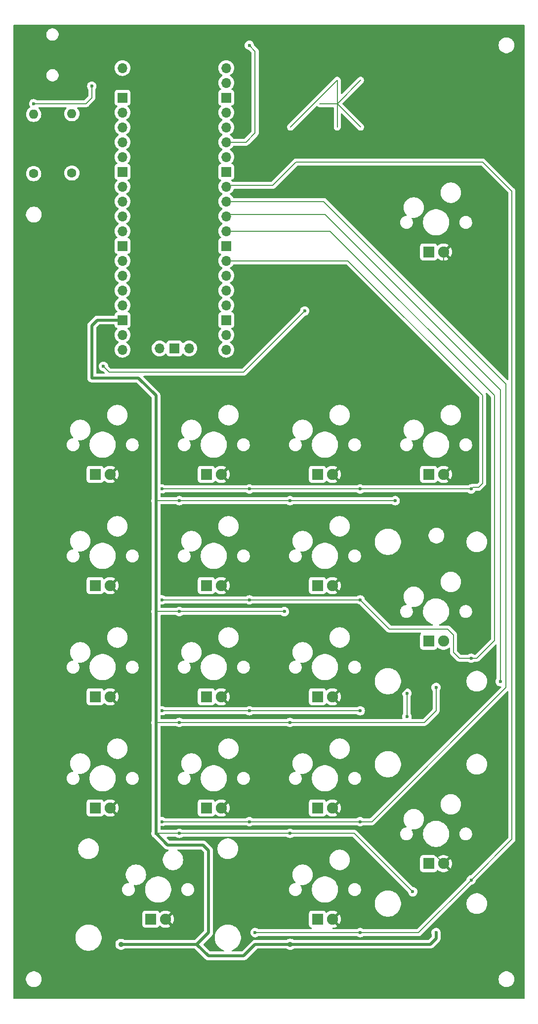
<source format=gtl>
%TF.GenerationSoftware,KiCad,Pcbnew,8.0.3*%
%TF.CreationDate,2024-07-24T13:04:13+02:00*%
%TF.ProjectId,numerical,6e756d65-7269-4636-916c-2e6b69636164,rev?*%
%TF.SameCoordinates,Original*%
%TF.FileFunction,Copper,L1,Top*%
%TF.FilePolarity,Positive*%
%FSLAX46Y46*%
G04 Gerber Fmt 4.6, Leading zero omitted, Abs format (unit mm)*
G04 Created by KiCad (PCBNEW 8.0.3) date 2024-07-24 13:04:13*
%MOMM*%
%LPD*%
G01*
G04 APERTURE LIST*
%TA.AperFunction,ComponentPad*%
%ADD10R,1.905000X1.905000*%
%TD*%
%TA.AperFunction,ComponentPad*%
%ADD11C,1.905000*%
%TD*%
%TA.AperFunction,ComponentPad*%
%ADD12C,1.600000*%
%TD*%
%TA.AperFunction,ComponentPad*%
%ADD13O,1.600000X1.600000*%
%TD*%
%TA.AperFunction,ComponentPad*%
%ADD14O,1.700000X1.700000*%
%TD*%
%TA.AperFunction,ComponentPad*%
%ADD15R,1.700000X1.700000*%
%TD*%
%TA.AperFunction,ViaPad*%
%ADD16C,0.600000*%
%TD*%
%TA.AperFunction,ViaPad*%
%ADD17C,0.900000*%
%TD*%
%TA.AperFunction,Conductor*%
%ADD18C,0.200000*%
%TD*%
%TA.AperFunction,Conductor*%
%ADD19C,0.500000*%
%TD*%
G04 APERTURE END LIST*
D10*
%TO.P,LED11,1,K*%
%TO.N,Net-(LED11-K)*%
X85530000Y-151205000D03*
D11*
%TO.P,LED11,2,A*%
%TO.N,+5V*%
X88070000Y-151205000D03*
%TD*%
D10*
%TO.P,LED6,1,K*%
%TO.N,Net-(LED6-K)*%
X142680000Y-75005000D03*
D11*
%TO.P,LED6,2,A*%
%TO.N,+5V*%
X145220000Y-75005000D03*
%TD*%
D10*
%TO.P,LED9,1,K*%
%TO.N,Net-(LED9-K)*%
X142680000Y-141680000D03*
D11*
%TO.P,LED9,2,A*%
%TO.N,+5V*%
X145220000Y-141680000D03*
%TD*%
D10*
%TO.P,LED4,1,K*%
%TO.N,Net-(LED4-K)*%
X123630000Y-113105000D03*
D11*
%TO.P,LED4,2,A*%
%TO.N,+5V*%
X126170000Y-113105000D03*
%TD*%
D10*
%TO.P,LED7,1,K*%
%TO.N,Net-(LED7-K)*%
X104580000Y-132155000D03*
D11*
%TO.P,LED7,2,A*%
%TO.N,+5V*%
X107120000Y-132155000D03*
%TD*%
D10*
%TO.P,LED17,1,K*%
%TO.N,Net-(LED17-K)*%
X104580000Y-170255000D03*
D11*
%TO.P,LED17,2,A*%
%TO.N,+5V*%
X107120000Y-170255000D03*
%TD*%
D10*
%TO.P,LED5,1,K*%
%TO.N,Net-(LED5-K)*%
X142680000Y-113105000D03*
D11*
%TO.P,LED5,2,A*%
%TO.N,+5V*%
X145220000Y-113105000D03*
%TD*%
D10*
%TO.P,LED3,1,K*%
%TO.N,Net-(LED3-K)*%
X104580000Y-113105000D03*
D11*
%TO.P,LED3,2,A*%
%TO.N,+5V*%
X107120000Y-113105000D03*
%TD*%
D10*
%TO.P,LED12,1,K*%
%TO.N,Net-(LED12-K)*%
X104580000Y-151205000D03*
D11*
%TO.P,LED12,2,A*%
%TO.N,+5V*%
X107120000Y-151205000D03*
%TD*%
D10*
%TO.P,LED1,1,K*%
%TO.N,Net-(LED1-K)*%
X85530000Y-132155000D03*
D11*
%TO.P,LED1,2,A*%
%TO.N,+5V*%
X88070000Y-132155000D03*
%TD*%
D10*
%TO.P,LED8,1,K*%
%TO.N,Net-(LED8-K)*%
X123630000Y-132155000D03*
D11*
%TO.P,LED8,2,A*%
%TO.N,+5V*%
X126170000Y-132155000D03*
%TD*%
D10*
%TO.P,LED2,1,K*%
%TO.N,Net-(LED2-K)*%
X85530000Y-113105000D03*
D11*
%TO.P,LED2,2,A*%
%TO.N,+5V*%
X88070000Y-113105000D03*
%TD*%
D10*
%TO.P,LED16,1,K*%
%TO.N,Net-(LED16-K)*%
X85530000Y-170255000D03*
D11*
%TO.P,LED16,2,A*%
%TO.N,+5V*%
X88070000Y-170255000D03*
%TD*%
D10*
%TO.P,LED18,1,K*%
%TO.N,Net-(LED18-K)*%
X123630000Y-170255000D03*
D11*
%TO.P,LED18,2,A*%
%TO.N,+5V*%
X126170000Y-170255000D03*
%TD*%
D10*
%TO.P,LED22,1,K*%
%TO.N,Net-(LED22-K)*%
X123630000Y-189305000D03*
D11*
%TO.P,LED22,2,A*%
%TO.N,+5V*%
X126170000Y-189305000D03*
%TD*%
D10*
%TO.P,LED23,1,K*%
%TO.N,Net-(LED23-K)*%
X142680000Y-179780000D03*
D11*
%TO.P,LED23,2,A*%
%TO.N,+5V*%
X145220000Y-179780000D03*
%TD*%
D10*
%TO.P,LED21,1,K*%
%TO.N,Net-(LED21-K)*%
X95055000Y-189305000D03*
D11*
%TO.P,LED21,2,A*%
%TO.N,+5V*%
X97595000Y-189305000D03*
%TD*%
D10*
%TO.P,LED13,1,K*%
%TO.N,Net-(LED13-K)*%
X123630000Y-151205000D03*
D11*
%TO.P,LED13,2,A*%
%TO.N,+5V*%
X126170000Y-151205000D03*
%TD*%
D12*
%TO.P,R2,1*%
%TO.N,Net-(U1-3V3)*%
X81525000Y-61475000D03*
D13*
%TO.P,R2,2*%
%TO.N,Net-(U1-GPIO5)*%
X81525000Y-51315000D03*
%TD*%
D14*
%TO.P,U1,1,GPIO0*%
%TO.N,unconnected-(U1-GPIO0-Pad1)*%
X107995000Y-43485000D03*
%TO.P,U1,2,GPIO1*%
%TO.N,unconnected-(U1-GPIO1-Pad2)*%
X107995000Y-46025000D03*
D15*
%TO.P,U1,3,GND*%
%TO.N,GND*%
X107995000Y-48565000D03*
D14*
%TO.P,U1,4,GPIO2*%
%TO.N,unconnected-(U1-GPIO2-Pad4)*%
X107995000Y-51105000D03*
%TO.P,U1,5,GPIO3*%
%TO.N,unconnected-(U1-GPIO3-Pad5)*%
X107995000Y-53645000D03*
%TO.P,U1,6,GPIO4*%
%TO.N,Net-(U1-GPIO4)*%
X107995000Y-56185000D03*
%TO.P,U1,7,GPIO5*%
%TO.N,Net-(U1-GPIO5)*%
X107995000Y-58725000D03*
D15*
%TO.P,U1,8,GND*%
%TO.N,GND*%
X107995000Y-61265000D03*
D14*
%TO.P,U1,9,GPIO6*%
%TO.N,Row5*%
X107995000Y-63805000D03*
%TO.P,U1,10,GPIO7*%
%TO.N,Row4*%
X107995000Y-66345000D03*
%TO.P,U1,11,GPIO8*%
%TO.N,Row3*%
X107995000Y-68885000D03*
%TO.P,U1,12,GPIO9*%
%TO.N,Row2*%
X107995000Y-71425000D03*
D15*
%TO.P,U1,13,GND*%
%TO.N,GND*%
X107995000Y-73965000D03*
D14*
%TO.P,U1,14,GPIO10*%
%TO.N,Row1*%
X107995000Y-76505000D03*
%TO.P,U1,15,GPIO11*%
%TO.N,unconnected-(U1-GPIO11-Pad15)*%
X107995000Y-79045000D03*
%TO.P,U1,16,GPIO12*%
%TO.N,Collumn4*%
X107995000Y-81585000D03*
%TO.P,U1,17,GPIO13*%
%TO.N,Collumn3*%
X107995000Y-84125000D03*
D15*
%TO.P,U1,18,GND*%
%TO.N,GND*%
X107995000Y-86665000D03*
D14*
%TO.P,U1,19,GPIO14*%
%TO.N,Collumn2*%
X107995000Y-89205000D03*
%TO.P,U1,20,GPIO15*%
%TO.N,Collumn1*%
X107995000Y-91745000D03*
%TO.P,U1,21,GPIO16*%
%TO.N,unconnected-(U1-GPIO16-Pad21)*%
X90215000Y-91745000D03*
%TO.P,U1,22,GPIO17*%
%TO.N,unconnected-(U1-GPIO17-Pad22)*%
X90215000Y-89205000D03*
D15*
%TO.P,U1,23,GND*%
%TO.N,GND*%
X90215000Y-86665000D03*
D14*
%TO.P,U1,24,GPIO18*%
%TO.N,unconnected-(U1-GPIO18-Pad24)*%
X90215000Y-84125000D03*
%TO.P,U1,25,GPIO19*%
%TO.N,unconnected-(U1-GPIO19-Pad25)*%
X90215000Y-81585000D03*
%TO.P,U1,26,GPIO20*%
%TO.N,unconnected-(U1-GPIO20-Pad26)*%
X90215000Y-79045000D03*
%TO.P,U1,27,GPIO21*%
%TO.N,unconnected-(U1-GPIO21-Pad27)*%
X90215000Y-76505000D03*
D15*
%TO.P,U1,28,GND*%
%TO.N,GND*%
X90215000Y-73965000D03*
D14*
%TO.P,U1,29,GPIO22*%
%TO.N,unconnected-(U1-GPIO22-Pad29)*%
X90215000Y-71425000D03*
%TO.P,U1,30,RUN*%
%TO.N,Net-(U1-RUN)*%
X90215000Y-68885000D03*
%TO.P,U1,31,GPIO26_ADC0*%
%TO.N,unconnected-(U1-GPIO26_ADC0-Pad31)*%
X90215000Y-66345000D03*
%TO.P,U1,32,GPIO27_ADC1*%
%TO.N,unconnected-(U1-GPIO27_ADC1-Pad32)*%
X90215000Y-63805000D03*
D15*
%TO.P,U1,33,AGND*%
%TO.N,GND*%
X90215000Y-61265000D03*
D14*
%TO.P,U1,34,GPIO28_ADC2*%
%TO.N,unconnected-(U1-GPIO28_ADC2-Pad34)*%
X90215000Y-58725000D03*
%TO.P,U1,35,ADC_VREF*%
%TO.N,unconnected-(U1-ADC_VREF-Pad35)*%
X90215000Y-56185000D03*
%TO.P,U1,36,3V3*%
%TO.N,Net-(U1-3V3)*%
X90215000Y-53645000D03*
%TO.P,U1,37,3V3_EN*%
%TO.N,unconnected-(U1-3V3_EN-Pad37)*%
X90215000Y-51105000D03*
D15*
%TO.P,U1,38,GND*%
%TO.N,GND*%
X90215000Y-48565000D03*
D14*
%TO.P,U1,39,VSYS*%
%TO.N,+5V*%
X90215000Y-46025000D03*
%TO.P,U1,40,VBUS*%
%TO.N,unconnected-(U1-VBUS-Pad40)*%
X90215000Y-43485000D03*
%TO.P,U1,41,SWCLK*%
%TO.N,unconnected-(U1-SWCLK-Pad41)*%
X101645000Y-91515000D03*
D15*
%TO.P,U1,42,GND*%
%TO.N,unconnected-(U1-GND-Pad42)*%
X99105000Y-91515000D03*
D14*
%TO.P,U1,43,SWDIO*%
%TO.N,unconnected-(U1-SWDIO-Pad43)*%
X96565000Y-91515000D03*
%TD*%
D12*
%TO.P,R1,1*%
%TO.N,Net-(U1-3V3)*%
X74985000Y-61575000D03*
D13*
%TO.P,R1,2*%
%TO.N,Net-(U1-GPIO4)*%
X74985000Y-51415000D03*
%TD*%
D16*
%TO.N,Row2*%
X111950000Y-134600000D03*
X130950000Y-134600000D03*
X96950000Y-134600000D03*
X149950000Y-144600000D03*
%TO.N,Row1*%
X96950000Y-115600000D03*
X149950000Y-115600000D03*
X130950000Y-115600000D03*
X111950000Y-115600000D03*
%TO.N,Row3*%
X96950000Y-153600000D03*
X130950000Y-153600000D03*
X154950000Y-148600000D03*
X111950000Y-153600000D03*
%TO.N,Row4*%
X96950000Y-172600000D03*
X111950000Y-172600000D03*
X130950000Y-172600000D03*
%TO.N,Row5*%
X149950000Y-182600000D03*
X130950000Y-191600000D03*
X112950000Y-191600000D03*
%TO.N,+5V*%
X96950000Y-154600000D03*
X143950000Y-116600000D03*
X106950000Y-173600000D03*
X96950000Y-135600000D03*
X146450000Y-85100000D03*
X106950000Y-135600000D03*
X94950000Y-116600000D03*
X94950000Y-173600000D03*
X94950000Y-135600000D03*
D17*
X83950000Y-44600000D03*
D16*
X125950000Y-116600000D03*
X106950000Y-154600000D03*
X97950000Y-192600000D03*
X106950000Y-116600000D03*
X96950000Y-173600000D03*
X94950000Y-154600000D03*
X125950000Y-173600000D03*
X144950000Y-145600000D03*
X96950000Y-116600000D03*
X125950000Y-135600000D03*
X125950000Y-154600000D03*
%TO.N,Net-(U1-GPIO4)*%
X74985000Y-49600000D03*
X84950000Y-46600000D03*
X111950000Y-39600000D03*
%TO.N,GND*%
X136950000Y-117600000D03*
X117950000Y-136600000D03*
X99950000Y-117600000D03*
X118950000Y-155600000D03*
X118950000Y-174600000D03*
X118950000Y-117600000D03*
X95950000Y-155600000D03*
X95950000Y-136600000D03*
X99950000Y-174600000D03*
D17*
X89950000Y-193600000D03*
D16*
X139950000Y-184600000D03*
D17*
X118950000Y-193600000D03*
D16*
X99950000Y-155600000D03*
X143950000Y-149600000D03*
X95950000Y-117600000D03*
X95950000Y-174600000D03*
X143950000Y-191600000D03*
X99950000Y-136600000D03*
%TO.N,Net-(U1-RUN)*%
X121450000Y-85100000D03*
X86950000Y-94600000D03*
%TO.N,Collumn4*%
X138950000Y-150600000D03*
X138950000Y-154600000D03*
%TD*%
D18*
%TO.N,*%
X127015000Y-45585000D02*
X119015000Y-53585000D01*
X127015000Y-46585000D02*
X127015000Y-45585000D01*
X127015000Y-49585000D02*
X124015000Y-49585000D01*
X127015000Y-50585000D02*
X127015000Y-49585000D01*
X127015000Y-49585000D02*
X127015000Y-47585000D01*
X127015000Y-53585000D02*
X127015000Y-50585000D01*
X127015000Y-49585000D02*
X131015000Y-45585000D01*
X127015000Y-47585000D02*
X127015000Y-46585000D01*
X127015000Y-49585000D02*
X131015000Y-53585000D01*
%TO.N,Row2*%
X130950000Y-134600000D02*
X135950000Y-139600000D01*
X111950000Y-134600000D02*
X130950000Y-134600000D01*
X96950000Y-134600000D02*
X111950000Y-134600000D01*
X149950000Y-144600000D02*
X150950000Y-144600000D01*
X125775000Y-71425000D02*
X107995000Y-71425000D01*
X153950000Y-99600000D02*
X125775000Y-71425000D01*
X147950000Y-144600000D02*
X149950000Y-144600000D01*
X135950000Y-139600000D02*
X145950000Y-139600000D01*
X153950000Y-141600000D02*
X153950000Y-99600000D01*
X145950000Y-139600000D02*
X146950000Y-140600000D01*
X146950000Y-143600000D02*
X147950000Y-144600000D01*
X146950000Y-140600000D02*
X146950000Y-143600000D01*
X150950000Y-144600000D02*
X153950000Y-141600000D01*
%TO.N,Row1*%
X130950000Y-115600000D02*
X149950000Y-115600000D01*
X96950000Y-115600000D02*
X111950000Y-115600000D01*
X151950000Y-114600000D02*
X151950000Y-99600000D01*
X151950000Y-99600000D02*
X128855000Y-76505000D01*
X151230900Y-115319100D02*
X151950000Y-114600000D01*
X111950000Y-115600000D02*
X130950000Y-115600000D01*
X128855000Y-76505000D02*
X107995000Y-76505000D01*
X150230900Y-115319100D02*
X151230900Y-115319100D01*
X149950000Y-115600000D02*
X150230900Y-115319100D01*
%TO.N,Row3*%
X124950000Y-68600000D02*
X108280000Y-68600000D01*
X154950000Y-98600000D02*
X124950000Y-68600000D01*
X96950000Y-153600000D02*
X111950000Y-153600000D01*
X154950000Y-148600000D02*
X154950000Y-98600000D01*
X111950000Y-153600000D02*
X130950000Y-153600000D01*
X108280000Y-68600000D02*
X107995000Y-68885000D01*
%TO.N,Row4*%
X155950000Y-149600000D02*
X155950000Y-97600000D01*
X96950000Y-172600000D02*
X111950000Y-172600000D01*
X132950000Y-172600000D02*
X155950000Y-149600000D01*
X130950000Y-172600000D02*
X132950000Y-172600000D01*
X124695000Y-66345000D02*
X107995000Y-66345000D01*
X155950000Y-97600000D02*
X124695000Y-66345000D01*
X111950000Y-172600000D02*
X130950000Y-172600000D01*
%TO.N,Row5*%
X156950000Y-64600000D02*
X151950000Y-59600000D01*
X151950000Y-59600000D02*
X119950000Y-59600000D01*
X149950000Y-182600000D02*
X156950000Y-175600000D01*
X140950000Y-191600000D02*
X130950000Y-191600000D01*
X156950000Y-175600000D02*
X156950000Y-64600000D01*
X108200000Y-63600000D02*
X107995000Y-63805000D01*
X149950000Y-182600000D02*
X140950000Y-191600000D01*
X112950000Y-191600000D02*
X130950000Y-191600000D01*
X115950000Y-63600000D02*
X108200000Y-63600000D01*
X119950000Y-59600000D02*
X115950000Y-63600000D01*
%TO.N,+5V*%
X85950000Y-84600000D02*
X82950000Y-87600000D01*
X96950000Y-135600000D02*
X106950000Y-135600000D01*
X82950000Y-87600000D02*
X82950000Y-97600000D01*
X86950000Y-178600000D02*
X86950000Y-190600000D01*
X82950000Y-97600000D02*
X83950000Y-98600000D01*
X106950000Y-135600000D02*
X125950000Y-135600000D01*
X125950000Y-173600000D02*
X133950000Y-173600000D01*
X96950000Y-116600000D02*
X106950000Y-116600000D01*
X106950000Y-116600000D02*
X125950000Y-116600000D01*
X83950000Y-98600000D02*
X92950000Y-98600000D01*
X125950000Y-116600000D02*
X143950000Y-116600000D01*
X143040000Y-177600000D02*
X145220000Y-179780000D01*
X125950000Y-154600000D02*
X133950000Y-154600000D01*
X94950000Y-100600000D02*
X94950000Y-174600000D01*
X92950000Y-98600000D02*
X94950000Y-100600000D01*
X106950000Y-173600000D02*
X125950000Y-173600000D01*
X86950000Y-46025000D02*
X86950000Y-46812500D01*
X86525000Y-45600000D02*
X86950000Y-46025000D01*
X137950000Y-177600000D02*
X143040000Y-177600000D01*
X88950000Y-192600000D02*
X97950000Y-192600000D01*
X89950000Y-175600000D02*
X86950000Y-178600000D01*
X145220000Y-83870000D02*
X145220000Y-75005000D01*
X96950000Y-173600000D02*
X106950000Y-173600000D01*
X86950000Y-46812500D02*
X85950000Y-47812500D01*
X142950000Y-145600000D02*
X144950000Y-145600000D01*
X146450000Y-85100000D02*
X145220000Y-83870000D01*
X133950000Y-154600000D02*
X142950000Y-145600000D01*
X84950000Y-45600000D02*
X86525000Y-45600000D01*
X86950000Y-190600000D02*
X88950000Y-192600000D01*
X85950000Y-47812500D02*
X85950000Y-84600000D01*
X133950000Y-173600000D02*
X137950000Y-177600000D01*
X106950000Y-154600000D02*
X125950000Y-154600000D01*
X94950000Y-174600000D02*
X93950000Y-175600000D01*
X83950000Y-44600000D02*
X84950000Y-45600000D01*
X96950000Y-154600000D02*
X106950000Y-154600000D01*
X86950000Y-46025000D02*
X90215000Y-46025000D01*
X93950000Y-175600000D02*
X89950000Y-175600000D01*
%TO.N,Net-(U1-GPIO4)*%
X84950000Y-48600000D02*
X84950000Y-46600000D01*
X83950000Y-49600000D02*
X84950000Y-48600000D01*
X111365000Y-56185000D02*
X107995000Y-56185000D01*
X74985000Y-49600000D02*
X83950000Y-49600000D01*
X112950000Y-40600000D02*
X111950000Y-39600000D01*
X112950000Y-40600000D02*
X112950000Y-54600000D01*
X112950000Y-54600000D02*
X111365000Y-56185000D01*
%TO.N,GND*%
X99950000Y-174600000D02*
X118950000Y-174600000D01*
D19*
X137950000Y-193600000D02*
X142950000Y-193600000D01*
D18*
X95950000Y-117600000D02*
X99950000Y-117600000D01*
D19*
X97950000Y-176600000D02*
X104030000Y-176600000D01*
X118950000Y-193600000D02*
X137950000Y-193600000D01*
X104950000Y-177520000D02*
X104950000Y-191600000D01*
D18*
X129950000Y-174600000D02*
X139950000Y-184600000D01*
X143950000Y-153600000D02*
X143950000Y-149600000D01*
X118950000Y-155600000D02*
X99950000Y-155600000D01*
D19*
X102950000Y-193600000D02*
X89950000Y-193600000D01*
X85885000Y-86665000D02*
X84950000Y-87600000D01*
X95950000Y-174600000D02*
X97950000Y-176600000D01*
D18*
X95950000Y-174600000D02*
X99950000Y-174600000D01*
X118950000Y-117600000D02*
X136950000Y-117600000D01*
D19*
X102950000Y-193600000D02*
X104950000Y-195600000D01*
D18*
X117950000Y-136600000D02*
X99950000Y-136600000D01*
D19*
X110950000Y-195600000D02*
X112950000Y-193600000D01*
D18*
X95950000Y-155600000D02*
X99950000Y-155600000D01*
D19*
X104950000Y-195600000D02*
X110950000Y-195600000D01*
D18*
X95950000Y-136600000D02*
X99950000Y-136600000D01*
D19*
X104950000Y-191600000D02*
X102950000Y-193600000D01*
X92950000Y-96600000D02*
X95950000Y-99600000D01*
D18*
X118950000Y-117600000D02*
X99950000Y-117600000D01*
X118950000Y-155600000D02*
X141950000Y-155600000D01*
D19*
X142950000Y-193600000D02*
X143950000Y-192600000D01*
X90215000Y-86665000D02*
X85885000Y-86665000D01*
X112950000Y-193600000D02*
X118950000Y-193600000D01*
X104030000Y-176600000D02*
X104950000Y-177520000D01*
D18*
X141950000Y-155600000D02*
X143950000Y-153600000D01*
D19*
X84950000Y-96600000D02*
X92950000Y-96600000D01*
X95950000Y-99600000D02*
X95950000Y-174600000D01*
D18*
X118950000Y-174600000D02*
X129950000Y-174600000D01*
D19*
X143950000Y-192600000D02*
X143950000Y-191600000D01*
X84950000Y-87600000D02*
X84950000Y-96600000D01*
D18*
%TO.N,Net-(U1-RUN)*%
X121450000Y-85100000D02*
X110950000Y-95600000D01*
X87950000Y-95600000D02*
X86950000Y-94600000D01*
X110950000Y-95600000D02*
X87950000Y-95600000D01*
%TO.N,Collumn4*%
X138950000Y-150600000D02*
X138950000Y-154600000D01*
%TD*%
%TA.AperFunction,Conductor*%
%TO.N,+5V*%
G36*
X111434627Y-135220185D02*
G01*
X111444903Y-135227555D01*
X111447736Y-135229814D01*
X111447738Y-135229816D01*
X111600478Y-135325789D01*
X111752292Y-135378911D01*
X111770745Y-135385368D01*
X111770750Y-135385369D01*
X111949996Y-135405565D01*
X111950000Y-135405565D01*
X111950004Y-135405565D01*
X112129249Y-135385369D01*
X112129252Y-135385368D01*
X112129255Y-135385368D01*
X112299522Y-135325789D01*
X112452262Y-135229816D01*
X112452267Y-135229810D01*
X112455097Y-135227555D01*
X112457275Y-135226665D01*
X112458158Y-135226111D01*
X112458255Y-135226265D01*
X112519783Y-135201145D01*
X112532412Y-135200500D01*
X130367588Y-135200500D01*
X130434627Y-135220185D01*
X130444903Y-135227555D01*
X130447736Y-135229814D01*
X130447738Y-135229816D01*
X130600478Y-135325789D01*
X130770745Y-135385368D01*
X130857669Y-135395161D01*
X130922080Y-135422226D01*
X130931465Y-135430700D01*
X135465139Y-139964374D01*
X135465149Y-139964385D01*
X135469479Y-139968715D01*
X135469480Y-139968716D01*
X135581284Y-140080520D01*
X135668095Y-140130639D01*
X135668097Y-140130641D01*
X135706151Y-140152611D01*
X135718215Y-140159577D01*
X135870943Y-140200501D01*
X135870946Y-140200501D01*
X136036653Y-140200501D01*
X136036669Y-140200500D01*
X141249085Y-140200500D01*
X141316124Y-140220185D01*
X141361879Y-140272989D01*
X141371823Y-140342147D01*
X141348351Y-140398811D01*
X141283706Y-140485164D01*
X141283702Y-140485171D01*
X141233408Y-140620017D01*
X141227001Y-140679616D01*
X141227000Y-140679635D01*
X141227000Y-142680370D01*
X141227001Y-142680376D01*
X141233408Y-142739983D01*
X141283702Y-142874828D01*
X141283706Y-142874835D01*
X141369952Y-142990044D01*
X141369955Y-142990047D01*
X141485164Y-143076293D01*
X141485171Y-143076297D01*
X141620017Y-143126591D01*
X141620016Y-143126591D01*
X141626944Y-143127335D01*
X141679627Y-143133000D01*
X143680372Y-143132999D01*
X143739983Y-143126591D01*
X143874831Y-143076296D01*
X143990046Y-142990046D01*
X144076296Y-142874831D01*
X144076297Y-142874828D01*
X144076298Y-142874827D01*
X144087907Y-142843699D01*
X144129776Y-142787764D01*
X144195240Y-142763344D01*
X144263513Y-142778194D01*
X144280252Y-142789175D01*
X144422831Y-142900149D01*
X144422840Y-142900155D01*
X144634531Y-143014715D01*
X144634545Y-143014721D01*
X144862207Y-143092879D01*
X145099642Y-143132500D01*
X145340358Y-143132500D01*
X145577792Y-143092879D01*
X145805454Y-143014721D01*
X145805468Y-143014715D01*
X146017159Y-142900155D01*
X146017162Y-142900153D01*
X146149337Y-142797277D01*
X146214331Y-142771634D01*
X146282871Y-142785200D01*
X146333196Y-142833668D01*
X146349500Y-142895130D01*
X146349500Y-143513330D01*
X146349499Y-143513348D01*
X146349499Y-143679054D01*
X146349498Y-143679054D01*
X146355039Y-143699734D01*
X146390423Y-143831785D01*
X146414918Y-143874211D01*
X146469479Y-143968714D01*
X146469481Y-143968717D01*
X146588349Y-144087585D01*
X146588354Y-144087589D01*
X147581284Y-145080520D01*
X147581286Y-145080521D01*
X147581290Y-145080524D01*
X147716077Y-145158342D01*
X147718216Y-145159577D01*
X147870943Y-145200501D01*
X147870945Y-145200501D01*
X148036654Y-145200501D01*
X148036670Y-145200500D01*
X149367588Y-145200500D01*
X149434627Y-145220185D01*
X149444903Y-145227555D01*
X149447736Y-145229814D01*
X149447738Y-145229816D01*
X149600478Y-145325789D01*
X149760097Y-145381642D01*
X149770745Y-145385368D01*
X149770750Y-145385369D01*
X149949996Y-145405565D01*
X149950000Y-145405565D01*
X149950004Y-145405565D01*
X150129249Y-145385369D01*
X150129252Y-145385368D01*
X150129255Y-145385368D01*
X150299522Y-145325789D01*
X150452262Y-145229816D01*
X150452267Y-145229810D01*
X150455097Y-145227555D01*
X150457275Y-145226665D01*
X150458158Y-145226111D01*
X150458255Y-145226265D01*
X150519783Y-145201145D01*
X150532412Y-145200500D01*
X150863331Y-145200500D01*
X150863347Y-145200501D01*
X150870943Y-145200501D01*
X151029054Y-145200501D01*
X151029057Y-145200501D01*
X151181785Y-145159577D01*
X151232672Y-145130197D01*
X151318716Y-145080520D01*
X151430520Y-144968716D01*
X151430520Y-144968714D01*
X151440724Y-144958511D01*
X151440727Y-144958506D01*
X154137821Y-142261413D01*
X154199142Y-142227930D01*
X154268834Y-142232914D01*
X154324767Y-142274786D01*
X154349184Y-142340250D01*
X154349500Y-142349096D01*
X154349500Y-148017587D01*
X154329815Y-148084626D01*
X154322450Y-148094896D01*
X154320186Y-148097734D01*
X154224211Y-148250476D01*
X154164631Y-148420745D01*
X154164630Y-148420750D01*
X154144435Y-148599996D01*
X154144435Y-148600003D01*
X154164630Y-148779249D01*
X154164631Y-148779254D01*
X154224211Y-148949523D01*
X154317341Y-149097737D01*
X154320184Y-149102262D01*
X154447738Y-149229816D01*
X154600478Y-149325789D01*
X154770745Y-149385368D01*
X154770750Y-149385369D01*
X154949996Y-149405565D01*
X154950000Y-149405565D01*
X154986890Y-149401408D01*
X155055710Y-149413461D01*
X155107091Y-149460810D01*
X155124716Y-149528420D01*
X155102991Y-149594826D01*
X155088455Y-149612309D01*
X132737584Y-171963181D01*
X132676261Y-171996666D01*
X132649903Y-171999500D01*
X131532412Y-171999500D01*
X131465373Y-171979815D01*
X131455097Y-171972445D01*
X131452263Y-171970185D01*
X131452262Y-171970184D01*
X131395496Y-171934515D01*
X131299523Y-171874211D01*
X131129254Y-171814631D01*
X131129249Y-171814630D01*
X130950004Y-171794435D01*
X130949996Y-171794435D01*
X130770750Y-171814630D01*
X130770745Y-171814631D01*
X130600476Y-171874211D01*
X130447736Y-171970185D01*
X130444903Y-171972445D01*
X130442724Y-171973334D01*
X130441842Y-171973889D01*
X130441744Y-171973734D01*
X130380217Y-171998855D01*
X130367588Y-171999500D01*
X112532412Y-171999500D01*
X112465373Y-171979815D01*
X112455097Y-171972445D01*
X112452263Y-171970185D01*
X112452262Y-171970184D01*
X112395496Y-171934515D01*
X112299523Y-171874211D01*
X112129254Y-171814631D01*
X112129249Y-171814630D01*
X111950004Y-171794435D01*
X111949996Y-171794435D01*
X111770750Y-171814630D01*
X111770745Y-171814631D01*
X111600476Y-171874211D01*
X111447736Y-171970185D01*
X111444903Y-171972445D01*
X111442724Y-171973334D01*
X111441842Y-171973889D01*
X111441744Y-171973734D01*
X111380217Y-171998855D01*
X111367588Y-171999500D01*
X97532412Y-171999500D01*
X97465373Y-171979815D01*
X97455097Y-171972445D01*
X97452263Y-171970185D01*
X97452262Y-171970184D01*
X97395496Y-171934515D01*
X97299523Y-171874211D01*
X97129254Y-171814631D01*
X97129249Y-171814630D01*
X96950004Y-171794435D01*
X96949996Y-171794435D01*
X96838383Y-171807010D01*
X96769561Y-171794955D01*
X96718182Y-171747606D01*
X96700500Y-171683790D01*
X96700500Y-169254635D01*
X103127000Y-169254635D01*
X103127000Y-171255370D01*
X103127001Y-171255376D01*
X103133408Y-171314983D01*
X103183702Y-171449828D01*
X103183706Y-171449835D01*
X103269952Y-171565044D01*
X103269955Y-171565047D01*
X103385164Y-171651293D01*
X103385171Y-171651297D01*
X103520017Y-171701591D01*
X103520016Y-171701591D01*
X103526944Y-171702335D01*
X103579627Y-171708000D01*
X105580372Y-171707999D01*
X105639983Y-171701591D01*
X105774831Y-171651296D01*
X105890046Y-171565046D01*
X105976296Y-171449831D01*
X105976297Y-171449828D01*
X105976298Y-171449827D01*
X105987907Y-171418699D01*
X106029776Y-171362764D01*
X106095240Y-171338344D01*
X106163513Y-171353194D01*
X106180252Y-171364175D01*
X106322831Y-171475149D01*
X106322840Y-171475155D01*
X106534531Y-171589715D01*
X106534545Y-171589721D01*
X106762207Y-171667879D01*
X106999642Y-171707500D01*
X107240358Y-171707500D01*
X107477792Y-171667879D01*
X107705454Y-171589721D01*
X107705468Y-171589715D01*
X107917160Y-171475154D01*
X107917168Y-171475149D01*
X107956207Y-171444762D01*
X107956208Y-171444761D01*
X107390449Y-170879002D01*
X107442101Y-170857608D01*
X107553475Y-170783190D01*
X107648190Y-170688475D01*
X107722608Y-170577101D01*
X107744002Y-170525449D01*
X108309117Y-171090564D01*
X108401815Y-170948679D01*
X108498508Y-170728240D01*
X108557600Y-170494889D01*
X108577478Y-170255005D01*
X108577478Y-170254994D01*
X108557600Y-170015110D01*
X108498508Y-169781759D01*
X108401815Y-169561320D01*
X108309117Y-169419434D01*
X107744002Y-169984549D01*
X107722608Y-169932899D01*
X107648190Y-169821525D01*
X107553475Y-169726810D01*
X107442101Y-169652392D01*
X107390449Y-169630997D01*
X107766810Y-169254635D01*
X122177000Y-169254635D01*
X122177000Y-171255370D01*
X122177001Y-171255376D01*
X122183408Y-171314983D01*
X122233702Y-171449828D01*
X122233706Y-171449835D01*
X122319952Y-171565044D01*
X122319955Y-171565047D01*
X122435164Y-171651293D01*
X122435171Y-171651297D01*
X122570017Y-171701591D01*
X122570016Y-171701591D01*
X122576944Y-171702335D01*
X122629627Y-171708000D01*
X124630372Y-171707999D01*
X124689983Y-171701591D01*
X124824831Y-171651296D01*
X124940046Y-171565046D01*
X125026296Y-171449831D01*
X125026297Y-171449828D01*
X125026298Y-171449827D01*
X125037907Y-171418699D01*
X125079776Y-171362764D01*
X125145240Y-171338344D01*
X125213513Y-171353194D01*
X125230252Y-171364175D01*
X125372831Y-171475149D01*
X125372840Y-171475155D01*
X125584531Y-171589715D01*
X125584545Y-171589721D01*
X125812207Y-171667879D01*
X126049642Y-171707500D01*
X126290358Y-171707500D01*
X126527792Y-171667879D01*
X126755454Y-171589721D01*
X126755468Y-171589715D01*
X126967160Y-171475154D01*
X126967168Y-171475149D01*
X127006207Y-171444762D01*
X127006208Y-171444761D01*
X126440449Y-170879002D01*
X126492101Y-170857608D01*
X126603475Y-170783190D01*
X126698190Y-170688475D01*
X126772608Y-170577101D01*
X126794002Y-170525449D01*
X127359117Y-171090564D01*
X127451815Y-170948679D01*
X127548508Y-170728240D01*
X127607600Y-170494889D01*
X127627478Y-170255005D01*
X127627478Y-170254994D01*
X127607600Y-170015110D01*
X127548508Y-169781759D01*
X127451815Y-169561320D01*
X127359117Y-169419434D01*
X126794002Y-169984549D01*
X126772608Y-169932899D01*
X126698190Y-169821525D01*
X126603475Y-169726810D01*
X126492101Y-169652392D01*
X126440449Y-169630997D01*
X127006208Y-169065237D01*
X127006208Y-169065236D01*
X126967166Y-169034849D01*
X126967161Y-169034846D01*
X126755468Y-168920284D01*
X126755454Y-168920278D01*
X126527792Y-168842120D01*
X126290358Y-168802500D01*
X126049642Y-168802500D01*
X125812207Y-168842120D01*
X125584545Y-168920278D01*
X125584531Y-168920284D01*
X125372840Y-169034844D01*
X125372838Y-169034845D01*
X125230252Y-169145825D01*
X125165258Y-169171467D01*
X125096718Y-169157900D01*
X125046393Y-169109432D01*
X125037907Y-169091301D01*
X125026297Y-169060171D01*
X125026293Y-169060164D01*
X124940047Y-168944955D01*
X124940044Y-168944952D01*
X124824835Y-168858706D01*
X124824828Y-168858702D01*
X124689982Y-168808408D01*
X124689983Y-168808408D01*
X124630383Y-168802001D01*
X124630381Y-168802000D01*
X124630373Y-168802000D01*
X124630364Y-168802000D01*
X122629629Y-168802000D01*
X122629623Y-168802001D01*
X122570016Y-168808408D01*
X122435171Y-168858702D01*
X122435164Y-168858706D01*
X122319955Y-168944952D01*
X122319952Y-168944955D01*
X122233706Y-169060164D01*
X122233702Y-169060171D01*
X122183408Y-169195017D01*
X122177001Y-169254616D01*
X122177000Y-169254635D01*
X107766810Y-169254635D01*
X107956208Y-169065237D01*
X107956208Y-169065236D01*
X107917166Y-169034849D01*
X107917161Y-169034846D01*
X107705468Y-168920284D01*
X107705454Y-168920278D01*
X107477792Y-168842120D01*
X107240358Y-168802500D01*
X106999642Y-168802500D01*
X106762207Y-168842120D01*
X106534545Y-168920278D01*
X106534531Y-168920284D01*
X106322840Y-169034844D01*
X106322838Y-169034845D01*
X106180252Y-169145825D01*
X106115258Y-169171467D01*
X106046718Y-169157900D01*
X105996393Y-169109432D01*
X105987907Y-169091301D01*
X105976297Y-169060171D01*
X105976293Y-169060164D01*
X105890047Y-168944955D01*
X105890044Y-168944952D01*
X105774835Y-168858706D01*
X105774828Y-168858702D01*
X105639982Y-168808408D01*
X105639983Y-168808408D01*
X105580383Y-168802001D01*
X105580381Y-168802000D01*
X105580373Y-168802000D01*
X105580364Y-168802000D01*
X103579629Y-168802000D01*
X103579623Y-168802001D01*
X103520016Y-168808408D01*
X103385171Y-168858702D01*
X103385164Y-168858706D01*
X103269955Y-168944952D01*
X103269952Y-168944955D01*
X103183706Y-169060164D01*
X103183702Y-169060171D01*
X103133408Y-169195017D01*
X103127001Y-169254616D01*
X103127000Y-169254635D01*
X96700500Y-169254635D01*
X96700500Y-165088312D01*
X99668600Y-165088312D01*
X99668600Y-165261687D01*
X99695720Y-165432913D01*
X99749290Y-165597788D01*
X99749291Y-165597791D01*
X99827998Y-165752260D01*
X99929899Y-165892514D01*
X100052486Y-166015101D01*
X100192740Y-166117002D01*
X100268502Y-166155604D01*
X100347208Y-166195708D01*
X100347211Y-166195709D01*
X100429648Y-166222494D01*
X100512088Y-166249280D01*
X100591391Y-166261840D01*
X100683313Y-166276400D01*
X100683318Y-166276400D01*
X100856687Y-166276400D01*
X100939695Y-166263252D01*
X101027912Y-166249280D01*
X101192791Y-166195708D01*
X101347260Y-166117002D01*
X101487514Y-166015101D01*
X101610101Y-165892514D01*
X101712002Y-165752260D01*
X101790708Y-165597791D01*
X101844280Y-165432912D01*
X101861831Y-165322099D01*
X101871400Y-165261687D01*
X101871400Y-165088312D01*
X101861831Y-165027900D01*
X103605600Y-165027900D01*
X103605600Y-165322099D01*
X103605601Y-165322116D01*
X103644001Y-165613796D01*
X103720152Y-165897994D01*
X103832734Y-166169794D01*
X103832742Y-166169810D01*
X103979840Y-166424589D01*
X103979851Y-166424605D01*
X104158948Y-166658009D01*
X104158954Y-166658016D01*
X104366983Y-166866045D01*
X104366989Y-166866050D01*
X104600403Y-167045155D01*
X104600410Y-167045159D01*
X104855189Y-167192257D01*
X104855205Y-167192265D01*
X105127005Y-167304847D01*
X105127007Y-167304847D01*
X105127013Y-167304850D01*
X105411200Y-167380998D01*
X105702894Y-167419400D01*
X105702901Y-167419400D01*
X105997099Y-167419400D01*
X105997106Y-167419400D01*
X106288800Y-167380998D01*
X106572987Y-167304850D01*
X106646318Y-167274475D01*
X106844794Y-167192265D01*
X106844797Y-167192263D01*
X106844803Y-167192261D01*
X107099597Y-167045155D01*
X107333011Y-166866050D01*
X107541050Y-166658011D01*
X107720155Y-166424597D01*
X107867261Y-166169803D01*
X107979850Y-165897987D01*
X108055998Y-165613800D01*
X108094400Y-165322106D01*
X108094400Y-165088312D01*
X109828600Y-165088312D01*
X109828600Y-165261687D01*
X109855720Y-165432913D01*
X109909290Y-165597788D01*
X109909291Y-165597791D01*
X109987998Y-165752260D01*
X110089899Y-165892514D01*
X110212486Y-166015101D01*
X110352740Y-166117002D01*
X110428502Y-166155604D01*
X110507208Y-166195708D01*
X110507211Y-166195709D01*
X110589648Y-166222494D01*
X110672088Y-166249280D01*
X110751391Y-166261840D01*
X110843313Y-166276400D01*
X110843318Y-166276400D01*
X111016687Y-166276400D01*
X111099695Y-166263252D01*
X111187912Y-166249280D01*
X111352791Y-166195708D01*
X111507260Y-166117002D01*
X111647514Y-166015101D01*
X111770101Y-165892514D01*
X111872002Y-165752260D01*
X111950708Y-165597791D01*
X112004280Y-165432912D01*
X112021831Y-165322099D01*
X112031400Y-165261687D01*
X112031400Y-165088312D01*
X118718600Y-165088312D01*
X118718600Y-165261687D01*
X118745720Y-165432913D01*
X118799290Y-165597788D01*
X118799291Y-165597791D01*
X118877998Y-165752260D01*
X118979899Y-165892514D01*
X119102486Y-166015101D01*
X119242740Y-166117002D01*
X119318502Y-166155604D01*
X119397208Y-166195708D01*
X119397211Y-166195709D01*
X119479648Y-166222494D01*
X119562088Y-166249280D01*
X119641391Y-166261840D01*
X119733313Y-166276400D01*
X119733318Y-166276400D01*
X119906687Y-166276400D01*
X119989695Y-166263252D01*
X120077912Y-166249280D01*
X120242791Y-166195708D01*
X120397260Y-166117002D01*
X120537514Y-166015101D01*
X120660101Y-165892514D01*
X120762002Y-165752260D01*
X120840708Y-165597791D01*
X120894280Y-165432912D01*
X120911831Y-165322099D01*
X120921400Y-165261687D01*
X120921400Y-165088312D01*
X120911831Y-165027900D01*
X122655600Y-165027900D01*
X122655600Y-165322099D01*
X122655601Y-165322116D01*
X122694001Y-165613796D01*
X122770152Y-165897994D01*
X122882734Y-166169794D01*
X122882742Y-166169810D01*
X123029840Y-166424589D01*
X123029851Y-166424605D01*
X123208948Y-166658009D01*
X123208954Y-166658016D01*
X123416983Y-166866045D01*
X123416989Y-166866050D01*
X123650403Y-167045155D01*
X123650410Y-167045159D01*
X123905189Y-167192257D01*
X123905205Y-167192265D01*
X124177005Y-167304847D01*
X124177007Y-167304847D01*
X124177013Y-167304850D01*
X124461200Y-167380998D01*
X124752894Y-167419400D01*
X124752901Y-167419400D01*
X125047099Y-167419400D01*
X125047106Y-167419400D01*
X125338800Y-167380998D01*
X125622987Y-167304850D01*
X125696318Y-167274475D01*
X125894794Y-167192265D01*
X125894797Y-167192263D01*
X125894803Y-167192261D01*
X126149597Y-167045155D01*
X126383011Y-166866050D01*
X126591050Y-166658011D01*
X126770155Y-166424597D01*
X126917261Y-166169803D01*
X127029850Y-165897987D01*
X127105998Y-165613800D01*
X127144400Y-165322106D01*
X127144400Y-165088312D01*
X128878600Y-165088312D01*
X128878600Y-165261687D01*
X128905720Y-165432913D01*
X128959290Y-165597788D01*
X128959291Y-165597791D01*
X129037998Y-165752260D01*
X129139899Y-165892514D01*
X129262486Y-166015101D01*
X129402740Y-166117002D01*
X129478502Y-166155604D01*
X129557208Y-166195708D01*
X129557211Y-166195709D01*
X129639648Y-166222494D01*
X129722088Y-166249280D01*
X129801391Y-166261840D01*
X129893313Y-166276400D01*
X129893318Y-166276400D01*
X130066687Y-166276400D01*
X130149695Y-166263252D01*
X130237912Y-166249280D01*
X130402791Y-166195708D01*
X130557260Y-166117002D01*
X130697514Y-166015101D01*
X130820101Y-165892514D01*
X130922002Y-165752260D01*
X131000708Y-165597791D01*
X131054280Y-165432912D01*
X131071831Y-165322099D01*
X131081400Y-165261687D01*
X131081400Y-165088312D01*
X131062343Y-164967998D01*
X131054280Y-164917088D01*
X131009498Y-164779261D01*
X131000709Y-164752211D01*
X131000708Y-164752208D01*
X130922001Y-164597739D01*
X130820101Y-164457486D01*
X130697514Y-164334899D01*
X130557260Y-164232998D01*
X130508874Y-164208344D01*
X130402791Y-164154291D01*
X130402788Y-164154290D01*
X130237913Y-164100720D01*
X130066687Y-164073600D01*
X130066682Y-164073600D01*
X129893318Y-164073600D01*
X129893313Y-164073600D01*
X129722086Y-164100720D01*
X129557211Y-164154290D01*
X129557208Y-164154291D01*
X129402739Y-164232998D01*
X129371405Y-164255764D01*
X129262486Y-164334899D01*
X129262484Y-164334901D01*
X129262483Y-164334901D01*
X129139901Y-164457483D01*
X129139901Y-164457484D01*
X129139899Y-164457486D01*
X129109231Y-164499697D01*
X129037998Y-164597739D01*
X128959291Y-164752208D01*
X128959290Y-164752211D01*
X128905720Y-164917086D01*
X128878600Y-165088312D01*
X127144400Y-165088312D01*
X127144400Y-165027894D01*
X127105998Y-164736200D01*
X127029850Y-164452013D01*
X127029847Y-164452005D01*
X126917265Y-164180205D01*
X126917257Y-164180189D01*
X126770159Y-163925410D01*
X126770155Y-163925403D01*
X126635550Y-163749982D01*
X126591051Y-163691990D01*
X126591045Y-163691983D01*
X126383016Y-163483954D01*
X126383009Y-163483948D01*
X126149605Y-163304851D01*
X126149603Y-163304849D01*
X126149597Y-163304845D01*
X126149592Y-163304842D01*
X126149589Y-163304840D01*
X125894810Y-163157742D01*
X125894794Y-163157734D01*
X125622994Y-163045152D01*
X125369544Y-162977240D01*
X125338800Y-162969002D01*
X125338799Y-162969001D01*
X125338796Y-162969001D01*
X125047116Y-162930601D01*
X125047111Y-162930600D01*
X125047106Y-162930600D01*
X124752894Y-162930600D01*
X124752888Y-162930600D01*
X124752883Y-162930601D01*
X124461203Y-162969001D01*
X124177005Y-163045152D01*
X123905205Y-163157734D01*
X123905189Y-163157742D01*
X123650410Y-163304840D01*
X123650394Y-163304851D01*
X123416990Y-163483948D01*
X123416983Y-163483954D01*
X123208954Y-163691983D01*
X123208948Y-163691990D01*
X123029851Y-163925394D01*
X123029840Y-163925410D01*
X122882742Y-164180189D01*
X122882734Y-164180205D01*
X122770152Y-164452005D01*
X122694001Y-164736203D01*
X122655601Y-165027883D01*
X122655600Y-165027900D01*
X120911831Y-165027900D01*
X120902343Y-164967998D01*
X120894280Y-164917088D01*
X120849498Y-164779261D01*
X120840709Y-164752211D01*
X120840708Y-164752208D01*
X120762001Y-164597738D01*
X120738580Y-164565503D01*
X120715099Y-164499697D01*
X120730924Y-164431642D01*
X120781029Y-164382947D01*
X120849507Y-164369071D01*
X120855068Y-164369675D01*
X120975266Y-164385500D01*
X120975273Y-164385500D01*
X121204727Y-164385500D01*
X121204734Y-164385500D01*
X121432238Y-164355548D01*
X121653887Y-164296158D01*
X121865888Y-164208344D01*
X122064612Y-164093611D01*
X122246661Y-163953919D01*
X122246665Y-163953914D01*
X122246670Y-163953911D01*
X122408911Y-163791670D01*
X122408914Y-163791665D01*
X122408919Y-163791661D01*
X122548611Y-163609612D01*
X122663344Y-163410888D01*
X122751158Y-163198887D01*
X122810548Y-162977238D01*
X122840500Y-162749734D01*
X122840500Y-162614900D01*
X133450600Y-162614900D01*
X133450600Y-162909099D01*
X133450601Y-162909116D01*
X133483332Y-163157739D01*
X133489002Y-163200800D01*
X133516882Y-163304851D01*
X133565152Y-163484994D01*
X133677734Y-163756794D01*
X133677742Y-163756810D01*
X133824840Y-164011589D01*
X133824851Y-164011605D01*
X134003948Y-164245009D01*
X134003954Y-164245016D01*
X134211983Y-164453045D01*
X134211990Y-164453051D01*
X134281172Y-164506136D01*
X134445403Y-164632155D01*
X134445410Y-164632159D01*
X134700189Y-164779257D01*
X134700205Y-164779265D01*
X134972005Y-164891847D01*
X134972007Y-164891847D01*
X134972013Y-164891850D01*
X135256200Y-164967998D01*
X135547894Y-165006400D01*
X135547901Y-165006400D01*
X135842099Y-165006400D01*
X135842106Y-165006400D01*
X136133800Y-164967998D01*
X136417987Y-164891850D01*
X136491318Y-164861475D01*
X136689794Y-164779265D01*
X136689797Y-164779263D01*
X136689803Y-164779261D01*
X136944597Y-164632155D01*
X137178011Y-164453050D01*
X137386050Y-164245011D01*
X137565155Y-164011597D01*
X137712261Y-163756803D01*
X137715087Y-163749982D01*
X137824847Y-163484994D01*
X137824846Y-163484994D01*
X137824850Y-163484987D01*
X137900998Y-163200800D01*
X137939400Y-162909106D01*
X137939400Y-162614894D01*
X137900998Y-162323200D01*
X137824850Y-162039013D01*
X137824847Y-162039005D01*
X137712265Y-161767205D01*
X137712257Y-161767189D01*
X137565159Y-161512410D01*
X137565155Y-161512403D01*
X137386050Y-161278989D01*
X137386045Y-161278983D01*
X137178016Y-161070954D01*
X137178009Y-161070948D01*
X136944605Y-160891851D01*
X136944603Y-160891849D01*
X136944597Y-160891845D01*
X136944592Y-160891842D01*
X136944589Y-160891840D01*
X136689810Y-160744742D01*
X136689794Y-160744734D01*
X136417994Y-160632152D01*
X136133796Y-160556001D01*
X135842116Y-160517601D01*
X135842111Y-160517600D01*
X135842106Y-160517600D01*
X135547894Y-160517600D01*
X135547888Y-160517600D01*
X135547883Y-160517601D01*
X135256203Y-160556001D01*
X134972005Y-160632152D01*
X134700205Y-160744734D01*
X134700189Y-160744742D01*
X134445410Y-160891840D01*
X134445394Y-160891851D01*
X134211990Y-161070948D01*
X134211983Y-161070954D01*
X134003954Y-161278983D01*
X134003948Y-161278990D01*
X133824851Y-161512394D01*
X133824840Y-161512410D01*
X133677742Y-161767189D01*
X133677734Y-161767205D01*
X133565152Y-162039005D01*
X133489001Y-162323203D01*
X133450601Y-162614883D01*
X133450600Y-162614900D01*
X122840500Y-162614900D01*
X122840500Y-162520266D01*
X122810548Y-162292762D01*
X122751158Y-162071113D01*
X122663344Y-161859112D01*
X122548611Y-161660388D01*
X122548608Y-161660385D01*
X122548607Y-161660382D01*
X122408918Y-161478338D01*
X122408911Y-161478330D01*
X122246670Y-161316089D01*
X122246661Y-161316081D01*
X122064617Y-161176392D01*
X121865890Y-161061657D01*
X121865876Y-161061650D01*
X121653887Y-160973842D01*
X121432238Y-160914452D01*
X121394215Y-160909446D01*
X121204741Y-160884500D01*
X121204734Y-160884500D01*
X120975266Y-160884500D01*
X120975258Y-160884500D01*
X120758715Y-160913009D01*
X120747762Y-160914452D01*
X120654076Y-160939554D01*
X120526112Y-160973842D01*
X120314123Y-161061650D01*
X120314109Y-161061657D01*
X120115382Y-161176392D01*
X119933338Y-161316081D01*
X119771081Y-161478338D01*
X119631392Y-161660382D01*
X119516657Y-161859109D01*
X119516650Y-161859123D01*
X119428842Y-162071112D01*
X119369453Y-162292759D01*
X119369451Y-162292770D01*
X119339500Y-162520258D01*
X119339500Y-162749741D01*
X119356426Y-162878300D01*
X119369452Y-162977238D01*
X119417815Y-163157734D01*
X119428842Y-163198887D01*
X119516650Y-163410876D01*
X119516657Y-163410890D01*
X119631392Y-163609617D01*
X119771081Y-163791661D01*
X119771089Y-163791670D01*
X119841338Y-163861919D01*
X119874823Y-163923242D01*
X119869839Y-163992934D01*
X119827967Y-164048867D01*
X119762503Y-164073284D01*
X119753657Y-164073600D01*
X119733313Y-164073600D01*
X119562086Y-164100720D01*
X119397211Y-164154290D01*
X119397208Y-164154291D01*
X119242739Y-164232998D01*
X119211405Y-164255764D01*
X119102486Y-164334899D01*
X119102484Y-164334901D01*
X119102483Y-164334901D01*
X118979901Y-164457483D01*
X118979901Y-164457484D01*
X118979899Y-164457486D01*
X118949231Y-164499697D01*
X118877998Y-164597739D01*
X118799291Y-164752208D01*
X118799290Y-164752211D01*
X118745720Y-164917086D01*
X118718600Y-165088312D01*
X112031400Y-165088312D01*
X112012343Y-164967998D01*
X112004280Y-164917088D01*
X111959498Y-164779261D01*
X111950709Y-164752211D01*
X111950708Y-164752208D01*
X111872001Y-164597739D01*
X111770101Y-164457486D01*
X111647514Y-164334899D01*
X111507260Y-164232998D01*
X111458874Y-164208344D01*
X111352791Y-164154291D01*
X111352788Y-164154290D01*
X111187913Y-164100720D01*
X111016687Y-164073600D01*
X111016682Y-164073600D01*
X110843318Y-164073600D01*
X110843313Y-164073600D01*
X110672086Y-164100720D01*
X110507211Y-164154290D01*
X110507208Y-164154291D01*
X110352739Y-164232998D01*
X110321405Y-164255764D01*
X110212486Y-164334899D01*
X110212484Y-164334901D01*
X110212483Y-164334901D01*
X110089901Y-164457483D01*
X110089901Y-164457484D01*
X110089899Y-164457486D01*
X110059231Y-164499697D01*
X109987998Y-164597739D01*
X109909291Y-164752208D01*
X109909290Y-164752211D01*
X109855720Y-164917086D01*
X109828600Y-165088312D01*
X108094400Y-165088312D01*
X108094400Y-165027894D01*
X108055998Y-164736200D01*
X107979850Y-164452013D01*
X107979847Y-164452005D01*
X107867265Y-164180205D01*
X107867257Y-164180189D01*
X107720159Y-163925410D01*
X107720155Y-163925403D01*
X107585550Y-163749982D01*
X107541051Y-163691990D01*
X107541045Y-163691983D01*
X107333016Y-163483954D01*
X107333009Y-163483948D01*
X107099605Y-163304851D01*
X107099603Y-163304849D01*
X107099597Y-163304845D01*
X107099592Y-163304842D01*
X107099589Y-163304840D01*
X106844810Y-163157742D01*
X106844794Y-163157734D01*
X106572994Y-163045152D01*
X106319544Y-162977240D01*
X106288800Y-162969002D01*
X106288799Y-162969001D01*
X106288796Y-162969001D01*
X105997116Y-162930601D01*
X105997111Y-162930600D01*
X105997106Y-162930600D01*
X105702894Y-162930600D01*
X105702888Y-162930600D01*
X105702883Y-162930601D01*
X105411203Y-162969001D01*
X105127005Y-163045152D01*
X104855205Y-163157734D01*
X104855189Y-163157742D01*
X104600410Y-163304840D01*
X104600394Y-163304851D01*
X104366990Y-163483948D01*
X104366983Y-163483954D01*
X104158954Y-163691983D01*
X104158948Y-163691990D01*
X103979851Y-163925394D01*
X103979840Y-163925410D01*
X103832742Y-164180189D01*
X103832734Y-164180205D01*
X103720152Y-164452005D01*
X103644001Y-164736203D01*
X103605601Y-165027883D01*
X103605600Y-165027900D01*
X101861831Y-165027900D01*
X101852343Y-164967998D01*
X101844280Y-164917088D01*
X101799498Y-164779261D01*
X101790709Y-164752211D01*
X101790708Y-164752208D01*
X101712001Y-164597738D01*
X101688580Y-164565503D01*
X101665099Y-164499697D01*
X101680924Y-164431642D01*
X101731029Y-164382947D01*
X101799507Y-164369071D01*
X101805068Y-164369675D01*
X101925266Y-164385500D01*
X101925273Y-164385500D01*
X102154727Y-164385500D01*
X102154734Y-164385500D01*
X102382238Y-164355548D01*
X102603887Y-164296158D01*
X102815888Y-164208344D01*
X103014612Y-164093611D01*
X103196661Y-163953919D01*
X103196665Y-163953914D01*
X103196670Y-163953911D01*
X103358911Y-163791670D01*
X103358914Y-163791665D01*
X103358919Y-163791661D01*
X103498611Y-163609612D01*
X103613344Y-163410888D01*
X103701158Y-163198887D01*
X103760548Y-162977238D01*
X103790500Y-162749734D01*
X103790500Y-162520266D01*
X103760548Y-162292762D01*
X103701158Y-162071113D01*
X103613344Y-161859112D01*
X103498611Y-161660388D01*
X103498608Y-161660385D01*
X103498607Y-161660382D01*
X103358918Y-161478338D01*
X103358911Y-161478330D01*
X103196670Y-161316089D01*
X103196661Y-161316081D01*
X103014617Y-161176392D01*
X102815890Y-161061657D01*
X102815876Y-161061650D01*
X102603887Y-160973842D01*
X102382238Y-160914452D01*
X102344215Y-160909446D01*
X102154741Y-160884500D01*
X102154734Y-160884500D01*
X101925266Y-160884500D01*
X101925258Y-160884500D01*
X101708715Y-160913009D01*
X101697762Y-160914452D01*
X101604076Y-160939554D01*
X101476112Y-160973842D01*
X101264123Y-161061650D01*
X101264109Y-161061657D01*
X101065382Y-161176392D01*
X100883338Y-161316081D01*
X100721081Y-161478338D01*
X100581392Y-161660382D01*
X100466657Y-161859109D01*
X100466650Y-161859123D01*
X100378842Y-162071112D01*
X100319453Y-162292759D01*
X100319451Y-162292770D01*
X100289500Y-162520258D01*
X100289500Y-162749741D01*
X100306426Y-162878300D01*
X100319452Y-162977238D01*
X100367815Y-163157734D01*
X100378842Y-163198887D01*
X100466650Y-163410876D01*
X100466657Y-163410890D01*
X100581392Y-163609617D01*
X100721081Y-163791661D01*
X100721089Y-163791670D01*
X100791338Y-163861919D01*
X100824823Y-163923242D01*
X100819839Y-163992934D01*
X100777967Y-164048867D01*
X100712503Y-164073284D01*
X100703657Y-164073600D01*
X100683313Y-164073600D01*
X100512086Y-164100720D01*
X100347211Y-164154290D01*
X100347208Y-164154291D01*
X100192739Y-164232998D01*
X100161405Y-164255764D01*
X100052486Y-164334899D01*
X100052484Y-164334901D01*
X100052483Y-164334901D01*
X99929901Y-164457483D01*
X99929901Y-164457484D01*
X99929899Y-164457486D01*
X99899231Y-164499697D01*
X99827998Y-164597739D01*
X99749291Y-164752208D01*
X99749290Y-164752211D01*
X99695720Y-164917086D01*
X99668600Y-165088312D01*
X96700500Y-165088312D01*
X96700500Y-159980258D01*
X106639500Y-159980258D01*
X106639500Y-160209741D01*
X106664446Y-160399215D01*
X106669452Y-160437238D01*
X106728842Y-160658887D01*
X106816650Y-160870876D01*
X106816657Y-160870890D01*
X106931392Y-161069617D01*
X107071081Y-161251661D01*
X107071089Y-161251670D01*
X107233330Y-161413911D01*
X107233338Y-161413918D01*
X107233339Y-161413919D01*
X107247783Y-161425002D01*
X107415382Y-161553607D01*
X107415385Y-161553608D01*
X107415388Y-161553611D01*
X107614112Y-161668344D01*
X107614117Y-161668346D01*
X107614123Y-161668349D01*
X107705480Y-161706190D01*
X107826113Y-161756158D01*
X108047762Y-161815548D01*
X108275266Y-161845500D01*
X108275273Y-161845500D01*
X108504727Y-161845500D01*
X108504734Y-161845500D01*
X108732238Y-161815548D01*
X108953887Y-161756158D01*
X109165888Y-161668344D01*
X109364612Y-161553611D01*
X109546661Y-161413919D01*
X109546665Y-161413914D01*
X109546670Y-161413911D01*
X109708911Y-161251670D01*
X109708914Y-161251665D01*
X109708919Y-161251661D01*
X109848611Y-161069612D01*
X109963344Y-160870888D01*
X110051158Y-160658887D01*
X110110548Y-160437238D01*
X110140500Y-160209734D01*
X110140500Y-159980266D01*
X110140499Y-159980258D01*
X125689500Y-159980258D01*
X125689500Y-160209741D01*
X125714446Y-160399215D01*
X125719452Y-160437238D01*
X125778842Y-160658887D01*
X125866650Y-160870876D01*
X125866657Y-160870890D01*
X125981392Y-161069617D01*
X126121081Y-161251661D01*
X126121089Y-161251670D01*
X126283330Y-161413911D01*
X126283338Y-161413918D01*
X126283339Y-161413919D01*
X126297783Y-161425002D01*
X126465382Y-161553607D01*
X126465385Y-161553608D01*
X126465388Y-161553611D01*
X126664112Y-161668344D01*
X126664117Y-161668346D01*
X126664123Y-161668349D01*
X126755480Y-161706190D01*
X126876113Y-161756158D01*
X127097762Y-161815548D01*
X127325266Y-161845500D01*
X127325273Y-161845500D01*
X127554727Y-161845500D01*
X127554734Y-161845500D01*
X127782238Y-161815548D01*
X128003887Y-161756158D01*
X128215888Y-161668344D01*
X128414612Y-161553611D01*
X128596661Y-161413919D01*
X128596665Y-161413914D01*
X128596670Y-161413911D01*
X128758911Y-161251670D01*
X128758914Y-161251665D01*
X128758919Y-161251661D01*
X128898611Y-161069612D01*
X129013344Y-160870888D01*
X129101158Y-160658887D01*
X129160548Y-160437238D01*
X129190500Y-160209734D01*
X129190500Y-159980266D01*
X129160548Y-159752762D01*
X129101158Y-159531113D01*
X129013344Y-159319112D01*
X128898611Y-159120388D01*
X128898608Y-159120385D01*
X128898607Y-159120382D01*
X128758918Y-158938338D01*
X128758911Y-158938330D01*
X128596670Y-158776089D01*
X128596661Y-158776081D01*
X128414617Y-158636392D01*
X128215890Y-158521657D01*
X128215876Y-158521650D01*
X128003887Y-158433842D01*
X127782238Y-158374452D01*
X127744215Y-158369446D01*
X127554741Y-158344500D01*
X127554734Y-158344500D01*
X127325266Y-158344500D01*
X127325258Y-158344500D01*
X127108715Y-158373009D01*
X127097762Y-158374452D01*
X127004076Y-158399554D01*
X126876112Y-158433842D01*
X126664123Y-158521650D01*
X126664109Y-158521657D01*
X126465382Y-158636392D01*
X126283338Y-158776081D01*
X126121081Y-158938338D01*
X125981392Y-159120382D01*
X125866657Y-159319109D01*
X125866650Y-159319123D01*
X125778842Y-159531112D01*
X125719453Y-159752759D01*
X125719451Y-159752770D01*
X125689500Y-159980258D01*
X110140499Y-159980258D01*
X110110548Y-159752762D01*
X110051158Y-159531113D01*
X109963344Y-159319112D01*
X109848611Y-159120388D01*
X109848608Y-159120385D01*
X109848607Y-159120382D01*
X109708918Y-158938338D01*
X109708911Y-158938330D01*
X109546670Y-158776089D01*
X109546661Y-158776081D01*
X109364617Y-158636392D01*
X109165890Y-158521657D01*
X109165876Y-158521650D01*
X108953887Y-158433842D01*
X108732238Y-158374452D01*
X108694215Y-158369446D01*
X108504741Y-158344500D01*
X108504734Y-158344500D01*
X108275266Y-158344500D01*
X108275258Y-158344500D01*
X108058715Y-158373009D01*
X108047762Y-158374452D01*
X107954076Y-158399554D01*
X107826112Y-158433842D01*
X107614123Y-158521650D01*
X107614109Y-158521657D01*
X107415382Y-158636392D01*
X107233338Y-158776081D01*
X107071081Y-158938338D01*
X106931392Y-159120382D01*
X106816657Y-159319109D01*
X106816650Y-159319123D01*
X106728842Y-159531112D01*
X106669453Y-159752759D01*
X106669451Y-159752770D01*
X106639500Y-159980258D01*
X96700500Y-159980258D01*
X96700500Y-156324500D01*
X96720185Y-156257461D01*
X96772989Y-156211706D01*
X96824500Y-156200500D01*
X99367588Y-156200500D01*
X99434627Y-156220185D01*
X99444903Y-156227555D01*
X99447736Y-156229814D01*
X99447738Y-156229816D01*
X99491735Y-156257461D01*
X99598426Y-156324500D01*
X99600478Y-156325789D01*
X99770745Y-156385368D01*
X99770750Y-156385369D01*
X99949996Y-156405565D01*
X99950000Y-156405565D01*
X99950004Y-156405565D01*
X100129249Y-156385369D01*
X100129252Y-156385368D01*
X100129255Y-156385368D01*
X100299522Y-156325789D01*
X100452262Y-156229816D01*
X100452267Y-156229810D01*
X100455097Y-156227555D01*
X100457275Y-156226665D01*
X100458158Y-156226111D01*
X100458255Y-156226265D01*
X100519783Y-156201145D01*
X100532412Y-156200500D01*
X118367588Y-156200500D01*
X118434627Y-156220185D01*
X118444903Y-156227555D01*
X118447736Y-156229814D01*
X118447738Y-156229816D01*
X118491735Y-156257461D01*
X118598426Y-156324500D01*
X118600478Y-156325789D01*
X118770745Y-156385368D01*
X118770750Y-156385369D01*
X118949996Y-156405565D01*
X118950000Y-156405565D01*
X118950004Y-156405565D01*
X119129249Y-156385369D01*
X119129252Y-156385368D01*
X119129255Y-156385368D01*
X119299522Y-156325789D01*
X119452262Y-156229816D01*
X119452267Y-156229810D01*
X119455097Y-156227555D01*
X119457275Y-156226665D01*
X119458158Y-156226111D01*
X119458255Y-156226265D01*
X119519783Y-156201145D01*
X119532412Y-156200500D01*
X141863331Y-156200500D01*
X141863347Y-156200501D01*
X141870943Y-156200501D01*
X142029054Y-156200501D01*
X142029057Y-156200501D01*
X142181785Y-156159577D01*
X142231904Y-156130639D01*
X142318716Y-156080520D01*
X142430520Y-155968716D01*
X142430520Y-155968714D01*
X142440728Y-155958507D01*
X142440730Y-155958504D01*
X144308506Y-154090728D01*
X144308511Y-154090724D01*
X144318714Y-154080520D01*
X144318716Y-154080520D01*
X144430520Y-153968716D01*
X144485082Y-153874211D01*
X144509577Y-153831785D01*
X144550500Y-153679057D01*
X144550500Y-153520943D01*
X144550500Y-150182412D01*
X144570185Y-150115373D01*
X144577555Y-150105097D01*
X144579810Y-150102267D01*
X144579816Y-150102262D01*
X144675789Y-149949522D01*
X144735368Y-149779255D01*
X144755565Y-149600000D01*
X144747225Y-149525982D01*
X144735369Y-149420750D01*
X144735368Y-149420745D01*
X144702141Y-149325788D01*
X144675789Y-149250478D01*
X144579816Y-149097738D01*
X144452262Y-148970184D01*
X144419379Y-148949522D01*
X144299523Y-148874211D01*
X144129254Y-148814631D01*
X144129249Y-148814630D01*
X143950004Y-148794435D01*
X143949996Y-148794435D01*
X143770750Y-148814630D01*
X143770745Y-148814631D01*
X143600476Y-148874211D01*
X143447737Y-148970184D01*
X143320184Y-149097737D01*
X143224211Y-149250476D01*
X143164631Y-149420745D01*
X143164630Y-149420750D01*
X143144435Y-149599996D01*
X143144435Y-149600003D01*
X143164630Y-149779249D01*
X143164631Y-149779254D01*
X143224211Y-149949523D01*
X143269134Y-150021016D01*
X143317341Y-150097738D01*
X143320185Y-150102263D01*
X143322445Y-150105097D01*
X143323334Y-150107275D01*
X143323889Y-150108158D01*
X143323734Y-150108255D01*
X143348855Y-150169783D01*
X143349500Y-150182412D01*
X143349500Y-153299903D01*
X143329815Y-153366942D01*
X143313181Y-153387584D01*
X141737584Y-154963181D01*
X141676261Y-154996666D01*
X141649903Y-154999500D01*
X139833063Y-154999500D01*
X139766024Y-154979815D01*
X139720269Y-154927011D01*
X139710325Y-154857853D01*
X139716022Y-154834545D01*
X139735366Y-154779262D01*
X139735369Y-154779249D01*
X139755565Y-154600003D01*
X139755565Y-154599996D01*
X139735369Y-154420750D01*
X139735368Y-154420745D01*
X139675788Y-154250476D01*
X139642645Y-154197730D01*
X139579816Y-154097738D01*
X139579814Y-154097736D01*
X139579813Y-154097734D01*
X139577550Y-154094896D01*
X139576659Y-154092715D01*
X139576111Y-154091842D01*
X139576264Y-154091745D01*
X139551144Y-154030209D01*
X139550500Y-154017587D01*
X139550500Y-151182412D01*
X139570185Y-151115373D01*
X139577555Y-151105097D01*
X139579810Y-151102267D01*
X139579816Y-151102262D01*
X139675789Y-150949522D01*
X139735368Y-150779255D01*
X139736239Y-150771525D01*
X139755565Y-150600003D01*
X139755565Y-150599996D01*
X139735369Y-150420750D01*
X139735368Y-150420745D01*
X139730960Y-150408148D01*
X139675789Y-150250478D01*
X139579816Y-150097738D01*
X139452262Y-149970184D01*
X139419379Y-149949522D01*
X139299523Y-149874211D01*
X139129254Y-149814631D01*
X139129249Y-149814630D01*
X138950004Y-149794435D01*
X138949996Y-149794435D01*
X138770750Y-149814630D01*
X138770745Y-149814631D01*
X138600476Y-149874211D01*
X138447737Y-149970184D01*
X138320184Y-150097737D01*
X138224211Y-150250476D01*
X138164631Y-150420745D01*
X138164630Y-150420750D01*
X138144435Y-150599996D01*
X138144435Y-150600003D01*
X138164630Y-150779249D01*
X138164631Y-150779254D01*
X138224211Y-150949523D01*
X138320185Y-151102263D01*
X138322445Y-151105097D01*
X138323334Y-151107275D01*
X138323889Y-151108158D01*
X138323734Y-151108255D01*
X138348855Y-151169783D01*
X138349500Y-151182412D01*
X138349500Y-154017587D01*
X138329815Y-154084626D01*
X138322450Y-154094896D01*
X138320186Y-154097734D01*
X138224211Y-154250476D01*
X138164631Y-154420745D01*
X138164630Y-154420750D01*
X138144435Y-154599996D01*
X138144435Y-154600003D01*
X138164630Y-154779249D01*
X138164633Y-154779262D01*
X138183978Y-154834545D01*
X138187540Y-154904324D01*
X138152812Y-154964951D01*
X138090818Y-154997179D01*
X138066937Y-154999500D01*
X119532412Y-154999500D01*
X119465373Y-154979815D01*
X119455097Y-154972445D01*
X119452263Y-154970185D01*
X119452262Y-154970184D01*
X119347447Y-154904324D01*
X119299523Y-154874211D01*
X119129254Y-154814631D01*
X119129249Y-154814630D01*
X118950004Y-154794435D01*
X118949996Y-154794435D01*
X118770750Y-154814630D01*
X118770745Y-154814631D01*
X118600476Y-154874211D01*
X118447736Y-154970185D01*
X118444903Y-154972445D01*
X118442724Y-154973334D01*
X118441842Y-154973889D01*
X118441744Y-154973734D01*
X118380217Y-154998855D01*
X118367588Y-154999500D01*
X100532412Y-154999500D01*
X100465373Y-154979815D01*
X100455097Y-154972445D01*
X100452263Y-154970185D01*
X100452262Y-154970184D01*
X100347447Y-154904324D01*
X100299523Y-154874211D01*
X100129254Y-154814631D01*
X100129249Y-154814630D01*
X99950004Y-154794435D01*
X99949996Y-154794435D01*
X99770750Y-154814630D01*
X99770745Y-154814631D01*
X99600476Y-154874211D01*
X99447736Y-154970185D01*
X99444903Y-154972445D01*
X99442724Y-154973334D01*
X99441842Y-154973889D01*
X99441744Y-154973734D01*
X99380217Y-154998855D01*
X99367588Y-154999500D01*
X96824500Y-154999500D01*
X96757461Y-154979815D01*
X96711706Y-154927011D01*
X96700500Y-154875500D01*
X96700500Y-154516209D01*
X96720185Y-154449170D01*
X96772989Y-154403415D01*
X96838384Y-154392989D01*
X96949997Y-154405565D01*
X96950000Y-154405565D01*
X96950004Y-154405565D01*
X97129249Y-154385369D01*
X97129252Y-154385368D01*
X97129255Y-154385368D01*
X97299522Y-154325789D01*
X97452262Y-154229816D01*
X97452267Y-154229810D01*
X97455097Y-154227555D01*
X97457275Y-154226665D01*
X97458158Y-154226111D01*
X97458255Y-154226265D01*
X97519783Y-154201145D01*
X97532412Y-154200500D01*
X111367588Y-154200500D01*
X111434627Y-154220185D01*
X111444903Y-154227555D01*
X111447736Y-154229814D01*
X111447738Y-154229816D01*
X111600478Y-154325789D01*
X111770745Y-154385368D01*
X111770750Y-154385369D01*
X111949996Y-154405565D01*
X111950000Y-154405565D01*
X111950004Y-154405565D01*
X112129249Y-154385369D01*
X112129252Y-154385368D01*
X112129255Y-154385368D01*
X112299522Y-154325789D01*
X112452262Y-154229816D01*
X112452267Y-154229810D01*
X112455097Y-154227555D01*
X112457275Y-154226665D01*
X112458158Y-154226111D01*
X112458255Y-154226265D01*
X112519783Y-154201145D01*
X112532412Y-154200500D01*
X130367588Y-154200500D01*
X130434627Y-154220185D01*
X130444903Y-154227555D01*
X130447736Y-154229814D01*
X130447738Y-154229816D01*
X130600478Y-154325789D01*
X130770745Y-154385368D01*
X130770750Y-154385369D01*
X130949996Y-154405565D01*
X130950000Y-154405565D01*
X130950004Y-154405565D01*
X131129249Y-154385369D01*
X131129252Y-154385368D01*
X131129255Y-154385368D01*
X131299522Y-154325789D01*
X131452262Y-154229816D01*
X131579816Y-154102262D01*
X131675789Y-153949522D01*
X131735368Y-153779255D01*
X131735369Y-153779249D01*
X131755565Y-153600003D01*
X131755565Y-153599996D01*
X131735369Y-153420750D01*
X131735368Y-153420745D01*
X131723764Y-153387584D01*
X131675789Y-153250478D01*
X131579816Y-153097738D01*
X131452262Y-152970184D01*
X131299523Y-152874211D01*
X131129254Y-152814631D01*
X131129249Y-152814630D01*
X130950004Y-152794435D01*
X130949996Y-152794435D01*
X130770750Y-152814630D01*
X130770745Y-152814631D01*
X130600476Y-152874211D01*
X130447736Y-152970185D01*
X130444903Y-152972445D01*
X130442724Y-152973334D01*
X130441842Y-152973889D01*
X130441744Y-152973734D01*
X130380217Y-152998855D01*
X130367588Y-152999500D01*
X112532412Y-152999500D01*
X112465373Y-152979815D01*
X112455097Y-152972445D01*
X112452263Y-152970185D01*
X112452262Y-152970184D01*
X112395496Y-152934515D01*
X112299523Y-152874211D01*
X112129254Y-152814631D01*
X112129249Y-152814630D01*
X111950004Y-152794435D01*
X111949996Y-152794435D01*
X111770750Y-152814630D01*
X111770745Y-152814631D01*
X111600476Y-152874211D01*
X111447736Y-152970185D01*
X111444903Y-152972445D01*
X111442724Y-152973334D01*
X111441842Y-152973889D01*
X111441744Y-152973734D01*
X111380217Y-152998855D01*
X111367588Y-152999500D01*
X97532412Y-152999500D01*
X97465373Y-152979815D01*
X97455097Y-152972445D01*
X97452263Y-152970185D01*
X97452262Y-152970184D01*
X97395496Y-152934515D01*
X97299523Y-152874211D01*
X97129254Y-152814631D01*
X97129249Y-152814630D01*
X96950004Y-152794435D01*
X96949996Y-152794435D01*
X96838383Y-152807010D01*
X96769561Y-152794955D01*
X96718182Y-152747606D01*
X96700500Y-152683790D01*
X96700500Y-150204635D01*
X103127000Y-150204635D01*
X103127000Y-152205370D01*
X103127001Y-152205376D01*
X103133408Y-152264983D01*
X103183702Y-152399828D01*
X103183706Y-152399835D01*
X103269952Y-152515044D01*
X103269955Y-152515047D01*
X103385164Y-152601293D01*
X103385171Y-152601297D01*
X103520017Y-152651591D01*
X103520016Y-152651591D01*
X103526944Y-152652335D01*
X103579627Y-152658000D01*
X105580372Y-152657999D01*
X105639983Y-152651591D01*
X105774831Y-152601296D01*
X105890046Y-152515046D01*
X105976296Y-152399831D01*
X105976297Y-152399828D01*
X105976298Y-152399827D01*
X105987907Y-152368699D01*
X106029776Y-152312764D01*
X106095240Y-152288344D01*
X106163513Y-152303194D01*
X106180252Y-152314175D01*
X106322831Y-152425149D01*
X106322840Y-152425155D01*
X106534531Y-152539715D01*
X106534545Y-152539721D01*
X106762207Y-152617879D01*
X106999642Y-152657500D01*
X107240358Y-152657500D01*
X107477792Y-152617879D01*
X107705454Y-152539721D01*
X107705468Y-152539715D01*
X107917160Y-152425154D01*
X107917168Y-152425149D01*
X107956207Y-152394762D01*
X107956208Y-152394761D01*
X107390449Y-151829002D01*
X107442101Y-151807608D01*
X107553475Y-151733190D01*
X107648190Y-151638475D01*
X107722608Y-151527101D01*
X107744002Y-151475449D01*
X108309117Y-152040564D01*
X108401815Y-151898679D01*
X108498508Y-151678240D01*
X108557600Y-151444889D01*
X108577478Y-151205005D01*
X108577478Y-151204994D01*
X108557600Y-150965110D01*
X108498508Y-150731759D01*
X108401815Y-150511320D01*
X108309117Y-150369434D01*
X107744002Y-150934549D01*
X107722608Y-150882899D01*
X107648190Y-150771525D01*
X107553475Y-150676810D01*
X107442101Y-150602392D01*
X107390449Y-150580997D01*
X107766810Y-150204635D01*
X122177000Y-150204635D01*
X122177000Y-152205370D01*
X122177001Y-152205376D01*
X122183408Y-152264983D01*
X122233702Y-152399828D01*
X122233706Y-152399835D01*
X122319952Y-152515044D01*
X122319955Y-152515047D01*
X122435164Y-152601293D01*
X122435171Y-152601297D01*
X122570017Y-152651591D01*
X122570016Y-152651591D01*
X122576944Y-152652335D01*
X122629627Y-152658000D01*
X124630372Y-152657999D01*
X124689983Y-152651591D01*
X124824831Y-152601296D01*
X124940046Y-152515046D01*
X125026296Y-152399831D01*
X125026297Y-152399828D01*
X125026298Y-152399827D01*
X125037907Y-152368699D01*
X125079776Y-152312764D01*
X125145240Y-152288344D01*
X125213513Y-152303194D01*
X125230252Y-152314175D01*
X125372831Y-152425149D01*
X125372840Y-152425155D01*
X125584531Y-152539715D01*
X125584545Y-152539721D01*
X125812207Y-152617879D01*
X126049642Y-152657500D01*
X126290358Y-152657500D01*
X126527792Y-152617879D01*
X126755454Y-152539721D01*
X126755468Y-152539715D01*
X126967160Y-152425154D01*
X126967168Y-152425149D01*
X127006207Y-152394762D01*
X127006208Y-152394761D01*
X126440449Y-151829002D01*
X126492101Y-151807608D01*
X126603475Y-151733190D01*
X126698190Y-151638475D01*
X126772608Y-151527101D01*
X126794002Y-151475449D01*
X127359117Y-152040564D01*
X127451815Y-151898679D01*
X127548508Y-151678240D01*
X127607600Y-151444889D01*
X127627478Y-151205005D01*
X127627478Y-151204994D01*
X127607600Y-150965110D01*
X127548508Y-150731759D01*
X127451815Y-150511320D01*
X127359117Y-150369434D01*
X126794002Y-150934549D01*
X126772608Y-150882899D01*
X126698190Y-150771525D01*
X126603475Y-150676810D01*
X126492101Y-150602392D01*
X126440449Y-150580997D01*
X127006208Y-150015237D01*
X127006208Y-150015236D01*
X126967166Y-149984849D01*
X126967161Y-149984846D01*
X126755468Y-149870284D01*
X126755454Y-149870278D01*
X126527792Y-149792120D01*
X126290358Y-149752500D01*
X126049642Y-149752500D01*
X125812207Y-149792120D01*
X125584545Y-149870278D01*
X125584531Y-149870284D01*
X125372840Y-149984844D01*
X125372838Y-149984845D01*
X125230252Y-150095825D01*
X125165258Y-150121467D01*
X125096718Y-150107900D01*
X125046393Y-150059432D01*
X125037907Y-150041301D01*
X125026297Y-150010171D01*
X125026293Y-150010164D01*
X124940047Y-149894955D01*
X124940044Y-149894952D01*
X124824835Y-149808706D01*
X124824828Y-149808702D01*
X124689982Y-149758408D01*
X124689983Y-149758408D01*
X124630383Y-149752001D01*
X124630381Y-149752000D01*
X124630373Y-149752000D01*
X124630364Y-149752000D01*
X122629629Y-149752000D01*
X122629623Y-149752001D01*
X122570016Y-149758408D01*
X122435171Y-149808702D01*
X122435164Y-149808706D01*
X122319955Y-149894952D01*
X122319952Y-149894955D01*
X122233706Y-150010164D01*
X122233702Y-150010171D01*
X122183408Y-150145017D01*
X122177001Y-150204616D01*
X122177000Y-150204635D01*
X107766810Y-150204635D01*
X107956208Y-150015237D01*
X107956208Y-150015236D01*
X107917166Y-149984849D01*
X107917161Y-149984846D01*
X107705468Y-149870284D01*
X107705454Y-149870278D01*
X107477792Y-149792120D01*
X107240358Y-149752500D01*
X106999642Y-149752500D01*
X106762207Y-149792120D01*
X106534545Y-149870278D01*
X106534531Y-149870284D01*
X106322840Y-149984844D01*
X106322838Y-149984845D01*
X106180252Y-150095825D01*
X106115258Y-150121467D01*
X106046718Y-150107900D01*
X105996393Y-150059432D01*
X105987907Y-150041301D01*
X105976297Y-150010171D01*
X105976293Y-150010164D01*
X105890047Y-149894955D01*
X105890044Y-149894952D01*
X105774835Y-149808706D01*
X105774828Y-149808702D01*
X105639982Y-149758408D01*
X105639983Y-149758408D01*
X105580383Y-149752001D01*
X105580381Y-149752000D01*
X105580373Y-149752000D01*
X105580364Y-149752000D01*
X103579629Y-149752000D01*
X103579623Y-149752001D01*
X103520016Y-149758408D01*
X103385171Y-149808702D01*
X103385164Y-149808706D01*
X103269955Y-149894952D01*
X103269952Y-149894955D01*
X103183706Y-150010164D01*
X103183702Y-150010171D01*
X103133408Y-150145017D01*
X103127001Y-150204616D01*
X103127000Y-150204635D01*
X96700500Y-150204635D01*
X96700500Y-148390900D01*
X133450600Y-148390900D01*
X133450600Y-148685099D01*
X133450601Y-148685116D01*
X133485410Y-148949523D01*
X133489002Y-148976800D01*
X133556797Y-149229815D01*
X133565152Y-149260994D01*
X133677734Y-149532794D01*
X133677742Y-149532810D01*
X133824840Y-149787589D01*
X133824851Y-149787605D01*
X134003948Y-150021009D01*
X134003954Y-150021016D01*
X134211983Y-150229045D01*
X134211990Y-150229051D01*
X134239912Y-150250476D01*
X134445403Y-150408155D01*
X134445410Y-150408159D01*
X134700189Y-150555257D01*
X134700205Y-150555265D01*
X134972005Y-150667847D01*
X134972007Y-150667847D01*
X134972013Y-150667850D01*
X135256200Y-150743998D01*
X135547894Y-150782400D01*
X135547901Y-150782400D01*
X135842099Y-150782400D01*
X135842106Y-150782400D01*
X136133800Y-150743998D01*
X136417987Y-150667850D01*
X136576018Y-150602392D01*
X136689794Y-150555265D01*
X136689797Y-150555263D01*
X136689803Y-150555261D01*
X136944597Y-150408155D01*
X137178011Y-150229050D01*
X137386050Y-150021011D01*
X137565155Y-149787597D01*
X137712261Y-149532803D01*
X137714077Y-149528420D01*
X137824847Y-149260994D01*
X137824846Y-149260994D01*
X137824850Y-149260987D01*
X137900998Y-148976800D01*
X137939400Y-148685106D01*
X137939400Y-148421685D01*
X149160500Y-148421685D01*
X149160500Y-148654314D01*
X149181608Y-148814631D01*
X149190863Y-148884930D01*
X149215480Y-148976800D01*
X149251068Y-149109620D01*
X149340083Y-149324521D01*
X149340088Y-149324532D01*
X149456387Y-149525966D01*
X149456398Y-149525982D01*
X149597996Y-149710517D01*
X149598002Y-149710524D01*
X149762475Y-149874997D01*
X149762481Y-149875002D01*
X149947026Y-150016608D01*
X149947033Y-150016612D01*
X150148467Y-150132911D01*
X150148472Y-150132913D01*
X150148475Y-150132915D01*
X150177692Y-150145017D01*
X150363379Y-150221931D01*
X150363380Y-150221931D01*
X150363382Y-150221932D01*
X150588070Y-150282137D01*
X150818693Y-150312500D01*
X150818700Y-150312500D01*
X151051300Y-150312500D01*
X151051307Y-150312500D01*
X151281930Y-150282137D01*
X151506618Y-150221932D01*
X151721525Y-150132915D01*
X151922974Y-150016608D01*
X152107519Y-149875002D01*
X152272002Y-149710519D01*
X152413608Y-149525974D01*
X152529915Y-149324525D01*
X152618932Y-149109618D01*
X152679137Y-148884930D01*
X152709500Y-148654307D01*
X152709500Y-148421693D01*
X152679137Y-148191070D01*
X152618932Y-147966382D01*
X152529915Y-147751475D01*
X152529913Y-147751472D01*
X152529911Y-147751467D01*
X152413612Y-147550033D01*
X152413608Y-147550026D01*
X152272002Y-147365481D01*
X152271997Y-147365475D01*
X152107524Y-147201002D01*
X152107517Y-147200996D01*
X151922982Y-147059398D01*
X151922980Y-147059396D01*
X151922974Y-147059392D01*
X151922969Y-147059389D01*
X151922966Y-147059387D01*
X151721532Y-146943088D01*
X151721521Y-146943083D01*
X151506620Y-146854068D01*
X151394274Y-146823965D01*
X151281930Y-146793863D01*
X151230680Y-146787115D01*
X151051314Y-146763500D01*
X151051307Y-146763500D01*
X150818693Y-146763500D01*
X150818685Y-146763500D01*
X150613694Y-146790489D01*
X150588070Y-146793863D01*
X150531898Y-146808914D01*
X150363379Y-146854068D01*
X150148478Y-146943083D01*
X150148467Y-146943088D01*
X149947033Y-147059387D01*
X149947017Y-147059398D01*
X149762482Y-147200996D01*
X149762475Y-147201002D01*
X149598002Y-147365475D01*
X149597996Y-147365482D01*
X149456398Y-147550017D01*
X149456387Y-147550033D01*
X149340088Y-147751467D01*
X149340083Y-147751478D01*
X149251068Y-147966379D01*
X149190863Y-148191071D01*
X149160500Y-148421685D01*
X137939400Y-148421685D01*
X137939400Y-148390894D01*
X137900998Y-148099200D01*
X137824850Y-147815013D01*
X137824847Y-147815005D01*
X137712265Y-147543205D01*
X137712257Y-147543189D01*
X137565159Y-147288410D01*
X137565155Y-147288403D01*
X137386050Y-147054989D01*
X137386045Y-147054983D01*
X137178016Y-146846954D01*
X137178009Y-146846948D01*
X136944605Y-146667851D01*
X136944603Y-146667849D01*
X136944597Y-146667845D01*
X136944592Y-146667842D01*
X136944589Y-146667840D01*
X136689810Y-146520742D01*
X136689794Y-146520734D01*
X136417994Y-146408152D01*
X136323801Y-146382913D01*
X136133800Y-146332002D01*
X136133799Y-146332001D01*
X136133796Y-146332001D01*
X135842116Y-146293601D01*
X135842111Y-146293600D01*
X135842106Y-146293600D01*
X135547894Y-146293600D01*
X135547888Y-146293600D01*
X135547883Y-146293601D01*
X135256203Y-146332001D01*
X134972005Y-146408152D01*
X134700205Y-146520734D01*
X134700189Y-146520742D01*
X134445410Y-146667840D01*
X134445394Y-146667851D01*
X134211990Y-146846948D01*
X134211983Y-146846954D01*
X134003954Y-147054983D01*
X134003948Y-147054990D01*
X133824851Y-147288394D01*
X133824840Y-147288410D01*
X133677742Y-147543189D01*
X133677734Y-147543205D01*
X133565152Y-147815005D01*
X133489001Y-148099203D01*
X133450601Y-148390883D01*
X133450600Y-148390900D01*
X96700500Y-148390900D01*
X96700500Y-146038312D01*
X99668600Y-146038312D01*
X99668600Y-146211687D01*
X99695720Y-146382913D01*
X99749290Y-146547788D01*
X99749291Y-146547791D01*
X99827998Y-146702260D01*
X99929899Y-146842514D01*
X100052486Y-146965101D01*
X100192740Y-147067002D01*
X100268502Y-147105604D01*
X100347208Y-147145708D01*
X100347211Y-147145709D01*
X100429648Y-147172494D01*
X100512088Y-147199280D01*
X100591391Y-147211840D01*
X100683313Y-147226400D01*
X100683318Y-147226400D01*
X100856687Y-147226400D01*
X100939695Y-147213252D01*
X101027912Y-147199280D01*
X101192791Y-147145708D01*
X101347260Y-147067002D01*
X101487514Y-146965101D01*
X101610101Y-146842514D01*
X101712002Y-146702260D01*
X101790708Y-146547791D01*
X101844280Y-146382912D01*
X101861831Y-146272099D01*
X101871400Y-146211687D01*
X101871400Y-146038312D01*
X101861831Y-145977900D01*
X103605600Y-145977900D01*
X103605600Y-146272099D01*
X103605601Y-146272116D01*
X103638332Y-146520739D01*
X103644002Y-146563800D01*
X103705647Y-146793863D01*
X103720152Y-146847994D01*
X103832734Y-147119794D01*
X103832742Y-147119810D01*
X103979840Y-147374589D01*
X103979851Y-147374605D01*
X104158948Y-147608009D01*
X104158954Y-147608016D01*
X104366983Y-147816045D01*
X104366989Y-147816050D01*
X104600403Y-147995155D01*
X104600410Y-147995159D01*
X104855189Y-148142257D01*
X104855205Y-148142265D01*
X105127005Y-148254847D01*
X105127007Y-148254847D01*
X105127013Y-148254850D01*
X105411200Y-148330998D01*
X105702894Y-148369400D01*
X105702901Y-148369400D01*
X105997099Y-148369400D01*
X105997106Y-148369400D01*
X106288800Y-148330998D01*
X106572987Y-148254850D01*
X106646318Y-148224475D01*
X106844794Y-148142265D01*
X106844797Y-148142263D01*
X106844803Y-148142261D01*
X107099597Y-147995155D01*
X107333011Y-147816050D01*
X107541050Y-147608011D01*
X107720155Y-147374597D01*
X107867261Y-147119803D01*
X107892282Y-147059398D01*
X107979847Y-146847994D01*
X107979846Y-146847994D01*
X107979850Y-146847987D01*
X108055998Y-146563800D01*
X108094400Y-146272106D01*
X108094400Y-146038312D01*
X109828600Y-146038312D01*
X109828600Y-146211687D01*
X109855720Y-146382913D01*
X109909290Y-146547788D01*
X109909291Y-146547791D01*
X109987998Y-146702260D01*
X110089899Y-146842514D01*
X110212486Y-146965101D01*
X110352740Y-147067002D01*
X110428502Y-147105604D01*
X110507208Y-147145708D01*
X110507211Y-147145709D01*
X110589648Y-147172494D01*
X110672088Y-147199280D01*
X110751391Y-147211840D01*
X110843313Y-147226400D01*
X110843318Y-147226400D01*
X111016687Y-147226400D01*
X111099695Y-147213252D01*
X111187912Y-147199280D01*
X111352791Y-147145708D01*
X111507260Y-147067002D01*
X111647514Y-146965101D01*
X111770101Y-146842514D01*
X111872002Y-146702260D01*
X111950708Y-146547791D01*
X112004280Y-146382912D01*
X112021831Y-146272099D01*
X112031400Y-146211687D01*
X112031400Y-146038312D01*
X118718600Y-146038312D01*
X118718600Y-146211687D01*
X118745720Y-146382913D01*
X118799290Y-146547788D01*
X118799291Y-146547791D01*
X118877998Y-146702260D01*
X118979899Y-146842514D01*
X119102486Y-146965101D01*
X119242740Y-147067002D01*
X119318502Y-147105604D01*
X119397208Y-147145708D01*
X119397211Y-147145709D01*
X119479648Y-147172494D01*
X119562088Y-147199280D01*
X119641391Y-147211840D01*
X119733313Y-147226400D01*
X119733318Y-147226400D01*
X119906687Y-147226400D01*
X119989695Y-147213252D01*
X120077912Y-147199280D01*
X120242791Y-147145708D01*
X120397260Y-147067002D01*
X120537514Y-146965101D01*
X120660101Y-146842514D01*
X120762002Y-146702260D01*
X120840708Y-146547791D01*
X120894280Y-146382912D01*
X120911831Y-146272099D01*
X120921400Y-146211687D01*
X120921400Y-146038312D01*
X120911831Y-145977900D01*
X122655600Y-145977900D01*
X122655600Y-146272099D01*
X122655601Y-146272116D01*
X122688332Y-146520739D01*
X122694002Y-146563800D01*
X122755647Y-146793863D01*
X122770152Y-146847994D01*
X122882734Y-147119794D01*
X122882742Y-147119810D01*
X123029840Y-147374589D01*
X123029851Y-147374605D01*
X123208948Y-147608009D01*
X123208954Y-147608016D01*
X123416983Y-147816045D01*
X123416989Y-147816050D01*
X123650403Y-147995155D01*
X123650410Y-147995159D01*
X123905189Y-148142257D01*
X123905205Y-148142265D01*
X124177005Y-148254847D01*
X124177007Y-148254847D01*
X124177013Y-148254850D01*
X124461200Y-148330998D01*
X124752894Y-148369400D01*
X124752901Y-148369400D01*
X125047099Y-148369400D01*
X125047106Y-148369400D01*
X125338800Y-148330998D01*
X125622987Y-148254850D01*
X125696318Y-148224475D01*
X125894794Y-148142265D01*
X125894797Y-148142263D01*
X125894803Y-148142261D01*
X126149597Y-147995155D01*
X126383011Y-147816050D01*
X126591050Y-147608011D01*
X126770155Y-147374597D01*
X126917261Y-147119803D01*
X126942282Y-147059398D01*
X127029847Y-146847994D01*
X127029846Y-146847994D01*
X127029850Y-146847987D01*
X127105998Y-146563800D01*
X127144400Y-146272106D01*
X127144400Y-146038312D01*
X128878600Y-146038312D01*
X128878600Y-146211687D01*
X128905720Y-146382913D01*
X128959290Y-146547788D01*
X128959291Y-146547791D01*
X129037998Y-146702260D01*
X129139899Y-146842514D01*
X129262486Y-146965101D01*
X129402740Y-147067002D01*
X129478502Y-147105604D01*
X129557208Y-147145708D01*
X129557211Y-147145709D01*
X129639648Y-147172494D01*
X129722088Y-147199280D01*
X129801391Y-147211840D01*
X129893313Y-147226400D01*
X129893318Y-147226400D01*
X130066687Y-147226400D01*
X130149695Y-147213252D01*
X130237912Y-147199280D01*
X130402791Y-147145708D01*
X130557260Y-147067002D01*
X130697514Y-146965101D01*
X130820101Y-146842514D01*
X130922002Y-146702260D01*
X131000708Y-146547791D01*
X131054280Y-146382912D01*
X131071831Y-146272099D01*
X131081400Y-146211687D01*
X131081400Y-146038312D01*
X131065622Y-145938702D01*
X131054280Y-145867088D01*
X131000708Y-145702209D01*
X131000708Y-145702208D01*
X130922001Y-145547739D01*
X130820101Y-145407486D01*
X130697514Y-145284899D01*
X130557260Y-145182998D01*
X130508874Y-145158344D01*
X130402791Y-145104291D01*
X130402788Y-145104290D01*
X130237913Y-145050720D01*
X130066687Y-145023600D01*
X130066682Y-145023600D01*
X129893318Y-145023600D01*
X129893313Y-145023600D01*
X129722086Y-145050720D01*
X129557211Y-145104290D01*
X129557208Y-145104291D01*
X129402739Y-145182998D01*
X129338301Y-145229816D01*
X129262486Y-145284899D01*
X129262484Y-145284901D01*
X129262483Y-145284901D01*
X129139901Y-145407483D01*
X129139901Y-145407484D01*
X129139899Y-145407486D01*
X129109231Y-145449697D01*
X129037998Y-145547739D01*
X128959291Y-145702208D01*
X128959290Y-145702211D01*
X128905720Y-145867086D01*
X128878600Y-146038312D01*
X127144400Y-146038312D01*
X127144400Y-145977894D01*
X127105998Y-145686200D01*
X127029850Y-145402013D01*
X127022956Y-145385369D01*
X126917265Y-145130205D01*
X126917257Y-145130189D01*
X126770159Y-144875410D01*
X126770155Y-144875403D01*
X126591050Y-144641989D01*
X126591045Y-144641983D01*
X126383016Y-144433954D01*
X126383009Y-144433948D01*
X126149605Y-144254851D01*
X126149603Y-144254849D01*
X126149597Y-144254845D01*
X126149592Y-144254842D01*
X126149589Y-144254840D01*
X125894810Y-144107742D01*
X125894794Y-144107734D01*
X125622994Y-143995152D01*
X125543061Y-143973734D01*
X125338800Y-143919002D01*
X125338799Y-143919001D01*
X125338796Y-143919001D01*
X125047116Y-143880601D01*
X125047111Y-143880600D01*
X125047106Y-143880600D01*
X124752894Y-143880600D01*
X124752888Y-143880600D01*
X124752883Y-143880601D01*
X124461203Y-143919001D01*
X124177005Y-143995152D01*
X123905205Y-144107734D01*
X123905189Y-144107742D01*
X123650410Y-144254840D01*
X123650394Y-144254851D01*
X123416990Y-144433948D01*
X123416983Y-144433954D01*
X123208954Y-144641983D01*
X123208948Y-144641990D01*
X123029851Y-144875394D01*
X123029840Y-144875410D01*
X122882742Y-145130189D01*
X122882734Y-145130205D01*
X122770152Y-145402005D01*
X122694001Y-145686203D01*
X122655601Y-145977883D01*
X122655600Y-145977900D01*
X120911831Y-145977900D01*
X120905622Y-145938702D01*
X120894280Y-145867088D01*
X120840708Y-145702209D01*
X120840708Y-145702208D01*
X120762001Y-145547738D01*
X120738580Y-145515503D01*
X120715099Y-145449697D01*
X120730924Y-145381642D01*
X120781029Y-145332947D01*
X120849507Y-145319071D01*
X120855068Y-145319675D01*
X120975266Y-145335500D01*
X120975273Y-145335500D01*
X121204727Y-145335500D01*
X121204734Y-145335500D01*
X121432238Y-145305548D01*
X121653887Y-145246158D01*
X121865888Y-145158344D01*
X122064612Y-145043611D01*
X122246661Y-144903919D01*
X122246665Y-144903914D01*
X122246670Y-144903911D01*
X122408911Y-144741670D01*
X122408914Y-144741665D01*
X122408919Y-144741661D01*
X122548611Y-144559612D01*
X122663344Y-144360888D01*
X122751158Y-144148887D01*
X122810548Y-143927238D01*
X122840500Y-143699734D01*
X122840500Y-143470266D01*
X122810548Y-143242762D01*
X122751158Y-143021113D01*
X122698974Y-142895130D01*
X122663349Y-142809123D01*
X122663346Y-142809117D01*
X122663344Y-142809112D01*
X122548611Y-142610388D01*
X122548608Y-142610385D01*
X122548607Y-142610382D01*
X122408918Y-142428338D01*
X122408911Y-142428330D01*
X122246670Y-142266089D01*
X122246661Y-142266081D01*
X122064617Y-142126392D01*
X121865890Y-142011657D01*
X121865876Y-142011650D01*
X121653887Y-141923842D01*
X121432238Y-141864452D01*
X121394215Y-141859446D01*
X121204741Y-141834500D01*
X121204734Y-141834500D01*
X120975266Y-141834500D01*
X120975258Y-141834500D01*
X120758715Y-141863009D01*
X120747762Y-141864452D01*
X120695897Y-141878349D01*
X120526112Y-141923842D01*
X120314123Y-142011650D01*
X120314109Y-142011657D01*
X120115382Y-142126392D01*
X119933338Y-142266081D01*
X119771081Y-142428338D01*
X119631392Y-142610382D01*
X119516657Y-142809109D01*
X119516650Y-142809123D01*
X119428842Y-143021112D01*
X119369453Y-143242759D01*
X119369451Y-143242770D01*
X119339500Y-143470258D01*
X119339500Y-143699741D01*
X119354627Y-143814632D01*
X119369452Y-143927238D01*
X119410523Y-144080520D01*
X119428842Y-144148887D01*
X119516650Y-144360876D01*
X119516657Y-144360890D01*
X119631392Y-144559617D01*
X119771081Y-144741661D01*
X119771089Y-144741670D01*
X119841338Y-144811919D01*
X119874823Y-144873242D01*
X119869839Y-144942934D01*
X119827967Y-144998867D01*
X119762503Y-145023284D01*
X119753657Y-145023600D01*
X119733313Y-145023600D01*
X119562086Y-145050720D01*
X119397211Y-145104290D01*
X119397208Y-145104291D01*
X119242739Y-145182998D01*
X119178301Y-145229816D01*
X119102486Y-145284899D01*
X119102484Y-145284901D01*
X119102483Y-145284901D01*
X118979901Y-145407483D01*
X118979901Y-145407484D01*
X118979899Y-145407486D01*
X118949231Y-145449697D01*
X118877998Y-145547739D01*
X118799291Y-145702208D01*
X118799290Y-145702211D01*
X118745720Y-145867086D01*
X118718600Y-146038312D01*
X112031400Y-146038312D01*
X112015622Y-145938702D01*
X112004280Y-145867088D01*
X111950708Y-145702209D01*
X111950708Y-145702208D01*
X111872001Y-145547739D01*
X111770101Y-145407486D01*
X111647514Y-145284899D01*
X111507260Y-145182998D01*
X111458874Y-145158344D01*
X111352791Y-145104291D01*
X111352788Y-145104290D01*
X111187913Y-145050720D01*
X111016687Y-145023600D01*
X111016682Y-145023600D01*
X110843318Y-145023600D01*
X110843313Y-145023600D01*
X110672086Y-145050720D01*
X110507211Y-145104290D01*
X110507208Y-145104291D01*
X110352739Y-145182998D01*
X110288301Y-145229816D01*
X110212486Y-145284899D01*
X110212484Y-145284901D01*
X110212483Y-145284901D01*
X110089901Y-145407483D01*
X110089901Y-145407484D01*
X110089899Y-145407486D01*
X110059231Y-145449697D01*
X109987998Y-145547739D01*
X109909291Y-145702208D01*
X109909290Y-145702211D01*
X109855720Y-145867086D01*
X109828600Y-146038312D01*
X108094400Y-146038312D01*
X108094400Y-145977894D01*
X108055998Y-145686200D01*
X107979850Y-145402013D01*
X107972956Y-145385369D01*
X107867265Y-145130205D01*
X107867257Y-145130189D01*
X107720159Y-144875410D01*
X107720155Y-144875403D01*
X107541050Y-144641989D01*
X107541045Y-144641983D01*
X107333016Y-144433954D01*
X107333009Y-144433948D01*
X107099605Y-144254851D01*
X107099603Y-144254849D01*
X107099597Y-144254845D01*
X107099592Y-144254842D01*
X107099589Y-144254840D01*
X106844810Y-144107742D01*
X106844794Y-144107734D01*
X106572994Y-143995152D01*
X106493061Y-143973734D01*
X106288800Y-143919002D01*
X106288799Y-143919001D01*
X106288796Y-143919001D01*
X105997116Y-143880601D01*
X105997111Y-143880600D01*
X105997106Y-143880600D01*
X105702894Y-143880600D01*
X105702888Y-143880600D01*
X105702883Y-143880601D01*
X105411203Y-143919001D01*
X105127005Y-143995152D01*
X104855205Y-144107734D01*
X104855189Y-144107742D01*
X104600410Y-144254840D01*
X104600394Y-144254851D01*
X104366990Y-144433948D01*
X104366983Y-144433954D01*
X104158954Y-144641983D01*
X104158948Y-144641990D01*
X103979851Y-144875394D01*
X103979840Y-144875410D01*
X103832742Y-145130189D01*
X103832734Y-145130205D01*
X103720152Y-145402005D01*
X103644001Y-145686203D01*
X103605601Y-145977883D01*
X103605600Y-145977900D01*
X101861831Y-145977900D01*
X101855622Y-145938702D01*
X101844280Y-145867088D01*
X101790708Y-145702209D01*
X101790708Y-145702208D01*
X101712001Y-145547738D01*
X101688580Y-145515503D01*
X101665099Y-145449697D01*
X101680924Y-145381642D01*
X101731029Y-145332947D01*
X101799507Y-145319071D01*
X101805068Y-145319675D01*
X101925266Y-145335500D01*
X101925273Y-145335500D01*
X102154727Y-145335500D01*
X102154734Y-145335500D01*
X102382238Y-145305548D01*
X102603887Y-145246158D01*
X102815888Y-145158344D01*
X103014612Y-145043611D01*
X103196661Y-144903919D01*
X103196665Y-144903914D01*
X103196670Y-144903911D01*
X103358911Y-144741670D01*
X103358914Y-144741665D01*
X103358919Y-144741661D01*
X103498611Y-144559612D01*
X103613344Y-144360888D01*
X103701158Y-144148887D01*
X103760548Y-143927238D01*
X103790500Y-143699734D01*
X103790500Y-143470266D01*
X103760548Y-143242762D01*
X103701158Y-143021113D01*
X103648974Y-142895130D01*
X103613349Y-142809123D01*
X103613346Y-142809117D01*
X103613344Y-142809112D01*
X103498611Y-142610388D01*
X103498608Y-142610385D01*
X103498607Y-142610382D01*
X103358918Y-142428338D01*
X103358911Y-142428330D01*
X103196670Y-142266089D01*
X103196661Y-142266081D01*
X103014617Y-142126392D01*
X102815890Y-142011657D01*
X102815876Y-142011650D01*
X102603887Y-141923842D01*
X102382238Y-141864452D01*
X102344215Y-141859446D01*
X102154741Y-141834500D01*
X102154734Y-141834500D01*
X101925266Y-141834500D01*
X101925258Y-141834500D01*
X101708715Y-141863009D01*
X101697762Y-141864452D01*
X101645897Y-141878349D01*
X101476112Y-141923842D01*
X101264123Y-142011650D01*
X101264109Y-142011657D01*
X101065382Y-142126392D01*
X100883338Y-142266081D01*
X100721081Y-142428338D01*
X100581392Y-142610382D01*
X100466657Y-142809109D01*
X100466650Y-142809123D01*
X100378842Y-143021112D01*
X100319453Y-143242759D01*
X100319451Y-143242770D01*
X100289500Y-143470258D01*
X100289500Y-143699741D01*
X100304627Y-143814632D01*
X100319452Y-143927238D01*
X100360523Y-144080520D01*
X100378842Y-144148887D01*
X100466650Y-144360876D01*
X100466657Y-144360890D01*
X100581392Y-144559617D01*
X100721081Y-144741661D01*
X100721089Y-144741670D01*
X100791338Y-144811919D01*
X100824823Y-144873242D01*
X100819839Y-144942934D01*
X100777967Y-144998867D01*
X100712503Y-145023284D01*
X100703657Y-145023600D01*
X100683313Y-145023600D01*
X100512086Y-145050720D01*
X100347211Y-145104290D01*
X100347208Y-145104291D01*
X100192739Y-145182998D01*
X100128301Y-145229816D01*
X100052486Y-145284899D01*
X100052484Y-145284901D01*
X100052483Y-145284901D01*
X99929901Y-145407483D01*
X99929901Y-145407484D01*
X99929899Y-145407486D01*
X99899231Y-145449697D01*
X99827998Y-145547739D01*
X99749291Y-145702208D01*
X99749290Y-145702211D01*
X99695720Y-145867086D01*
X99668600Y-146038312D01*
X96700500Y-146038312D01*
X96700500Y-140930258D01*
X106639500Y-140930258D01*
X106639500Y-141159741D01*
X106650926Y-141246525D01*
X106669452Y-141387238D01*
X106694750Y-141481651D01*
X106728842Y-141608887D01*
X106816650Y-141820876D01*
X106816657Y-141820890D01*
X106931392Y-142019617D01*
X107071081Y-142201661D01*
X107071089Y-142201670D01*
X107233330Y-142363911D01*
X107233338Y-142363918D01*
X107415382Y-142503607D01*
X107415385Y-142503608D01*
X107415388Y-142503611D01*
X107614112Y-142618344D01*
X107614117Y-142618346D01*
X107614123Y-142618349D01*
X107705480Y-142656190D01*
X107826113Y-142706158D01*
X108047762Y-142765548D01*
X108275266Y-142795500D01*
X108275273Y-142795500D01*
X108504727Y-142795500D01*
X108504734Y-142795500D01*
X108732238Y-142765548D01*
X108953887Y-142706158D01*
X109165888Y-142618344D01*
X109364612Y-142503611D01*
X109546661Y-142363919D01*
X109546665Y-142363914D01*
X109546670Y-142363911D01*
X109708911Y-142201670D01*
X109708914Y-142201665D01*
X109708919Y-142201661D01*
X109848611Y-142019612D01*
X109963344Y-141820888D01*
X110051158Y-141608887D01*
X110110548Y-141387238D01*
X110140500Y-141159734D01*
X110140500Y-140930266D01*
X110140499Y-140930258D01*
X125689500Y-140930258D01*
X125689500Y-141159741D01*
X125700926Y-141246525D01*
X125719452Y-141387238D01*
X125744750Y-141481651D01*
X125778842Y-141608887D01*
X125866650Y-141820876D01*
X125866657Y-141820890D01*
X125981392Y-142019617D01*
X126121081Y-142201661D01*
X126121089Y-142201670D01*
X126283330Y-142363911D01*
X126283338Y-142363918D01*
X126465382Y-142503607D01*
X126465385Y-142503608D01*
X126465388Y-142503611D01*
X126664112Y-142618344D01*
X126664117Y-142618346D01*
X126664123Y-142618349D01*
X126755480Y-142656190D01*
X126876113Y-142706158D01*
X127097762Y-142765548D01*
X127325266Y-142795500D01*
X127325273Y-142795500D01*
X127554727Y-142795500D01*
X127554734Y-142795500D01*
X127782238Y-142765548D01*
X128003887Y-142706158D01*
X128215888Y-142618344D01*
X128414612Y-142503611D01*
X128596661Y-142363919D01*
X128596665Y-142363914D01*
X128596670Y-142363911D01*
X128758911Y-142201670D01*
X128758914Y-142201665D01*
X128758919Y-142201661D01*
X128898611Y-142019612D01*
X129013344Y-141820888D01*
X129101158Y-141608887D01*
X129160548Y-141387238D01*
X129190500Y-141159734D01*
X129190500Y-140930266D01*
X129160548Y-140702762D01*
X129101158Y-140481113D01*
X129039951Y-140333347D01*
X129013349Y-140269123D01*
X129013346Y-140269117D01*
X129013344Y-140269112D01*
X128898611Y-140070388D01*
X128898608Y-140070385D01*
X128898607Y-140070382D01*
X128758918Y-139888338D01*
X128758911Y-139888330D01*
X128596670Y-139726089D01*
X128596661Y-139726081D01*
X128414617Y-139586392D01*
X128215890Y-139471657D01*
X128215876Y-139471650D01*
X128003887Y-139383842D01*
X127782238Y-139324452D01*
X127744215Y-139319446D01*
X127554741Y-139294500D01*
X127554734Y-139294500D01*
X127325266Y-139294500D01*
X127325258Y-139294500D01*
X127108715Y-139323009D01*
X127097762Y-139324452D01*
X127004076Y-139349554D01*
X126876112Y-139383842D01*
X126664123Y-139471650D01*
X126664109Y-139471657D01*
X126465382Y-139586392D01*
X126283338Y-139726081D01*
X126121081Y-139888338D01*
X125981392Y-140070382D01*
X125866657Y-140269109D01*
X125866650Y-140269123D01*
X125778842Y-140481112D01*
X125768170Y-140520943D01*
X125723124Y-140689060D01*
X125719453Y-140702759D01*
X125719451Y-140702770D01*
X125689500Y-140930258D01*
X110140499Y-140930258D01*
X110110548Y-140702762D01*
X110051158Y-140481113D01*
X109989951Y-140333347D01*
X109963349Y-140269123D01*
X109963346Y-140269117D01*
X109963344Y-140269112D01*
X109848611Y-140070388D01*
X109848608Y-140070385D01*
X109848607Y-140070382D01*
X109708918Y-139888338D01*
X109708911Y-139888330D01*
X109546670Y-139726089D01*
X109546661Y-139726081D01*
X109364617Y-139586392D01*
X109165890Y-139471657D01*
X109165876Y-139471650D01*
X108953887Y-139383842D01*
X108732238Y-139324452D01*
X108694215Y-139319446D01*
X108504741Y-139294500D01*
X108504734Y-139294500D01*
X108275266Y-139294500D01*
X108275258Y-139294500D01*
X108058715Y-139323009D01*
X108047762Y-139324452D01*
X107954076Y-139349554D01*
X107826112Y-139383842D01*
X107614123Y-139471650D01*
X107614109Y-139471657D01*
X107415382Y-139586392D01*
X107233338Y-139726081D01*
X107071081Y-139888338D01*
X106931392Y-140070382D01*
X106816657Y-140269109D01*
X106816650Y-140269123D01*
X106728842Y-140481112D01*
X106718170Y-140520943D01*
X106673124Y-140689060D01*
X106669453Y-140702759D01*
X106669451Y-140702770D01*
X106639500Y-140930258D01*
X96700500Y-140930258D01*
X96700500Y-137324500D01*
X96720185Y-137257461D01*
X96772989Y-137211706D01*
X96824500Y-137200500D01*
X99367588Y-137200500D01*
X99434627Y-137220185D01*
X99444903Y-137227555D01*
X99447736Y-137229814D01*
X99447738Y-137229816D01*
X99491735Y-137257461D01*
X99598426Y-137324500D01*
X99600478Y-137325789D01*
X99770745Y-137385368D01*
X99770750Y-137385369D01*
X99949996Y-137405565D01*
X99950000Y-137405565D01*
X99950004Y-137405565D01*
X100129249Y-137385369D01*
X100129252Y-137385368D01*
X100129255Y-137385368D01*
X100299522Y-137325789D01*
X100452262Y-137229816D01*
X100452267Y-137229810D01*
X100455097Y-137227555D01*
X100457275Y-137226665D01*
X100458158Y-137226111D01*
X100458255Y-137226265D01*
X100519783Y-137201145D01*
X100532412Y-137200500D01*
X117367588Y-137200500D01*
X117434627Y-137220185D01*
X117444903Y-137227555D01*
X117447736Y-137229814D01*
X117447738Y-137229816D01*
X117491735Y-137257461D01*
X117598426Y-137324500D01*
X117600478Y-137325789D01*
X117770745Y-137385368D01*
X117770750Y-137385369D01*
X117949996Y-137405565D01*
X117950000Y-137405565D01*
X117950004Y-137405565D01*
X118129249Y-137385369D01*
X118129252Y-137385368D01*
X118129255Y-137385368D01*
X118299522Y-137325789D01*
X118452262Y-137229816D01*
X118579816Y-137102262D01*
X118675789Y-136949522D01*
X118735368Y-136779255D01*
X118738989Y-136747116D01*
X118755565Y-136600003D01*
X118755565Y-136599996D01*
X118735369Y-136420750D01*
X118735368Y-136420745D01*
X118707458Y-136340982D01*
X118675789Y-136250478D01*
X118579816Y-136097738D01*
X118452262Y-135970184D01*
X118312692Y-135882486D01*
X118299523Y-135874211D01*
X118129254Y-135814631D01*
X118129249Y-135814630D01*
X117950004Y-135794435D01*
X117949996Y-135794435D01*
X117770750Y-135814630D01*
X117770745Y-135814631D01*
X117600476Y-135874211D01*
X117447736Y-135970185D01*
X117444903Y-135972445D01*
X117442724Y-135973334D01*
X117441842Y-135973889D01*
X117441744Y-135973734D01*
X117380217Y-135998855D01*
X117367588Y-135999500D01*
X100532412Y-135999500D01*
X100465373Y-135979815D01*
X100455097Y-135972445D01*
X100452263Y-135970185D01*
X100452262Y-135970184D01*
X100312692Y-135882486D01*
X100299523Y-135874211D01*
X100129254Y-135814631D01*
X100129249Y-135814630D01*
X99950004Y-135794435D01*
X99949996Y-135794435D01*
X99770750Y-135814630D01*
X99770745Y-135814631D01*
X99600476Y-135874211D01*
X99447736Y-135970185D01*
X99444903Y-135972445D01*
X99442724Y-135973334D01*
X99441842Y-135973889D01*
X99441744Y-135973734D01*
X99380217Y-135998855D01*
X99367588Y-135999500D01*
X96824500Y-135999500D01*
X96757461Y-135979815D01*
X96711706Y-135927011D01*
X96700500Y-135875500D01*
X96700500Y-135516209D01*
X96720185Y-135449170D01*
X96772989Y-135403415D01*
X96838384Y-135392989D01*
X96949997Y-135405565D01*
X96950000Y-135405565D01*
X96950004Y-135405565D01*
X97129249Y-135385369D01*
X97129252Y-135385368D01*
X97129255Y-135385368D01*
X97299522Y-135325789D01*
X97452262Y-135229816D01*
X97452267Y-135229810D01*
X97455097Y-135227555D01*
X97457275Y-135226665D01*
X97458158Y-135226111D01*
X97458255Y-135226265D01*
X97519783Y-135201145D01*
X97532412Y-135200500D01*
X111367588Y-135200500D01*
X111434627Y-135220185D01*
G37*
%TD.AperFunction*%
%TA.AperFunction,Conductor*%
G36*
X152682512Y-99181796D02*
G01*
X152684625Y-99183860D01*
X153313181Y-99812416D01*
X153346666Y-99873739D01*
X153349500Y-99900097D01*
X153349500Y-141299902D01*
X153329815Y-141366941D01*
X153313181Y-141387583D01*
X150737584Y-143963181D01*
X150676261Y-143996666D01*
X150649903Y-143999500D01*
X150532412Y-143999500D01*
X150465373Y-143979815D01*
X150455097Y-143972445D01*
X150452263Y-143970185D01*
X150452262Y-143970184D01*
X150383900Y-143927229D01*
X150299523Y-143874211D01*
X150129254Y-143814631D01*
X150129249Y-143814630D01*
X149950004Y-143794435D01*
X149949996Y-143794435D01*
X149770750Y-143814630D01*
X149770745Y-143814631D01*
X149600476Y-143874211D01*
X149447736Y-143970185D01*
X149444903Y-143972445D01*
X149442724Y-143973334D01*
X149441842Y-143973889D01*
X149441744Y-143973734D01*
X149380217Y-143998855D01*
X149367588Y-143999500D01*
X148250098Y-143999500D01*
X148183059Y-143979815D01*
X148162417Y-143963181D01*
X147586819Y-143387583D01*
X147553334Y-143326260D01*
X147550500Y-143299902D01*
X147550500Y-140689060D01*
X147550501Y-140689047D01*
X147550501Y-140520944D01*
X147549257Y-140516301D01*
X147509577Y-140368216D01*
X147489446Y-140333347D01*
X147430524Y-140231290D01*
X147430518Y-140231282D01*
X146437590Y-139238355D01*
X146437588Y-139238352D01*
X146318717Y-139119481D01*
X146318716Y-139119480D01*
X146231904Y-139069360D01*
X146231904Y-139069359D01*
X146231900Y-139069358D01*
X146181785Y-139040423D01*
X146029057Y-138999499D01*
X145870943Y-138999499D01*
X145863347Y-138999499D01*
X145863331Y-138999500D01*
X144608513Y-138999500D01*
X144541474Y-138979815D01*
X144495719Y-138927011D01*
X144485775Y-138857853D01*
X144514800Y-138794297D01*
X144573578Y-138756523D01*
X144576385Y-138755734D01*
X144672987Y-138729850D01*
X144746318Y-138699475D01*
X144944794Y-138617265D01*
X144944797Y-138617263D01*
X144944803Y-138617261D01*
X145199597Y-138470155D01*
X145433011Y-138291050D01*
X145641050Y-138083011D01*
X145820155Y-137849597D01*
X145967261Y-137594803D01*
X146079850Y-137322987D01*
X146155998Y-137038800D01*
X146194400Y-136747106D01*
X146194400Y-136513312D01*
X147928600Y-136513312D01*
X147928600Y-136686687D01*
X147955720Y-136857913D01*
X148009290Y-137022788D01*
X148009291Y-137022791D01*
X148087998Y-137177260D01*
X148189899Y-137317514D01*
X148312486Y-137440101D01*
X148452740Y-137542002D01*
X148528502Y-137580604D01*
X148607208Y-137620708D01*
X148607211Y-137620709D01*
X148689648Y-137647494D01*
X148772088Y-137674280D01*
X148851391Y-137686840D01*
X148943313Y-137701400D01*
X148943318Y-137701400D01*
X149116687Y-137701400D01*
X149199695Y-137688252D01*
X149287912Y-137674280D01*
X149452791Y-137620708D01*
X149607260Y-137542002D01*
X149747514Y-137440101D01*
X149870101Y-137317514D01*
X149972002Y-137177260D01*
X150050708Y-137022791D01*
X150104280Y-136857912D01*
X150121831Y-136747099D01*
X150131400Y-136686687D01*
X150131400Y-136513312D01*
X150115622Y-136413702D01*
X150104280Y-136342088D01*
X150050708Y-136177209D01*
X150050708Y-136177208D01*
X149972001Y-136022739D01*
X149870101Y-135882486D01*
X149747514Y-135759899D01*
X149607260Y-135657998D01*
X149558874Y-135633344D01*
X149452791Y-135579291D01*
X149452788Y-135579290D01*
X149287913Y-135525720D01*
X149116687Y-135498600D01*
X149116682Y-135498600D01*
X148943318Y-135498600D01*
X148943313Y-135498600D01*
X148772086Y-135525720D01*
X148607211Y-135579290D01*
X148607208Y-135579291D01*
X148452739Y-135657998D01*
X148421405Y-135680764D01*
X148312486Y-135759899D01*
X148312484Y-135759901D01*
X148312483Y-135759901D01*
X148189901Y-135882483D01*
X148189901Y-135882484D01*
X148189899Y-135882486D01*
X148159231Y-135924697D01*
X148087998Y-136022739D01*
X148009291Y-136177208D01*
X148009290Y-136177211D01*
X147955720Y-136342086D01*
X147928600Y-136513312D01*
X146194400Y-136513312D01*
X146194400Y-136452894D01*
X146155998Y-136161200D01*
X146079850Y-135877013D01*
X146079847Y-135877005D01*
X145967265Y-135605205D01*
X145967257Y-135605189D01*
X145820159Y-135350410D01*
X145820155Y-135350403D01*
X145725207Y-135226665D01*
X145641051Y-135116990D01*
X145641045Y-135116983D01*
X145433016Y-134908954D01*
X145433009Y-134908948D01*
X145199605Y-134729851D01*
X145199603Y-134729849D01*
X145199597Y-134729845D01*
X145199592Y-134729842D01*
X145199589Y-134729840D01*
X144944810Y-134582742D01*
X144944794Y-134582734D01*
X144672994Y-134470152D01*
X144488605Y-134420745D01*
X144388800Y-134394002D01*
X144388799Y-134394001D01*
X144388796Y-134394001D01*
X144097116Y-134355601D01*
X144097111Y-134355600D01*
X144097106Y-134355600D01*
X143802894Y-134355600D01*
X143802888Y-134355600D01*
X143802883Y-134355601D01*
X143511203Y-134394001D01*
X143227005Y-134470152D01*
X142955205Y-134582734D01*
X142955189Y-134582742D01*
X142700410Y-134729840D01*
X142700394Y-134729851D01*
X142466990Y-134908948D01*
X142466983Y-134908954D01*
X142258954Y-135116983D01*
X142258948Y-135116990D01*
X142079851Y-135350394D01*
X142079840Y-135350410D01*
X141932742Y-135605189D01*
X141932734Y-135605205D01*
X141820152Y-135877005D01*
X141744001Y-136161203D01*
X141705601Y-136452883D01*
X141705600Y-136452900D01*
X141705600Y-136747099D01*
X141705601Y-136747116D01*
X141732248Y-136949523D01*
X141744002Y-137038800D01*
X141794340Y-137226665D01*
X141820152Y-137322994D01*
X141932734Y-137594794D01*
X141932742Y-137594810D01*
X142079840Y-137849589D01*
X142079851Y-137849605D01*
X142258948Y-138083009D01*
X142258954Y-138083016D01*
X142466983Y-138291045D01*
X142466989Y-138291050D01*
X142700403Y-138470155D01*
X142700410Y-138470159D01*
X142955189Y-138617257D01*
X142955205Y-138617265D01*
X143227005Y-138729847D01*
X143227007Y-138729847D01*
X143227013Y-138729850D01*
X143323582Y-138755725D01*
X143383241Y-138792090D01*
X143413770Y-138854937D01*
X143405475Y-138924313D01*
X143360990Y-138978191D01*
X143294438Y-138999465D01*
X143291487Y-138999500D01*
X136250097Y-138999500D01*
X136183058Y-138979815D01*
X136162416Y-138963181D01*
X133712547Y-136513312D01*
X137768600Y-136513312D01*
X137768600Y-136686687D01*
X137795720Y-136857913D01*
X137849290Y-137022788D01*
X137849291Y-137022791D01*
X137927998Y-137177260D01*
X138029899Y-137317514D01*
X138152486Y-137440101D01*
X138292740Y-137542002D01*
X138368502Y-137580604D01*
X138447208Y-137620708D01*
X138447211Y-137620709D01*
X138529648Y-137647494D01*
X138612088Y-137674280D01*
X138691391Y-137686840D01*
X138783313Y-137701400D01*
X138783318Y-137701400D01*
X138956687Y-137701400D01*
X139039695Y-137688252D01*
X139127912Y-137674280D01*
X139292791Y-137620708D01*
X139447260Y-137542002D01*
X139587514Y-137440101D01*
X139710101Y-137317514D01*
X139812002Y-137177260D01*
X139890708Y-137022791D01*
X139944280Y-136857912D01*
X139961831Y-136747099D01*
X139971400Y-136686687D01*
X139971400Y-136513312D01*
X139955622Y-136413702D01*
X139944280Y-136342088D01*
X139890708Y-136177209D01*
X139890708Y-136177208D01*
X139812001Y-136022738D01*
X139788580Y-135990503D01*
X139765099Y-135924697D01*
X139780924Y-135856642D01*
X139831029Y-135807947D01*
X139899507Y-135794071D01*
X139905068Y-135794675D01*
X140025266Y-135810500D01*
X140025273Y-135810500D01*
X140254727Y-135810500D01*
X140254734Y-135810500D01*
X140482238Y-135780548D01*
X140703887Y-135721158D01*
X140915888Y-135633344D01*
X141114612Y-135518611D01*
X141296661Y-135378919D01*
X141296665Y-135378914D01*
X141296670Y-135378911D01*
X141458911Y-135216670D01*
X141458914Y-135216665D01*
X141458919Y-135216661D01*
X141598611Y-135034612D01*
X141713344Y-134835888D01*
X141801158Y-134623887D01*
X141860548Y-134402238D01*
X141890500Y-134174734D01*
X141890500Y-133945266D01*
X141860548Y-133717762D01*
X141801158Y-133496113D01*
X141751053Y-133375149D01*
X141713349Y-133284123D01*
X141713346Y-133284117D01*
X141713344Y-133284112D01*
X141598611Y-133085388D01*
X141598608Y-133085385D01*
X141598607Y-133085382D01*
X141458918Y-132903338D01*
X141458911Y-132903330D01*
X141296670Y-132741089D01*
X141296661Y-132741081D01*
X141114617Y-132601392D01*
X140915890Y-132486657D01*
X140915876Y-132486650D01*
X140703887Y-132398842D01*
X140689134Y-132394889D01*
X140482238Y-132339452D01*
X140444215Y-132334446D01*
X140254741Y-132309500D01*
X140254734Y-132309500D01*
X140025266Y-132309500D01*
X140025258Y-132309500D01*
X139808715Y-132338009D01*
X139797762Y-132339452D01*
X139745897Y-132353349D01*
X139576112Y-132398842D01*
X139364123Y-132486650D01*
X139364109Y-132486657D01*
X139165382Y-132601392D01*
X138983338Y-132741081D01*
X138821081Y-132903338D01*
X138681392Y-133085382D01*
X138566657Y-133284109D01*
X138566650Y-133284123D01*
X138478842Y-133496112D01*
X138419453Y-133717759D01*
X138419451Y-133717770D01*
X138389500Y-133945258D01*
X138389500Y-134174741D01*
X138399472Y-134250478D01*
X138419452Y-134402238D01*
X138447701Y-134507666D01*
X138478842Y-134623887D01*
X138566650Y-134835876D01*
X138566657Y-134835890D01*
X138681392Y-135034617D01*
X138821081Y-135216661D01*
X138821089Y-135216670D01*
X138891338Y-135286919D01*
X138924823Y-135348242D01*
X138919839Y-135417934D01*
X138877967Y-135473867D01*
X138812503Y-135498284D01*
X138803657Y-135498600D01*
X138783313Y-135498600D01*
X138612086Y-135525720D01*
X138447211Y-135579290D01*
X138447208Y-135579291D01*
X138292739Y-135657998D01*
X138261405Y-135680764D01*
X138152486Y-135759899D01*
X138152484Y-135759901D01*
X138152483Y-135759901D01*
X138029901Y-135882483D01*
X138029901Y-135882484D01*
X138029899Y-135882486D01*
X137999231Y-135924697D01*
X137927998Y-136022739D01*
X137849291Y-136177208D01*
X137849290Y-136177211D01*
X137795720Y-136342086D01*
X137768600Y-136513312D01*
X133712547Y-136513312D01*
X131780700Y-134581465D01*
X131747215Y-134520142D01*
X131745163Y-134507686D01*
X131735368Y-134420745D01*
X131675789Y-134250478D01*
X131579816Y-134097738D01*
X131452262Y-133970184D01*
X131412615Y-133945272D01*
X131299523Y-133874211D01*
X131129254Y-133814631D01*
X131129249Y-133814630D01*
X130950004Y-133794435D01*
X130949996Y-133794435D01*
X130770750Y-133814630D01*
X130770745Y-133814631D01*
X130600476Y-133874211D01*
X130447736Y-133970185D01*
X130444903Y-133972445D01*
X130442724Y-133973334D01*
X130441842Y-133973889D01*
X130441744Y-133973734D01*
X130380217Y-133998855D01*
X130367588Y-133999500D01*
X112532412Y-133999500D01*
X112465373Y-133979815D01*
X112455097Y-133972445D01*
X112452263Y-133970185D01*
X112452262Y-133970184D01*
X112395496Y-133934515D01*
X112299523Y-133874211D01*
X112129254Y-133814631D01*
X112129249Y-133814630D01*
X111950004Y-133794435D01*
X111949996Y-133794435D01*
X111770750Y-133814630D01*
X111770745Y-133814631D01*
X111600476Y-133874211D01*
X111447736Y-133970185D01*
X111444903Y-133972445D01*
X111442724Y-133973334D01*
X111441842Y-133973889D01*
X111441744Y-133973734D01*
X111380217Y-133998855D01*
X111367588Y-133999500D01*
X97532412Y-133999500D01*
X97465373Y-133979815D01*
X97455097Y-133972445D01*
X97452263Y-133970185D01*
X97452262Y-133970184D01*
X97395496Y-133934515D01*
X97299523Y-133874211D01*
X97129254Y-133814631D01*
X97129249Y-133814630D01*
X96950004Y-133794435D01*
X96949996Y-133794435D01*
X96838383Y-133807010D01*
X96769561Y-133794955D01*
X96718182Y-133747606D01*
X96700500Y-133683790D01*
X96700500Y-131154635D01*
X103127000Y-131154635D01*
X103127000Y-133155370D01*
X103127001Y-133155376D01*
X103133408Y-133214983D01*
X103183702Y-133349828D01*
X103183706Y-133349835D01*
X103269952Y-133465044D01*
X103269955Y-133465047D01*
X103385164Y-133551293D01*
X103385171Y-133551297D01*
X103520017Y-133601591D01*
X103520016Y-133601591D01*
X103526944Y-133602335D01*
X103579627Y-133608000D01*
X105580372Y-133607999D01*
X105639983Y-133601591D01*
X105774831Y-133551296D01*
X105890046Y-133465046D01*
X105976296Y-133349831D01*
X105976297Y-133349828D01*
X105976298Y-133349827D01*
X105987907Y-133318699D01*
X106029776Y-133262764D01*
X106095240Y-133238344D01*
X106163513Y-133253194D01*
X106180252Y-133264175D01*
X106322831Y-133375149D01*
X106322840Y-133375155D01*
X106534531Y-133489715D01*
X106534545Y-133489721D01*
X106762207Y-133567879D01*
X106999642Y-133607500D01*
X107240358Y-133607500D01*
X107477792Y-133567879D01*
X107705454Y-133489721D01*
X107705468Y-133489715D01*
X107917160Y-133375154D01*
X107917168Y-133375149D01*
X107956207Y-133344762D01*
X107956208Y-133344761D01*
X107390449Y-132779002D01*
X107442101Y-132757608D01*
X107553475Y-132683190D01*
X107648190Y-132588475D01*
X107722608Y-132477101D01*
X107744002Y-132425449D01*
X108309117Y-132990564D01*
X108401815Y-132848679D01*
X108498508Y-132628240D01*
X108557600Y-132394889D01*
X108577478Y-132155005D01*
X108577478Y-132154994D01*
X108557600Y-131915110D01*
X108498508Y-131681759D01*
X108401815Y-131461320D01*
X108309117Y-131319434D01*
X107744002Y-131884549D01*
X107722608Y-131832899D01*
X107648190Y-131721525D01*
X107553475Y-131626810D01*
X107442101Y-131552392D01*
X107390449Y-131530997D01*
X107766810Y-131154635D01*
X122177000Y-131154635D01*
X122177000Y-133155370D01*
X122177001Y-133155376D01*
X122183408Y-133214983D01*
X122233702Y-133349828D01*
X122233706Y-133349835D01*
X122319952Y-133465044D01*
X122319955Y-133465047D01*
X122435164Y-133551293D01*
X122435171Y-133551297D01*
X122570017Y-133601591D01*
X122570016Y-133601591D01*
X122576944Y-133602335D01*
X122629627Y-133608000D01*
X124630372Y-133607999D01*
X124689983Y-133601591D01*
X124824831Y-133551296D01*
X124940046Y-133465046D01*
X125026296Y-133349831D01*
X125026297Y-133349828D01*
X125026298Y-133349827D01*
X125037907Y-133318699D01*
X125079776Y-133262764D01*
X125145240Y-133238344D01*
X125213513Y-133253194D01*
X125230252Y-133264175D01*
X125372831Y-133375149D01*
X125372840Y-133375155D01*
X125584531Y-133489715D01*
X125584545Y-133489721D01*
X125812207Y-133567879D01*
X126049642Y-133607500D01*
X126290358Y-133607500D01*
X126527792Y-133567879D01*
X126755454Y-133489721D01*
X126755468Y-133489715D01*
X126967160Y-133375154D01*
X126967168Y-133375149D01*
X127006207Y-133344762D01*
X127006208Y-133344761D01*
X126440449Y-132779002D01*
X126492101Y-132757608D01*
X126603475Y-132683190D01*
X126698190Y-132588475D01*
X126772608Y-132477101D01*
X126794002Y-132425449D01*
X127359117Y-132990564D01*
X127451815Y-132848679D01*
X127548508Y-132628240D01*
X127607600Y-132394889D01*
X127627478Y-132155005D01*
X127627478Y-132154994D01*
X127607600Y-131915110D01*
X127548508Y-131681759D01*
X127451815Y-131461320D01*
X127415188Y-131405258D01*
X144739500Y-131405258D01*
X144739500Y-131634741D01*
X144764446Y-131824215D01*
X144769452Y-131862238D01*
X144769453Y-131862240D01*
X144828842Y-132083887D01*
X144916650Y-132295876D01*
X144916657Y-132295890D01*
X145031392Y-132494617D01*
X145171081Y-132676661D01*
X145171089Y-132676670D01*
X145333330Y-132838911D01*
X145333338Y-132838918D01*
X145333339Y-132838919D01*
X145383962Y-132877764D01*
X145515382Y-132978607D01*
X145515385Y-132978608D01*
X145515388Y-132978611D01*
X145714112Y-133093344D01*
X145714117Y-133093346D01*
X145714123Y-133093349D01*
X145805480Y-133131190D01*
X145926113Y-133181158D01*
X146147762Y-133240548D01*
X146375266Y-133270500D01*
X146375273Y-133270500D01*
X146604727Y-133270500D01*
X146604734Y-133270500D01*
X146832238Y-133240548D01*
X147053887Y-133181158D01*
X147265888Y-133093344D01*
X147464612Y-132978611D01*
X147646661Y-132838919D01*
X147646665Y-132838914D01*
X147646670Y-132838911D01*
X147808911Y-132676670D01*
X147808914Y-132676665D01*
X147808919Y-132676661D01*
X147948611Y-132494612D01*
X148063344Y-132295888D01*
X148151158Y-132083887D01*
X148210548Y-131862238D01*
X148240500Y-131634734D01*
X148240500Y-131405266D01*
X148210548Y-131177762D01*
X148151158Y-130956113D01*
X148069389Y-130758706D01*
X148063349Y-130744123D01*
X148063346Y-130744117D01*
X148063344Y-130744112D01*
X147948611Y-130545388D01*
X147948608Y-130545385D01*
X147948607Y-130545382D01*
X147808918Y-130363338D01*
X147808911Y-130363330D01*
X147646670Y-130201089D01*
X147646661Y-130201081D01*
X147464617Y-130061392D01*
X147265890Y-129946657D01*
X147265876Y-129946650D01*
X147053887Y-129858842D01*
X146832238Y-129799452D01*
X146794215Y-129794446D01*
X146604741Y-129769500D01*
X146604734Y-129769500D01*
X146375266Y-129769500D01*
X146375258Y-129769500D01*
X146158715Y-129798009D01*
X146147762Y-129799452D01*
X146054076Y-129824554D01*
X145926112Y-129858842D01*
X145714123Y-129946650D01*
X145714109Y-129946657D01*
X145515382Y-130061392D01*
X145333338Y-130201081D01*
X145171081Y-130363338D01*
X145031392Y-130545382D01*
X144916657Y-130744109D01*
X144916650Y-130744123D01*
X144828842Y-130956112D01*
X144769453Y-131177759D01*
X144769451Y-131177770D01*
X144739500Y-131405258D01*
X127415188Y-131405258D01*
X127359117Y-131319434D01*
X126794002Y-131884549D01*
X126772608Y-131832899D01*
X126698190Y-131721525D01*
X126603475Y-131626810D01*
X126492101Y-131552392D01*
X126440449Y-131530997D01*
X127006208Y-130965237D01*
X127006208Y-130965236D01*
X126967166Y-130934849D01*
X126967161Y-130934846D01*
X126755468Y-130820284D01*
X126755454Y-130820278D01*
X126527792Y-130742120D01*
X126290358Y-130702500D01*
X126049642Y-130702500D01*
X125812207Y-130742120D01*
X125584545Y-130820278D01*
X125584531Y-130820284D01*
X125372840Y-130934844D01*
X125372838Y-130934845D01*
X125230252Y-131045825D01*
X125165258Y-131071467D01*
X125096718Y-131057900D01*
X125046393Y-131009432D01*
X125037907Y-130991301D01*
X125026297Y-130960171D01*
X125026293Y-130960164D01*
X124940047Y-130844955D01*
X124940044Y-130844952D01*
X124824835Y-130758706D01*
X124824828Y-130758702D01*
X124689982Y-130708408D01*
X124689983Y-130708408D01*
X124630383Y-130702001D01*
X124630381Y-130702000D01*
X124630373Y-130702000D01*
X124630364Y-130702000D01*
X122629629Y-130702000D01*
X122629623Y-130702001D01*
X122570016Y-130708408D01*
X122435171Y-130758702D01*
X122435164Y-130758706D01*
X122319955Y-130844952D01*
X122319952Y-130844955D01*
X122233706Y-130960164D01*
X122233702Y-130960171D01*
X122183408Y-131095017D01*
X122177001Y-131154616D01*
X122177000Y-131154635D01*
X107766810Y-131154635D01*
X107956208Y-130965237D01*
X107956208Y-130965236D01*
X107917166Y-130934849D01*
X107917161Y-130934846D01*
X107705468Y-130820284D01*
X107705454Y-130820278D01*
X107477792Y-130742120D01*
X107240358Y-130702500D01*
X106999642Y-130702500D01*
X106762207Y-130742120D01*
X106534545Y-130820278D01*
X106534531Y-130820284D01*
X106322840Y-130934844D01*
X106322838Y-130934845D01*
X106180252Y-131045825D01*
X106115258Y-131071467D01*
X106046718Y-131057900D01*
X105996393Y-131009432D01*
X105987907Y-130991301D01*
X105976297Y-130960171D01*
X105976293Y-130960164D01*
X105890047Y-130844955D01*
X105890044Y-130844952D01*
X105774835Y-130758706D01*
X105774828Y-130758702D01*
X105639982Y-130708408D01*
X105639983Y-130708408D01*
X105580383Y-130702001D01*
X105580381Y-130702000D01*
X105580373Y-130702000D01*
X105580364Y-130702000D01*
X103579629Y-130702000D01*
X103579623Y-130702001D01*
X103520016Y-130708408D01*
X103385171Y-130758702D01*
X103385164Y-130758706D01*
X103269955Y-130844952D01*
X103269952Y-130844955D01*
X103183706Y-130960164D01*
X103183702Y-130960171D01*
X103133408Y-131095017D01*
X103127001Y-131154616D01*
X103127000Y-131154635D01*
X96700500Y-131154635D01*
X96700500Y-126988312D01*
X99668600Y-126988312D01*
X99668600Y-127161687D01*
X99695720Y-127332913D01*
X99749290Y-127497788D01*
X99749291Y-127497791D01*
X99827998Y-127652260D01*
X99929899Y-127792514D01*
X100052486Y-127915101D01*
X100192740Y-128017002D01*
X100268502Y-128055604D01*
X100347208Y-128095708D01*
X100347211Y-128095709D01*
X100429648Y-128122494D01*
X100512088Y-128149280D01*
X100591391Y-128161840D01*
X100683313Y-128176400D01*
X100683318Y-128176400D01*
X100856687Y-128176400D01*
X100939695Y-128163252D01*
X101027912Y-128149280D01*
X101192791Y-128095708D01*
X101347260Y-128017002D01*
X101487514Y-127915101D01*
X101610101Y-127792514D01*
X101712002Y-127652260D01*
X101790708Y-127497791D01*
X101844280Y-127332912D01*
X101861831Y-127222099D01*
X101871400Y-127161687D01*
X101871400Y-126988312D01*
X101861831Y-126927900D01*
X103605600Y-126927900D01*
X103605600Y-127222099D01*
X103605601Y-127222116D01*
X103644001Y-127513796D01*
X103720152Y-127797994D01*
X103832734Y-128069794D01*
X103832742Y-128069810D01*
X103979840Y-128324589D01*
X103979851Y-128324605D01*
X104158948Y-128558009D01*
X104158954Y-128558016D01*
X104366983Y-128766045D01*
X104366989Y-128766050D01*
X104600403Y-128945155D01*
X104600410Y-128945159D01*
X104855189Y-129092257D01*
X104855205Y-129092265D01*
X105127005Y-129204847D01*
X105127007Y-129204847D01*
X105127013Y-129204850D01*
X105411200Y-129280998D01*
X105702894Y-129319400D01*
X105702901Y-129319400D01*
X105997099Y-129319400D01*
X105997106Y-129319400D01*
X106288800Y-129280998D01*
X106572987Y-129204850D01*
X106646318Y-129174475D01*
X106844794Y-129092265D01*
X106844797Y-129092263D01*
X106844803Y-129092261D01*
X107099597Y-128945155D01*
X107333011Y-128766050D01*
X107541050Y-128558011D01*
X107720155Y-128324597D01*
X107867261Y-128069803D01*
X107979850Y-127797987D01*
X108055998Y-127513800D01*
X108094400Y-127222106D01*
X108094400Y-126988312D01*
X109828600Y-126988312D01*
X109828600Y-127161687D01*
X109855720Y-127332913D01*
X109909290Y-127497788D01*
X109909291Y-127497791D01*
X109987998Y-127652260D01*
X110089899Y-127792514D01*
X110212486Y-127915101D01*
X110352740Y-128017002D01*
X110428502Y-128055604D01*
X110507208Y-128095708D01*
X110507211Y-128095709D01*
X110589648Y-128122494D01*
X110672088Y-128149280D01*
X110751391Y-128161840D01*
X110843313Y-128176400D01*
X110843318Y-128176400D01*
X111016687Y-128176400D01*
X111099695Y-128163252D01*
X111187912Y-128149280D01*
X111352791Y-128095708D01*
X111507260Y-128017002D01*
X111647514Y-127915101D01*
X111770101Y-127792514D01*
X111872002Y-127652260D01*
X111950708Y-127497791D01*
X112004280Y-127332912D01*
X112021831Y-127222099D01*
X112031400Y-127161687D01*
X112031400Y-126988312D01*
X118718600Y-126988312D01*
X118718600Y-127161687D01*
X118745720Y-127332913D01*
X118799290Y-127497788D01*
X118799291Y-127497791D01*
X118877998Y-127652260D01*
X118979899Y-127792514D01*
X119102486Y-127915101D01*
X119242740Y-128017002D01*
X119318502Y-128055604D01*
X119397208Y-128095708D01*
X119397211Y-128095709D01*
X119479648Y-128122494D01*
X119562088Y-128149280D01*
X119641391Y-128161840D01*
X119733313Y-128176400D01*
X119733318Y-128176400D01*
X119906687Y-128176400D01*
X119989695Y-128163252D01*
X120077912Y-128149280D01*
X120242791Y-128095708D01*
X120397260Y-128017002D01*
X120537514Y-127915101D01*
X120660101Y-127792514D01*
X120762002Y-127652260D01*
X120840708Y-127497791D01*
X120894280Y-127332912D01*
X120911831Y-127222099D01*
X120921400Y-127161687D01*
X120921400Y-126988312D01*
X120911831Y-126927900D01*
X122655600Y-126927900D01*
X122655600Y-127222099D01*
X122655601Y-127222116D01*
X122694001Y-127513796D01*
X122770152Y-127797994D01*
X122882734Y-128069794D01*
X122882742Y-128069810D01*
X123029840Y-128324589D01*
X123029851Y-128324605D01*
X123208948Y-128558009D01*
X123208954Y-128558016D01*
X123416983Y-128766045D01*
X123416989Y-128766050D01*
X123650403Y-128945155D01*
X123650410Y-128945159D01*
X123905189Y-129092257D01*
X123905205Y-129092265D01*
X124177005Y-129204847D01*
X124177007Y-129204847D01*
X124177013Y-129204850D01*
X124461200Y-129280998D01*
X124752894Y-129319400D01*
X124752901Y-129319400D01*
X125047099Y-129319400D01*
X125047106Y-129319400D01*
X125338800Y-129280998D01*
X125622987Y-129204850D01*
X125696318Y-129174475D01*
X125894794Y-129092265D01*
X125894797Y-129092263D01*
X125894803Y-129092261D01*
X126149597Y-128945155D01*
X126383011Y-128766050D01*
X126591050Y-128558011D01*
X126770155Y-128324597D01*
X126917261Y-128069803D01*
X127029850Y-127797987D01*
X127105998Y-127513800D01*
X127144400Y-127222106D01*
X127144400Y-126988312D01*
X128878600Y-126988312D01*
X128878600Y-127161687D01*
X128905720Y-127332913D01*
X128959290Y-127497788D01*
X128959291Y-127497791D01*
X129037998Y-127652260D01*
X129139899Y-127792514D01*
X129262486Y-127915101D01*
X129402740Y-128017002D01*
X129478502Y-128055604D01*
X129557208Y-128095708D01*
X129557211Y-128095709D01*
X129639648Y-128122494D01*
X129722088Y-128149280D01*
X129801391Y-128161840D01*
X129893313Y-128176400D01*
X129893318Y-128176400D01*
X130066687Y-128176400D01*
X130149695Y-128163252D01*
X130237912Y-128149280D01*
X130402791Y-128095708D01*
X130557260Y-128017002D01*
X130697514Y-127915101D01*
X130820101Y-127792514D01*
X130922002Y-127652260D01*
X131000708Y-127497791D01*
X131054280Y-127332912D01*
X131071831Y-127222099D01*
X131081400Y-127161687D01*
X131081400Y-126988312D01*
X131062343Y-126867998D01*
X131054280Y-126817088D01*
X131009498Y-126679261D01*
X131000709Y-126652211D01*
X131000708Y-126652208D01*
X130922001Y-126497739D01*
X130820101Y-126357486D01*
X130697514Y-126234899D01*
X130557260Y-126132998D01*
X130508874Y-126108344D01*
X130402791Y-126054291D01*
X130402788Y-126054290D01*
X130237913Y-126000720D01*
X130066687Y-125973600D01*
X130066682Y-125973600D01*
X129893318Y-125973600D01*
X129893313Y-125973600D01*
X129722086Y-126000720D01*
X129557211Y-126054290D01*
X129557208Y-126054291D01*
X129402739Y-126132998D01*
X129371405Y-126155764D01*
X129262486Y-126234899D01*
X129262484Y-126234901D01*
X129262483Y-126234901D01*
X129139901Y-126357483D01*
X129139901Y-126357484D01*
X129139899Y-126357486D01*
X129109231Y-126399697D01*
X129037998Y-126497739D01*
X128959291Y-126652208D01*
X128959290Y-126652211D01*
X128905720Y-126817086D01*
X128878600Y-126988312D01*
X127144400Y-126988312D01*
X127144400Y-126927894D01*
X127105998Y-126636200D01*
X127029850Y-126352013D01*
X127029847Y-126352005D01*
X126917265Y-126080205D01*
X126917257Y-126080189D01*
X126770159Y-125825410D01*
X126770155Y-125825403D01*
X126635550Y-125649982D01*
X126591051Y-125591990D01*
X126591045Y-125591983D01*
X126383016Y-125383954D01*
X126383009Y-125383948D01*
X126149605Y-125204851D01*
X126149603Y-125204849D01*
X126149597Y-125204845D01*
X126149592Y-125204842D01*
X126149589Y-125204840D01*
X125894810Y-125057742D01*
X125894794Y-125057734D01*
X125622994Y-124945152D01*
X125586972Y-124935500D01*
X125338800Y-124869002D01*
X125338799Y-124869001D01*
X125338796Y-124869001D01*
X125047116Y-124830601D01*
X125047111Y-124830600D01*
X125047106Y-124830600D01*
X124752894Y-124830600D01*
X124752888Y-124830600D01*
X124752883Y-124830601D01*
X124461203Y-124869001D01*
X124177005Y-124945152D01*
X123905205Y-125057734D01*
X123905189Y-125057742D01*
X123650410Y-125204840D01*
X123650394Y-125204851D01*
X123416990Y-125383948D01*
X123416983Y-125383954D01*
X123208954Y-125591983D01*
X123208948Y-125591990D01*
X123029851Y-125825394D01*
X123029840Y-125825410D01*
X122882742Y-126080189D01*
X122882734Y-126080205D01*
X122770152Y-126352005D01*
X122694001Y-126636203D01*
X122655601Y-126927883D01*
X122655600Y-126927900D01*
X120911831Y-126927900D01*
X120902343Y-126867998D01*
X120894280Y-126817088D01*
X120849498Y-126679261D01*
X120840709Y-126652211D01*
X120840708Y-126652208D01*
X120762001Y-126497738D01*
X120738580Y-126465503D01*
X120715099Y-126399697D01*
X120730924Y-126331642D01*
X120781029Y-126282947D01*
X120849507Y-126269071D01*
X120855068Y-126269675D01*
X120975266Y-126285500D01*
X120975273Y-126285500D01*
X121204727Y-126285500D01*
X121204734Y-126285500D01*
X121432238Y-126255548D01*
X121653887Y-126196158D01*
X121865888Y-126108344D01*
X122064612Y-125993611D01*
X122246661Y-125853919D01*
X122246665Y-125853914D01*
X122246670Y-125853911D01*
X122408911Y-125691670D01*
X122408914Y-125691665D01*
X122408919Y-125691661D01*
X122548611Y-125509612D01*
X122663344Y-125310888D01*
X122751158Y-125098887D01*
X122810548Y-124877238D01*
X122840500Y-124649734D01*
X122840500Y-124514900D01*
X133450600Y-124514900D01*
X133450600Y-124809099D01*
X133450601Y-124809116D01*
X133483332Y-125057739D01*
X133489002Y-125100800D01*
X133516882Y-125204851D01*
X133565152Y-125384994D01*
X133677734Y-125656794D01*
X133677742Y-125656810D01*
X133824840Y-125911589D01*
X133824851Y-125911605D01*
X134003948Y-126145009D01*
X134003954Y-126145016D01*
X134211983Y-126353045D01*
X134211990Y-126353051D01*
X134281172Y-126406136D01*
X134445403Y-126532155D01*
X134445410Y-126532159D01*
X134700189Y-126679257D01*
X134700205Y-126679265D01*
X134972005Y-126791847D01*
X134972007Y-126791847D01*
X134972013Y-126791850D01*
X135256200Y-126867998D01*
X135547894Y-126906400D01*
X135547901Y-126906400D01*
X135842099Y-126906400D01*
X135842106Y-126906400D01*
X136133800Y-126867998D01*
X136417987Y-126791850D01*
X136491318Y-126761475D01*
X136689794Y-126679265D01*
X136689797Y-126679263D01*
X136689803Y-126679261D01*
X136944597Y-126532155D01*
X137178011Y-126353050D01*
X137386050Y-126145011D01*
X137565155Y-125911597D01*
X137712261Y-125656803D01*
X137715087Y-125649982D01*
X137824847Y-125384994D01*
X137824846Y-125384994D01*
X137824850Y-125384987D01*
X137900998Y-125100800D01*
X137939400Y-124809106D01*
X137939400Y-124514894D01*
X137900998Y-124223200D01*
X137824850Y-123939013D01*
X137824847Y-123939005D01*
X137712265Y-123667205D01*
X137712257Y-123667189D01*
X137603439Y-123478713D01*
X142664500Y-123478713D01*
X142664500Y-123691286D01*
X142693672Y-123875475D01*
X142697754Y-123901243D01*
X142759209Y-124090382D01*
X142763444Y-124103414D01*
X142859951Y-124292820D01*
X142984890Y-124464786D01*
X143135213Y-124615109D01*
X143307179Y-124740048D01*
X143307181Y-124740049D01*
X143307184Y-124740051D01*
X143496588Y-124836557D01*
X143698757Y-124902246D01*
X143908713Y-124935500D01*
X143908714Y-124935500D01*
X144121286Y-124935500D01*
X144121287Y-124935500D01*
X144331243Y-124902246D01*
X144533412Y-124836557D01*
X144722816Y-124740051D01*
X144744789Y-124724086D01*
X144894786Y-124615109D01*
X144894788Y-124615106D01*
X144894792Y-124615104D01*
X144964211Y-124545685D01*
X149160500Y-124545685D01*
X149160500Y-124778314D01*
X149173525Y-124877240D01*
X149190863Y-125008930D01*
X149215480Y-125100800D01*
X149251068Y-125233620D01*
X149340083Y-125448521D01*
X149340088Y-125448532D01*
X149456387Y-125649966D01*
X149456398Y-125649982D01*
X149597996Y-125834517D01*
X149598002Y-125834524D01*
X149762475Y-125998997D01*
X149762482Y-125999003D01*
X149868286Y-126080189D01*
X149947026Y-126140608D01*
X149947033Y-126140612D01*
X150148467Y-126256911D01*
X150148472Y-126256913D01*
X150148475Y-126256915D01*
X150211322Y-126282947D01*
X150363379Y-126345931D01*
X150363380Y-126345931D01*
X150363382Y-126345932D01*
X150588070Y-126406137D01*
X150818693Y-126436500D01*
X150818700Y-126436500D01*
X151051300Y-126436500D01*
X151051307Y-126436500D01*
X151281930Y-126406137D01*
X151506618Y-126345932D01*
X151721525Y-126256915D01*
X151922974Y-126140608D01*
X152107519Y-125999002D01*
X152272002Y-125834519D01*
X152413608Y-125649974D01*
X152529915Y-125448525D01*
X152618932Y-125233618D01*
X152679137Y-125008930D01*
X152709500Y-124778307D01*
X152709500Y-124545693D01*
X152679137Y-124315070D01*
X152618932Y-124090382D01*
X152529915Y-123875475D01*
X152529913Y-123875472D01*
X152529911Y-123875467D01*
X152413612Y-123674033D01*
X152413608Y-123674026D01*
X152272002Y-123489481D01*
X152271997Y-123489475D01*
X152107524Y-123325002D01*
X152107517Y-123324996D01*
X151922982Y-123183398D01*
X151922980Y-123183396D01*
X151922974Y-123183392D01*
X151922969Y-123183389D01*
X151922966Y-123183387D01*
X151721532Y-123067088D01*
X151721521Y-123067083D01*
X151506620Y-122978068D01*
X151394274Y-122947965D01*
X151281930Y-122917863D01*
X151230680Y-122911115D01*
X151051314Y-122887500D01*
X151051307Y-122887500D01*
X150818693Y-122887500D01*
X150818685Y-122887500D01*
X150613694Y-122914489D01*
X150588070Y-122917863D01*
X150531898Y-122932914D01*
X150363379Y-122978068D01*
X150148478Y-123067083D01*
X150148467Y-123067088D01*
X149947033Y-123183387D01*
X149947017Y-123183398D01*
X149762482Y-123324996D01*
X149762475Y-123325002D01*
X149598002Y-123489475D01*
X149597996Y-123489482D01*
X149456398Y-123674017D01*
X149456387Y-123674033D01*
X149340088Y-123875467D01*
X149340083Y-123875478D01*
X149251068Y-124090379D01*
X149190863Y-124315071D01*
X149160500Y-124545685D01*
X144964211Y-124545685D01*
X145045104Y-124464792D01*
X145045106Y-124464788D01*
X145045109Y-124464786D01*
X145170048Y-124292820D01*
X145170047Y-124292820D01*
X145170051Y-124292816D01*
X145266557Y-124103412D01*
X145332246Y-123901243D01*
X145365500Y-123691287D01*
X145365500Y-123478713D01*
X145332246Y-123268757D01*
X145266557Y-123066588D01*
X145170051Y-122877184D01*
X145170049Y-122877181D01*
X145170048Y-122877179D01*
X145045109Y-122705213D01*
X144894786Y-122554890D01*
X144722820Y-122429951D01*
X144533414Y-122333444D01*
X144533413Y-122333443D01*
X144533412Y-122333443D01*
X144331243Y-122267754D01*
X144331241Y-122267753D01*
X144331240Y-122267753D01*
X144169957Y-122242208D01*
X144121287Y-122234500D01*
X143908713Y-122234500D01*
X143860042Y-122242208D01*
X143698760Y-122267753D01*
X143496585Y-122333444D01*
X143307179Y-122429951D01*
X143135213Y-122554890D01*
X142984890Y-122705213D01*
X142859951Y-122877179D01*
X142763444Y-123066585D01*
X142697753Y-123268760D01*
X142664500Y-123478713D01*
X137603439Y-123478713D01*
X137565159Y-123412410D01*
X137565155Y-123412403D01*
X137454934Y-123268760D01*
X137386051Y-123178990D01*
X137386045Y-123178983D01*
X137178016Y-122970954D01*
X137178009Y-122970948D01*
X136944605Y-122791851D01*
X136944603Y-122791849D01*
X136944597Y-122791845D01*
X136944592Y-122791842D01*
X136944589Y-122791840D01*
X136689810Y-122644742D01*
X136689794Y-122644734D01*
X136417994Y-122532152D01*
X136133796Y-122456001D01*
X135842116Y-122417601D01*
X135842111Y-122417600D01*
X135842106Y-122417600D01*
X135547894Y-122417600D01*
X135547888Y-122417600D01*
X135547883Y-122417601D01*
X135256203Y-122456001D01*
X134972005Y-122532152D01*
X134700205Y-122644734D01*
X134700189Y-122644742D01*
X134445410Y-122791840D01*
X134445394Y-122791851D01*
X134211990Y-122970948D01*
X134211983Y-122970954D01*
X134003954Y-123178983D01*
X134003948Y-123178990D01*
X133824851Y-123412394D01*
X133824840Y-123412410D01*
X133677742Y-123667189D01*
X133677734Y-123667205D01*
X133565152Y-123939005D01*
X133489001Y-124223203D01*
X133450601Y-124514883D01*
X133450600Y-124514900D01*
X122840500Y-124514900D01*
X122840500Y-124420266D01*
X122810548Y-124192762D01*
X122751158Y-123971113D01*
X122663344Y-123759112D01*
X122548611Y-123560388D01*
X122548608Y-123560385D01*
X122548607Y-123560382D01*
X122408918Y-123378338D01*
X122408911Y-123378330D01*
X122246670Y-123216089D01*
X122246661Y-123216081D01*
X122064617Y-123076392D01*
X121865890Y-122961657D01*
X121865876Y-122961650D01*
X121653887Y-122873842D01*
X121432238Y-122814452D01*
X121394215Y-122809446D01*
X121204741Y-122784500D01*
X121204734Y-122784500D01*
X120975266Y-122784500D01*
X120975258Y-122784500D01*
X120758715Y-122813009D01*
X120747762Y-122814452D01*
X120654076Y-122839554D01*
X120526112Y-122873842D01*
X120314123Y-122961650D01*
X120314109Y-122961657D01*
X120115382Y-123076392D01*
X119933338Y-123216081D01*
X119771081Y-123378338D01*
X119631392Y-123560382D01*
X119516657Y-123759109D01*
X119516650Y-123759123D01*
X119428842Y-123971112D01*
X119369453Y-124192759D01*
X119369451Y-124192770D01*
X119339500Y-124420258D01*
X119339500Y-124649741D01*
X119356426Y-124778300D01*
X119369452Y-124877238D01*
X119417815Y-125057734D01*
X119428842Y-125098887D01*
X119516650Y-125310876D01*
X119516657Y-125310890D01*
X119631392Y-125509617D01*
X119771081Y-125691661D01*
X119771089Y-125691670D01*
X119841338Y-125761919D01*
X119874823Y-125823242D01*
X119869839Y-125892934D01*
X119827967Y-125948867D01*
X119762503Y-125973284D01*
X119753657Y-125973600D01*
X119733313Y-125973600D01*
X119562086Y-126000720D01*
X119397211Y-126054290D01*
X119397208Y-126054291D01*
X119242739Y-126132998D01*
X119211405Y-126155764D01*
X119102486Y-126234899D01*
X119102484Y-126234901D01*
X119102483Y-126234901D01*
X118979901Y-126357483D01*
X118979901Y-126357484D01*
X118979899Y-126357486D01*
X118949231Y-126399697D01*
X118877998Y-126497739D01*
X118799291Y-126652208D01*
X118799290Y-126652211D01*
X118745720Y-126817086D01*
X118718600Y-126988312D01*
X112031400Y-126988312D01*
X112012343Y-126867998D01*
X112004280Y-126817088D01*
X111959498Y-126679261D01*
X111950709Y-126652211D01*
X111950708Y-126652208D01*
X111872001Y-126497739D01*
X111770101Y-126357486D01*
X111647514Y-126234899D01*
X111507260Y-126132998D01*
X111458874Y-126108344D01*
X111352791Y-126054291D01*
X111352788Y-126054290D01*
X111187913Y-126000720D01*
X111016687Y-125973600D01*
X111016682Y-125973600D01*
X110843318Y-125973600D01*
X110843313Y-125973600D01*
X110672086Y-126000720D01*
X110507211Y-126054290D01*
X110507208Y-126054291D01*
X110352739Y-126132998D01*
X110321405Y-126155764D01*
X110212486Y-126234899D01*
X110212484Y-126234901D01*
X110212483Y-126234901D01*
X110089901Y-126357483D01*
X110089901Y-126357484D01*
X110089899Y-126357486D01*
X110059231Y-126399697D01*
X109987998Y-126497739D01*
X109909291Y-126652208D01*
X109909290Y-126652211D01*
X109855720Y-126817086D01*
X109828600Y-126988312D01*
X108094400Y-126988312D01*
X108094400Y-126927894D01*
X108055998Y-126636200D01*
X107979850Y-126352013D01*
X107979847Y-126352005D01*
X107867265Y-126080205D01*
X107867257Y-126080189D01*
X107720159Y-125825410D01*
X107720155Y-125825403D01*
X107585550Y-125649982D01*
X107541051Y-125591990D01*
X107541045Y-125591983D01*
X107333016Y-125383954D01*
X107333009Y-125383948D01*
X107099605Y-125204851D01*
X107099603Y-125204849D01*
X107099597Y-125204845D01*
X107099592Y-125204842D01*
X107099589Y-125204840D01*
X106844810Y-125057742D01*
X106844794Y-125057734D01*
X106572994Y-124945152D01*
X106536972Y-124935500D01*
X106288800Y-124869002D01*
X106288799Y-124869001D01*
X106288796Y-124869001D01*
X105997116Y-124830601D01*
X105997111Y-124830600D01*
X105997106Y-124830600D01*
X105702894Y-124830600D01*
X105702888Y-124830600D01*
X105702883Y-124830601D01*
X105411203Y-124869001D01*
X105127005Y-124945152D01*
X104855205Y-125057734D01*
X104855189Y-125057742D01*
X104600410Y-125204840D01*
X104600394Y-125204851D01*
X104366990Y-125383948D01*
X104366983Y-125383954D01*
X104158954Y-125591983D01*
X104158948Y-125591990D01*
X103979851Y-125825394D01*
X103979840Y-125825410D01*
X103832742Y-126080189D01*
X103832734Y-126080205D01*
X103720152Y-126352005D01*
X103644001Y-126636203D01*
X103605601Y-126927883D01*
X103605600Y-126927900D01*
X101861831Y-126927900D01*
X101852343Y-126867998D01*
X101844280Y-126817088D01*
X101799498Y-126679261D01*
X101790709Y-126652211D01*
X101790708Y-126652208D01*
X101712001Y-126497738D01*
X101688580Y-126465503D01*
X101665099Y-126399697D01*
X101680924Y-126331642D01*
X101731029Y-126282947D01*
X101799507Y-126269071D01*
X101805068Y-126269675D01*
X101925266Y-126285500D01*
X101925273Y-126285500D01*
X102154727Y-126285500D01*
X102154734Y-126285500D01*
X102382238Y-126255548D01*
X102603887Y-126196158D01*
X102815888Y-126108344D01*
X103014612Y-125993611D01*
X103196661Y-125853919D01*
X103196665Y-125853914D01*
X103196670Y-125853911D01*
X103358911Y-125691670D01*
X103358914Y-125691665D01*
X103358919Y-125691661D01*
X103498611Y-125509612D01*
X103613344Y-125310888D01*
X103701158Y-125098887D01*
X103760548Y-124877238D01*
X103790500Y-124649734D01*
X103790500Y-124420266D01*
X103760548Y-124192762D01*
X103701158Y-123971113D01*
X103613344Y-123759112D01*
X103498611Y-123560388D01*
X103498608Y-123560385D01*
X103498607Y-123560382D01*
X103358918Y-123378338D01*
X103358911Y-123378330D01*
X103196670Y-123216089D01*
X103196661Y-123216081D01*
X103014617Y-123076392D01*
X102815890Y-122961657D01*
X102815876Y-122961650D01*
X102603887Y-122873842D01*
X102382238Y-122814452D01*
X102344215Y-122809446D01*
X102154741Y-122784500D01*
X102154734Y-122784500D01*
X101925266Y-122784500D01*
X101925258Y-122784500D01*
X101708715Y-122813009D01*
X101697762Y-122814452D01*
X101604076Y-122839554D01*
X101476112Y-122873842D01*
X101264123Y-122961650D01*
X101264109Y-122961657D01*
X101065382Y-123076392D01*
X100883338Y-123216081D01*
X100721081Y-123378338D01*
X100581392Y-123560382D01*
X100466657Y-123759109D01*
X100466650Y-123759123D01*
X100378842Y-123971112D01*
X100319453Y-124192759D01*
X100319451Y-124192770D01*
X100289500Y-124420258D01*
X100289500Y-124649741D01*
X100306426Y-124778300D01*
X100319452Y-124877238D01*
X100367815Y-125057734D01*
X100378842Y-125098887D01*
X100466650Y-125310876D01*
X100466657Y-125310890D01*
X100581392Y-125509617D01*
X100721081Y-125691661D01*
X100721089Y-125691670D01*
X100791338Y-125761919D01*
X100824823Y-125823242D01*
X100819839Y-125892934D01*
X100777967Y-125948867D01*
X100712503Y-125973284D01*
X100703657Y-125973600D01*
X100683313Y-125973600D01*
X100512086Y-126000720D01*
X100347211Y-126054290D01*
X100347208Y-126054291D01*
X100192739Y-126132998D01*
X100161405Y-126155764D01*
X100052486Y-126234899D01*
X100052484Y-126234901D01*
X100052483Y-126234901D01*
X99929901Y-126357483D01*
X99929901Y-126357484D01*
X99929899Y-126357486D01*
X99899231Y-126399697D01*
X99827998Y-126497739D01*
X99749291Y-126652208D01*
X99749290Y-126652211D01*
X99695720Y-126817086D01*
X99668600Y-126988312D01*
X96700500Y-126988312D01*
X96700500Y-121880258D01*
X106639500Y-121880258D01*
X106639500Y-122109741D01*
X106655926Y-122234500D01*
X106669452Y-122337238D01*
X106727771Y-122554890D01*
X106728842Y-122558887D01*
X106816650Y-122770876D01*
X106816657Y-122770890D01*
X106931392Y-122969617D01*
X107071081Y-123151661D01*
X107071089Y-123151670D01*
X107233330Y-123313911D01*
X107233338Y-123313918D01*
X107233339Y-123313919D01*
X107247783Y-123325002D01*
X107415382Y-123453607D01*
X107415385Y-123453608D01*
X107415388Y-123453611D01*
X107614112Y-123568344D01*
X107614117Y-123568346D01*
X107614123Y-123568349D01*
X107705480Y-123606190D01*
X107826113Y-123656158D01*
X108047762Y-123715548D01*
X108275266Y-123745500D01*
X108275273Y-123745500D01*
X108504727Y-123745500D01*
X108504734Y-123745500D01*
X108732238Y-123715548D01*
X108953887Y-123656158D01*
X109165888Y-123568344D01*
X109364612Y-123453611D01*
X109546661Y-123313919D01*
X109546665Y-123313914D01*
X109546670Y-123313911D01*
X109708911Y-123151670D01*
X109708914Y-123151665D01*
X109708919Y-123151661D01*
X109848611Y-122969612D01*
X109963344Y-122770888D01*
X110051158Y-122558887D01*
X110110548Y-122337238D01*
X110140500Y-122109734D01*
X110140500Y-121880266D01*
X110140499Y-121880258D01*
X125689500Y-121880258D01*
X125689500Y-122109741D01*
X125705926Y-122234500D01*
X125719452Y-122337238D01*
X125777771Y-122554890D01*
X125778842Y-122558887D01*
X125866650Y-122770876D01*
X125866657Y-122770890D01*
X125981392Y-122969617D01*
X126121081Y-123151661D01*
X126121089Y-123151670D01*
X126283330Y-123313911D01*
X126283338Y-123313918D01*
X126283339Y-123313919D01*
X126297783Y-123325002D01*
X126465382Y-123453607D01*
X126465385Y-123453608D01*
X126465388Y-123453611D01*
X126664112Y-123568344D01*
X126664117Y-123568346D01*
X126664123Y-123568349D01*
X126755480Y-123606190D01*
X126876113Y-123656158D01*
X127097762Y-123715548D01*
X127325266Y-123745500D01*
X127325273Y-123745500D01*
X127554727Y-123745500D01*
X127554734Y-123745500D01*
X127782238Y-123715548D01*
X128003887Y-123656158D01*
X128215888Y-123568344D01*
X128414612Y-123453611D01*
X128596661Y-123313919D01*
X128596665Y-123313914D01*
X128596670Y-123313911D01*
X128758911Y-123151670D01*
X128758914Y-123151665D01*
X128758919Y-123151661D01*
X128898611Y-122969612D01*
X129013344Y-122770888D01*
X129101158Y-122558887D01*
X129160548Y-122337238D01*
X129190500Y-122109734D01*
X129190500Y-121880266D01*
X129160548Y-121652762D01*
X129101158Y-121431113D01*
X129013344Y-121219112D01*
X128898611Y-121020388D01*
X128898608Y-121020385D01*
X128898607Y-121020382D01*
X128758918Y-120838338D01*
X128758911Y-120838330D01*
X128596670Y-120676089D01*
X128596661Y-120676081D01*
X128414617Y-120536392D01*
X128215890Y-120421657D01*
X128215876Y-120421650D01*
X128003887Y-120333842D01*
X127782238Y-120274452D01*
X127744215Y-120269446D01*
X127554741Y-120244500D01*
X127554734Y-120244500D01*
X127325266Y-120244500D01*
X127325258Y-120244500D01*
X127108715Y-120273009D01*
X127097762Y-120274452D01*
X127004076Y-120299554D01*
X126876112Y-120333842D01*
X126664123Y-120421650D01*
X126664109Y-120421657D01*
X126465382Y-120536392D01*
X126283338Y-120676081D01*
X126121081Y-120838338D01*
X125981392Y-121020382D01*
X125866657Y-121219109D01*
X125866650Y-121219123D01*
X125778842Y-121431112D01*
X125719453Y-121652759D01*
X125719451Y-121652770D01*
X125689500Y-121880258D01*
X110140499Y-121880258D01*
X110110548Y-121652762D01*
X110051158Y-121431113D01*
X109963344Y-121219112D01*
X109848611Y-121020388D01*
X109848608Y-121020385D01*
X109848607Y-121020382D01*
X109708918Y-120838338D01*
X109708911Y-120838330D01*
X109546670Y-120676089D01*
X109546661Y-120676081D01*
X109364617Y-120536392D01*
X109165890Y-120421657D01*
X109165876Y-120421650D01*
X108953887Y-120333842D01*
X108732238Y-120274452D01*
X108694215Y-120269446D01*
X108504741Y-120244500D01*
X108504734Y-120244500D01*
X108275266Y-120244500D01*
X108275258Y-120244500D01*
X108058715Y-120273009D01*
X108047762Y-120274452D01*
X107954076Y-120299554D01*
X107826112Y-120333842D01*
X107614123Y-120421650D01*
X107614109Y-120421657D01*
X107415382Y-120536392D01*
X107233338Y-120676081D01*
X107071081Y-120838338D01*
X106931392Y-121020382D01*
X106816657Y-121219109D01*
X106816650Y-121219123D01*
X106728842Y-121431112D01*
X106669453Y-121652759D01*
X106669451Y-121652770D01*
X106639500Y-121880258D01*
X96700500Y-121880258D01*
X96700500Y-118324500D01*
X96720185Y-118257461D01*
X96772989Y-118211706D01*
X96824500Y-118200500D01*
X99367588Y-118200500D01*
X99434627Y-118220185D01*
X99444903Y-118227555D01*
X99447736Y-118229814D01*
X99447738Y-118229816D01*
X99491735Y-118257461D01*
X99598426Y-118324500D01*
X99600478Y-118325789D01*
X99770745Y-118385368D01*
X99770750Y-118385369D01*
X99949996Y-118405565D01*
X99950000Y-118405565D01*
X99950004Y-118405565D01*
X100129249Y-118385369D01*
X100129252Y-118385368D01*
X100129255Y-118385368D01*
X100299522Y-118325789D01*
X100452262Y-118229816D01*
X100452267Y-118229810D01*
X100455097Y-118227555D01*
X100457275Y-118226665D01*
X100458158Y-118226111D01*
X100458255Y-118226265D01*
X100519783Y-118201145D01*
X100532412Y-118200500D01*
X118367588Y-118200500D01*
X118434627Y-118220185D01*
X118444903Y-118227555D01*
X118447736Y-118229814D01*
X118447738Y-118229816D01*
X118491735Y-118257461D01*
X118598426Y-118324500D01*
X118600478Y-118325789D01*
X118770745Y-118385368D01*
X118770750Y-118385369D01*
X118949996Y-118405565D01*
X118950000Y-118405565D01*
X118950004Y-118405565D01*
X119129249Y-118385369D01*
X119129252Y-118385368D01*
X119129255Y-118385368D01*
X119299522Y-118325789D01*
X119452262Y-118229816D01*
X119452267Y-118229810D01*
X119455097Y-118227555D01*
X119457275Y-118226665D01*
X119458158Y-118226111D01*
X119458255Y-118226265D01*
X119519783Y-118201145D01*
X119532412Y-118200500D01*
X136367588Y-118200500D01*
X136434627Y-118220185D01*
X136444903Y-118227555D01*
X136447736Y-118229814D01*
X136447738Y-118229816D01*
X136491735Y-118257461D01*
X136598426Y-118324500D01*
X136600478Y-118325789D01*
X136770745Y-118385368D01*
X136770750Y-118385369D01*
X136949996Y-118405565D01*
X136950000Y-118405565D01*
X136950004Y-118405565D01*
X137129249Y-118385369D01*
X137129252Y-118385368D01*
X137129255Y-118385368D01*
X137299522Y-118325789D01*
X137452262Y-118229816D01*
X137579816Y-118102262D01*
X137675789Y-117949522D01*
X137735368Y-117779255D01*
X137755565Y-117600000D01*
X137735368Y-117420745D01*
X137675789Y-117250478D01*
X137579816Y-117097738D01*
X137452262Y-116970184D01*
X137383553Y-116927011D01*
X137299523Y-116874211D01*
X137129254Y-116814631D01*
X137129249Y-116814630D01*
X136950004Y-116794435D01*
X136949996Y-116794435D01*
X136770750Y-116814630D01*
X136770745Y-116814631D01*
X136600476Y-116874211D01*
X136447736Y-116970185D01*
X136444903Y-116972445D01*
X136442724Y-116973334D01*
X136441842Y-116973889D01*
X136441744Y-116973734D01*
X136380217Y-116998855D01*
X136367588Y-116999500D01*
X119532412Y-116999500D01*
X119465373Y-116979815D01*
X119455097Y-116972445D01*
X119452263Y-116970185D01*
X119452262Y-116970184D01*
X119383553Y-116927011D01*
X119299523Y-116874211D01*
X119129254Y-116814631D01*
X119129249Y-116814630D01*
X118950004Y-116794435D01*
X118949996Y-116794435D01*
X118770750Y-116814630D01*
X118770745Y-116814631D01*
X118600476Y-116874211D01*
X118447736Y-116970185D01*
X118444903Y-116972445D01*
X118442724Y-116973334D01*
X118441842Y-116973889D01*
X118441744Y-116973734D01*
X118380217Y-116998855D01*
X118367588Y-116999500D01*
X100532412Y-116999500D01*
X100465373Y-116979815D01*
X100455097Y-116972445D01*
X100452263Y-116970185D01*
X100452262Y-116970184D01*
X100383553Y-116927011D01*
X100299523Y-116874211D01*
X100129254Y-116814631D01*
X100129249Y-116814630D01*
X99950004Y-116794435D01*
X99949996Y-116794435D01*
X99770750Y-116814630D01*
X99770745Y-116814631D01*
X99600476Y-116874211D01*
X99447736Y-116970185D01*
X99444903Y-116972445D01*
X99442724Y-116973334D01*
X99441842Y-116973889D01*
X99441744Y-116973734D01*
X99380217Y-116998855D01*
X99367588Y-116999500D01*
X96824500Y-116999500D01*
X96757461Y-116979815D01*
X96711706Y-116927011D01*
X96700500Y-116875500D01*
X96700500Y-116516209D01*
X96720185Y-116449170D01*
X96772989Y-116403415D01*
X96838384Y-116392989D01*
X96949997Y-116405565D01*
X96950000Y-116405565D01*
X96950004Y-116405565D01*
X97129249Y-116385369D01*
X97129252Y-116385368D01*
X97129255Y-116385368D01*
X97299522Y-116325789D01*
X97452262Y-116229816D01*
X97452267Y-116229810D01*
X97455097Y-116227555D01*
X97457275Y-116226665D01*
X97458158Y-116226111D01*
X97458255Y-116226265D01*
X97519783Y-116201145D01*
X97532412Y-116200500D01*
X111367588Y-116200500D01*
X111434627Y-116220185D01*
X111444903Y-116227555D01*
X111447736Y-116229814D01*
X111447738Y-116229816D01*
X111600478Y-116325789D01*
X111770745Y-116385368D01*
X111770750Y-116385369D01*
X111949996Y-116405565D01*
X111950000Y-116405565D01*
X111950004Y-116405565D01*
X112129249Y-116385369D01*
X112129252Y-116385368D01*
X112129255Y-116385368D01*
X112299522Y-116325789D01*
X112452262Y-116229816D01*
X112452267Y-116229810D01*
X112455097Y-116227555D01*
X112457275Y-116226665D01*
X112458158Y-116226111D01*
X112458255Y-116226265D01*
X112519783Y-116201145D01*
X112532412Y-116200500D01*
X130367588Y-116200500D01*
X130434627Y-116220185D01*
X130444903Y-116227555D01*
X130447736Y-116229814D01*
X130447738Y-116229816D01*
X130600478Y-116325789D01*
X130770745Y-116385368D01*
X130770750Y-116385369D01*
X130949996Y-116405565D01*
X130950000Y-116405565D01*
X130950004Y-116405565D01*
X131129249Y-116385369D01*
X131129252Y-116385368D01*
X131129255Y-116385368D01*
X131299522Y-116325789D01*
X131452262Y-116229816D01*
X131452267Y-116229810D01*
X131455097Y-116227555D01*
X131457275Y-116226665D01*
X131458158Y-116226111D01*
X131458255Y-116226265D01*
X131519783Y-116201145D01*
X131532412Y-116200500D01*
X149367588Y-116200500D01*
X149434627Y-116220185D01*
X149444903Y-116227555D01*
X149447736Y-116229814D01*
X149447738Y-116229816D01*
X149600478Y-116325789D01*
X149770745Y-116385368D01*
X149770750Y-116385369D01*
X149949996Y-116405565D01*
X149950000Y-116405565D01*
X149950004Y-116405565D01*
X150129249Y-116385369D01*
X150129252Y-116385368D01*
X150129255Y-116385368D01*
X150299522Y-116325789D01*
X150452262Y-116229816D01*
X150579816Y-116102262D01*
X150658129Y-115977628D01*
X150710464Y-115931337D01*
X150763123Y-115919600D01*
X151144231Y-115919600D01*
X151144247Y-115919601D01*
X151151843Y-115919601D01*
X151309954Y-115919601D01*
X151309957Y-115919601D01*
X151462685Y-115878677D01*
X151512804Y-115849739D01*
X151599616Y-115799620D01*
X151711420Y-115687816D01*
X151711420Y-115687814D01*
X151721628Y-115677607D01*
X151721630Y-115677604D01*
X152308506Y-115090728D01*
X152308511Y-115090724D01*
X152318714Y-115080520D01*
X152318716Y-115080520D01*
X152430520Y-114968716D01*
X152485082Y-114874211D01*
X152509577Y-114831785D01*
X152550501Y-114679057D01*
X152550501Y-114520943D01*
X152550501Y-114513348D01*
X152550500Y-114513330D01*
X152550500Y-99520945D01*
X152550500Y-99520943D01*
X152509577Y-99368216D01*
X152509577Y-99368215D01*
X152489557Y-99333541D01*
X152473084Y-99265644D01*
X152495935Y-99199616D01*
X152550855Y-99156424D01*
X152620408Y-99149781D01*
X152682512Y-99181796D01*
G37*
%TD.AperFunction*%
%TA.AperFunction,Conductor*%
G36*
X151716942Y-60220185D02*
G01*
X151737584Y-60236819D01*
X156313181Y-64812416D01*
X156346666Y-64873739D01*
X156349500Y-64900097D01*
X156349500Y-96850903D01*
X156329815Y-96917942D01*
X156277011Y-96963697D01*
X156207853Y-96973641D01*
X156144297Y-96944616D01*
X156137819Y-96938584D01*
X133203870Y-74004635D01*
X141227000Y-74004635D01*
X141227000Y-76005370D01*
X141227001Y-76005376D01*
X141233408Y-76064983D01*
X141283702Y-76199828D01*
X141283706Y-76199835D01*
X141369952Y-76315044D01*
X141369955Y-76315047D01*
X141485164Y-76401293D01*
X141485171Y-76401297D01*
X141620017Y-76451591D01*
X141620016Y-76451591D01*
X141626944Y-76452335D01*
X141679627Y-76458000D01*
X143680372Y-76457999D01*
X143739983Y-76451591D01*
X143874831Y-76401296D01*
X143990046Y-76315046D01*
X144076296Y-76199831D01*
X144076297Y-76199828D01*
X144076298Y-76199827D01*
X144087907Y-76168699D01*
X144129776Y-76112764D01*
X144195240Y-76088344D01*
X144263513Y-76103194D01*
X144280252Y-76114175D01*
X144422831Y-76225149D01*
X144422840Y-76225155D01*
X144634531Y-76339715D01*
X144634545Y-76339721D01*
X144862207Y-76417879D01*
X145099642Y-76457500D01*
X145340358Y-76457500D01*
X145577792Y-76417879D01*
X145805454Y-76339721D01*
X145805468Y-76339715D01*
X146017160Y-76225154D01*
X146017168Y-76225149D01*
X146056207Y-76194762D01*
X146056208Y-76194761D01*
X145490449Y-75629002D01*
X145542101Y-75607608D01*
X145653475Y-75533190D01*
X145748190Y-75438475D01*
X145822608Y-75327101D01*
X145844002Y-75275449D01*
X146409117Y-75840564D01*
X146501815Y-75698679D01*
X146598508Y-75478240D01*
X146657600Y-75244889D01*
X146677478Y-75005005D01*
X146677478Y-75004994D01*
X146657600Y-74765110D01*
X146598508Y-74531759D01*
X146501815Y-74311320D01*
X146409117Y-74169434D01*
X145844002Y-74734549D01*
X145822608Y-74682899D01*
X145748190Y-74571525D01*
X145653475Y-74476810D01*
X145542101Y-74402392D01*
X145490449Y-74380997D01*
X146056208Y-73815237D01*
X146056208Y-73815236D01*
X146017166Y-73784849D01*
X146017161Y-73784846D01*
X145805468Y-73670284D01*
X145805454Y-73670278D01*
X145577792Y-73592120D01*
X145340358Y-73552500D01*
X145099642Y-73552500D01*
X144862207Y-73592120D01*
X144634545Y-73670278D01*
X144634531Y-73670284D01*
X144422840Y-73784844D01*
X144422838Y-73784845D01*
X144280252Y-73895825D01*
X144215258Y-73921467D01*
X144146718Y-73907900D01*
X144096393Y-73859432D01*
X144087907Y-73841301D01*
X144076297Y-73810171D01*
X144076293Y-73810164D01*
X143990047Y-73694955D01*
X143990044Y-73694952D01*
X143874835Y-73608706D01*
X143874828Y-73608702D01*
X143739982Y-73558408D01*
X143739983Y-73558408D01*
X143680383Y-73552001D01*
X143680381Y-73552000D01*
X143680373Y-73552000D01*
X143680364Y-73552000D01*
X141679629Y-73552000D01*
X141679623Y-73552001D01*
X141620016Y-73558408D01*
X141485171Y-73608702D01*
X141485164Y-73608706D01*
X141369955Y-73694952D01*
X141369952Y-73694955D01*
X141283706Y-73810164D01*
X141283702Y-73810171D01*
X141233408Y-73945017D01*
X141227001Y-74004616D01*
X141227000Y-74004635D01*
X133203870Y-74004635D01*
X129037547Y-69838312D01*
X137768600Y-69838312D01*
X137768600Y-70011687D01*
X137795720Y-70182913D01*
X137849290Y-70347788D01*
X137849291Y-70347791D01*
X137869018Y-70386506D01*
X137927998Y-70502260D01*
X138029899Y-70642514D01*
X138152486Y-70765101D01*
X138292740Y-70867002D01*
X138346433Y-70894360D01*
X138447208Y-70945708D01*
X138447211Y-70945709D01*
X138495332Y-70961344D01*
X138612088Y-70999280D01*
X138691391Y-71011840D01*
X138783313Y-71026400D01*
X138783318Y-71026400D01*
X138956687Y-71026400D01*
X139039695Y-71013252D01*
X139127912Y-70999280D01*
X139292791Y-70945708D01*
X139447260Y-70867002D01*
X139587514Y-70765101D01*
X139710101Y-70642514D01*
X139812002Y-70502260D01*
X139890708Y-70347791D01*
X139944280Y-70182912D01*
X139961831Y-70072099D01*
X139971400Y-70011687D01*
X139971400Y-69838312D01*
X139961831Y-69777900D01*
X141705600Y-69777900D01*
X141705600Y-70072099D01*
X141705601Y-70072116D01*
X141744001Y-70363796D01*
X141820152Y-70647994D01*
X141932734Y-70919794D01*
X141932742Y-70919810D01*
X142079840Y-71174589D01*
X142079851Y-71174605D01*
X142258948Y-71408009D01*
X142258954Y-71408016D01*
X142466983Y-71616045D01*
X142466989Y-71616050D01*
X142700403Y-71795155D01*
X142700410Y-71795159D01*
X142955189Y-71942257D01*
X142955205Y-71942265D01*
X143227005Y-72054847D01*
X143227007Y-72054847D01*
X143227013Y-72054850D01*
X143511200Y-72130998D01*
X143802894Y-72169400D01*
X143802901Y-72169400D01*
X144097099Y-72169400D01*
X144097106Y-72169400D01*
X144388800Y-72130998D01*
X144672987Y-72054850D01*
X144746318Y-72024475D01*
X144944794Y-71942265D01*
X144944797Y-71942263D01*
X144944803Y-71942261D01*
X145199597Y-71795155D01*
X145433011Y-71616050D01*
X145641050Y-71408011D01*
X145820155Y-71174597D01*
X145967261Y-70919803D01*
X145974744Y-70901739D01*
X146079847Y-70647994D01*
X146079846Y-70647994D01*
X146079850Y-70647987D01*
X146155998Y-70363800D01*
X146194400Y-70072106D01*
X146194400Y-69838312D01*
X147928600Y-69838312D01*
X147928600Y-70011687D01*
X147955720Y-70182913D01*
X148009290Y-70347788D01*
X148009291Y-70347791D01*
X148029018Y-70386506D01*
X148087998Y-70502260D01*
X148189899Y-70642514D01*
X148312486Y-70765101D01*
X148452740Y-70867002D01*
X148506433Y-70894360D01*
X148607208Y-70945708D01*
X148607211Y-70945709D01*
X148655332Y-70961344D01*
X148772088Y-70999280D01*
X148851391Y-71011840D01*
X148943313Y-71026400D01*
X148943318Y-71026400D01*
X149116687Y-71026400D01*
X149199695Y-71013252D01*
X149287912Y-70999280D01*
X149452791Y-70945708D01*
X149607260Y-70867002D01*
X149747514Y-70765101D01*
X149870101Y-70642514D01*
X149972002Y-70502260D01*
X150050708Y-70347791D01*
X150104280Y-70182912D01*
X150121831Y-70072099D01*
X150131400Y-70011687D01*
X150131400Y-69838312D01*
X150115622Y-69738702D01*
X150104280Y-69667088D01*
X150050708Y-69502209D01*
X150050708Y-69502208D01*
X150010604Y-69423502D01*
X149972002Y-69347740D01*
X149870101Y-69207486D01*
X149747514Y-69084899D01*
X149607260Y-68982998D01*
X149558874Y-68958344D01*
X149452791Y-68904291D01*
X149452788Y-68904290D01*
X149287913Y-68850720D01*
X149116687Y-68823600D01*
X149116682Y-68823600D01*
X148943318Y-68823600D01*
X148943313Y-68823600D01*
X148772086Y-68850720D01*
X148607211Y-68904290D01*
X148607208Y-68904291D01*
X148452739Y-68982998D01*
X148421405Y-69005764D01*
X148312486Y-69084899D01*
X148312484Y-69084901D01*
X148312483Y-69084901D01*
X148189901Y-69207483D01*
X148189901Y-69207484D01*
X148189899Y-69207486D01*
X148159231Y-69249697D01*
X148087998Y-69347739D01*
X148009291Y-69502208D01*
X148009290Y-69502211D01*
X147955720Y-69667086D01*
X147928600Y-69838312D01*
X146194400Y-69838312D01*
X146194400Y-69777894D01*
X146155998Y-69486200D01*
X146079850Y-69202013D01*
X146079847Y-69202005D01*
X145967265Y-68930205D01*
X145967257Y-68930189D01*
X145820159Y-68675410D01*
X145820155Y-68675403D01*
X145717531Y-68541661D01*
X145641051Y-68441990D01*
X145641045Y-68441983D01*
X145433016Y-68233954D01*
X145433009Y-68233948D01*
X145199605Y-68054851D01*
X145199598Y-68054846D01*
X145199597Y-68054845D01*
X145199592Y-68054842D01*
X145199589Y-68054840D01*
X144944810Y-67907742D01*
X144944794Y-67907734D01*
X144672994Y-67795152D01*
X144419544Y-67727240D01*
X144388800Y-67719002D01*
X144388799Y-67719001D01*
X144388796Y-67719001D01*
X144097116Y-67680601D01*
X144097111Y-67680600D01*
X144097106Y-67680600D01*
X143802894Y-67680600D01*
X143802888Y-67680600D01*
X143802883Y-67680601D01*
X143511203Y-67719001D01*
X143227005Y-67795152D01*
X142955205Y-67907734D01*
X142955189Y-67907742D01*
X142700410Y-68054840D01*
X142700394Y-68054851D01*
X142466990Y-68233948D01*
X142466983Y-68233954D01*
X142258954Y-68441983D01*
X142258948Y-68441990D01*
X142079851Y-68675394D01*
X142079840Y-68675410D01*
X141932742Y-68930189D01*
X141932734Y-68930205D01*
X141820152Y-69202005D01*
X141744001Y-69486203D01*
X141705601Y-69777883D01*
X141705600Y-69777900D01*
X139961831Y-69777900D01*
X139955622Y-69738702D01*
X139944280Y-69667088D01*
X139890708Y-69502209D01*
X139890708Y-69502208D01*
X139812001Y-69347738D01*
X139788580Y-69315503D01*
X139765099Y-69249697D01*
X139780924Y-69181642D01*
X139831029Y-69132947D01*
X139899507Y-69119071D01*
X139905068Y-69119675D01*
X140025266Y-69135500D01*
X140025273Y-69135500D01*
X140254727Y-69135500D01*
X140254734Y-69135500D01*
X140482238Y-69105548D01*
X140703887Y-69046158D01*
X140915888Y-68958344D01*
X141114612Y-68843611D01*
X141296661Y-68703919D01*
X141296665Y-68703914D01*
X141296670Y-68703911D01*
X141458911Y-68541670D01*
X141458914Y-68541665D01*
X141458919Y-68541661D01*
X141598611Y-68359612D01*
X141713344Y-68160888D01*
X141801158Y-67948887D01*
X141860548Y-67727238D01*
X141890500Y-67499734D01*
X141890500Y-67270266D01*
X141860548Y-67042762D01*
X141801158Y-66821113D01*
X141713344Y-66609112D01*
X141598611Y-66410388D01*
X141598608Y-66410385D01*
X141598607Y-66410382D01*
X141458918Y-66228338D01*
X141458911Y-66228330D01*
X141296670Y-66066089D01*
X141296661Y-66066081D01*
X141114617Y-65926392D01*
X140915890Y-65811657D01*
X140915876Y-65811650D01*
X140703887Y-65723842D01*
X140482238Y-65664452D01*
X140444215Y-65659446D01*
X140254741Y-65634500D01*
X140254734Y-65634500D01*
X140025266Y-65634500D01*
X140025258Y-65634500D01*
X139808715Y-65663009D01*
X139797762Y-65664452D01*
X139787600Y-65667175D01*
X139576112Y-65723842D01*
X139364123Y-65811650D01*
X139364109Y-65811657D01*
X139165382Y-65926392D01*
X138983338Y-66066081D01*
X138821081Y-66228338D01*
X138681392Y-66410382D01*
X138566657Y-66609109D01*
X138566650Y-66609123D01*
X138478842Y-66821112D01*
X138478842Y-66821113D01*
X138424793Y-67022831D01*
X138419453Y-67042759D01*
X138419451Y-67042770D01*
X138389500Y-67270258D01*
X138389500Y-67499741D01*
X138410863Y-67661998D01*
X138419452Y-67727238D01*
X138467815Y-67907734D01*
X138478842Y-67948887D01*
X138566650Y-68160876D01*
X138566657Y-68160890D01*
X138681392Y-68359617D01*
X138821081Y-68541661D01*
X138821089Y-68541670D01*
X138891338Y-68611919D01*
X138924823Y-68673242D01*
X138919839Y-68742934D01*
X138877967Y-68798867D01*
X138812503Y-68823284D01*
X138803657Y-68823600D01*
X138783313Y-68823600D01*
X138612086Y-68850720D01*
X138447211Y-68904290D01*
X138447208Y-68904291D01*
X138292739Y-68982998D01*
X138261405Y-69005764D01*
X138152486Y-69084899D01*
X138152484Y-69084901D01*
X138152483Y-69084901D01*
X138029901Y-69207483D01*
X138029901Y-69207484D01*
X138029899Y-69207486D01*
X137999231Y-69249697D01*
X137927998Y-69347739D01*
X137849291Y-69502208D01*
X137849290Y-69502211D01*
X137795720Y-69667086D01*
X137768600Y-69838312D01*
X129037547Y-69838312D01*
X125182590Y-65983355D01*
X125182588Y-65983352D01*
X125063717Y-65864481D01*
X125063716Y-65864480D01*
X124972221Y-65811656D01*
X124972220Y-65811655D01*
X124926783Y-65785422D01*
X124870881Y-65770443D01*
X124774057Y-65744499D01*
X124615943Y-65744499D01*
X124608347Y-65744499D01*
X124608331Y-65744500D01*
X109284091Y-65744500D01*
X109217052Y-65724815D01*
X109171711Y-65672909D01*
X109169037Y-65667175D01*
X109169034Y-65667170D01*
X109169033Y-65667169D01*
X109033495Y-65473599D01*
X109033494Y-65473597D01*
X108866402Y-65306506D01*
X108866396Y-65306501D01*
X108680842Y-65176575D01*
X108637217Y-65121998D01*
X108630023Y-65052500D01*
X108661546Y-64990145D01*
X108680842Y-64973425D01*
X108823208Y-64873739D01*
X108866401Y-64843495D01*
X108979638Y-64730258D01*
X144739500Y-64730258D01*
X144739500Y-64959741D01*
X144760863Y-65121998D01*
X144769452Y-65187238D01*
X144828842Y-65408887D01*
X144916650Y-65620876D01*
X144916656Y-65620888D01*
X145011649Y-65785422D01*
X145031392Y-65819617D01*
X145171081Y-66001661D01*
X145171089Y-66001670D01*
X145333330Y-66163911D01*
X145333338Y-66163918D01*
X145515382Y-66303607D01*
X145515385Y-66303608D01*
X145515388Y-66303611D01*
X145714112Y-66418344D01*
X145714117Y-66418346D01*
X145714123Y-66418349D01*
X145805480Y-66456190D01*
X145926113Y-66506158D01*
X146147762Y-66565548D01*
X146375266Y-66595500D01*
X146375273Y-66595500D01*
X146604727Y-66595500D01*
X146604734Y-66595500D01*
X146832238Y-66565548D01*
X147053887Y-66506158D01*
X147265888Y-66418344D01*
X147464612Y-66303611D01*
X147646661Y-66163919D01*
X147646665Y-66163914D01*
X147646670Y-66163911D01*
X147808911Y-66001670D01*
X147808914Y-66001665D01*
X147808919Y-66001661D01*
X147948611Y-65819612D01*
X148063344Y-65620888D01*
X148151158Y-65408887D01*
X148210548Y-65187238D01*
X148240500Y-64959734D01*
X148240500Y-64730266D01*
X148210548Y-64502762D01*
X148151158Y-64281113D01*
X148088831Y-64130642D01*
X148063349Y-64069123D01*
X148063346Y-64069117D01*
X148063344Y-64069112D01*
X147948611Y-63870388D01*
X147948608Y-63870385D01*
X147948607Y-63870382D01*
X147808918Y-63688338D01*
X147808911Y-63688330D01*
X147646670Y-63526089D01*
X147646661Y-63526081D01*
X147464617Y-63386392D01*
X147265890Y-63271657D01*
X147265876Y-63271650D01*
X147053887Y-63183842D01*
X146832238Y-63124452D01*
X146794215Y-63119446D01*
X146604741Y-63094500D01*
X146604734Y-63094500D01*
X146375266Y-63094500D01*
X146375258Y-63094500D01*
X146158715Y-63123009D01*
X146147762Y-63124452D01*
X146054076Y-63149554D01*
X145926112Y-63183842D01*
X145714123Y-63271650D01*
X145714109Y-63271657D01*
X145515382Y-63386392D01*
X145333338Y-63526081D01*
X145171081Y-63688338D01*
X145031392Y-63870382D01*
X144916657Y-64069109D01*
X144916650Y-64069123D01*
X144828842Y-64281112D01*
X144769453Y-64502759D01*
X144769451Y-64502770D01*
X144739500Y-64730258D01*
X108979638Y-64730258D01*
X109033495Y-64676401D01*
X109169035Y-64482830D01*
X109267303Y-64272093D01*
X109313474Y-64219656D01*
X109379684Y-64200500D01*
X115863331Y-64200500D01*
X115863347Y-64200501D01*
X115870943Y-64200501D01*
X116029054Y-64200501D01*
X116029057Y-64200501D01*
X116181785Y-64159577D01*
X116231904Y-64130639D01*
X116318716Y-64080520D01*
X116430520Y-63968716D01*
X116430520Y-63968714D01*
X116440728Y-63958507D01*
X116440729Y-63958504D01*
X120162416Y-60236819D01*
X120223739Y-60203334D01*
X120250097Y-60200500D01*
X151649903Y-60200500D01*
X151716942Y-60220185D01*
G37*
%TD.AperFunction*%
%TA.AperFunction,Conductor*%
G36*
X159057539Y-36105185D02*
G01*
X159103294Y-36157989D01*
X159114500Y-36209500D01*
X159114500Y-202860500D01*
X159094815Y-202927539D01*
X159042011Y-202973294D01*
X158990500Y-202984500D01*
X71639500Y-202984500D01*
X71572461Y-202964815D01*
X71526706Y-202912011D01*
X71515500Y-202860500D01*
X71515500Y-199478713D01*
X73664500Y-199478713D01*
X73664500Y-199691286D01*
X73697753Y-199901239D01*
X73763444Y-200103414D01*
X73859951Y-200292820D01*
X73984890Y-200464786D01*
X74135213Y-200615109D01*
X74307179Y-200740048D01*
X74307181Y-200740049D01*
X74307184Y-200740051D01*
X74496588Y-200836557D01*
X74698757Y-200902246D01*
X74908713Y-200935500D01*
X74908714Y-200935500D01*
X75121286Y-200935500D01*
X75121287Y-200935500D01*
X75331243Y-200902246D01*
X75533412Y-200836557D01*
X75722816Y-200740051D01*
X75744789Y-200724086D01*
X75894786Y-200615109D01*
X75894788Y-200615106D01*
X75894792Y-200615104D01*
X76045104Y-200464792D01*
X76045106Y-200464788D01*
X76045109Y-200464786D01*
X76170048Y-200292820D01*
X76170047Y-200292820D01*
X76170051Y-200292816D01*
X76266557Y-200103412D01*
X76332246Y-199901243D01*
X76365500Y-199691287D01*
X76365500Y-199478713D01*
X154664500Y-199478713D01*
X154664500Y-199691286D01*
X154697753Y-199901239D01*
X154763444Y-200103414D01*
X154859951Y-200292820D01*
X154984890Y-200464786D01*
X155135213Y-200615109D01*
X155307179Y-200740048D01*
X155307181Y-200740049D01*
X155307184Y-200740051D01*
X155496588Y-200836557D01*
X155698757Y-200902246D01*
X155908713Y-200935500D01*
X155908714Y-200935500D01*
X156121286Y-200935500D01*
X156121287Y-200935500D01*
X156331243Y-200902246D01*
X156533412Y-200836557D01*
X156722816Y-200740051D01*
X156744789Y-200724086D01*
X156894786Y-200615109D01*
X156894788Y-200615106D01*
X156894792Y-200615104D01*
X157045104Y-200464792D01*
X157045106Y-200464788D01*
X157045109Y-200464786D01*
X157170048Y-200292820D01*
X157170047Y-200292820D01*
X157170051Y-200292816D01*
X157266557Y-200103412D01*
X157332246Y-199901243D01*
X157365500Y-199691287D01*
X157365500Y-199478713D01*
X157332246Y-199268757D01*
X157266557Y-199066588D01*
X157170051Y-198877184D01*
X157170049Y-198877181D01*
X157170048Y-198877179D01*
X157045109Y-198705213D01*
X156894786Y-198554890D01*
X156722820Y-198429951D01*
X156533414Y-198333444D01*
X156533413Y-198333443D01*
X156533412Y-198333443D01*
X156331243Y-198267754D01*
X156331241Y-198267753D01*
X156331240Y-198267753D01*
X156169957Y-198242208D01*
X156121287Y-198234500D01*
X155908713Y-198234500D01*
X155860042Y-198242208D01*
X155698760Y-198267753D01*
X155496585Y-198333444D01*
X155307179Y-198429951D01*
X155135213Y-198554890D01*
X154984890Y-198705213D01*
X154859951Y-198877179D01*
X154763444Y-199066585D01*
X154697753Y-199268760D01*
X154664500Y-199478713D01*
X76365500Y-199478713D01*
X76332246Y-199268757D01*
X76266557Y-199066588D01*
X76170051Y-198877184D01*
X76170049Y-198877181D01*
X76170048Y-198877179D01*
X76045109Y-198705213D01*
X75894786Y-198554890D01*
X75722820Y-198429951D01*
X75533414Y-198333444D01*
X75533413Y-198333443D01*
X75533412Y-198333443D01*
X75331243Y-198267754D01*
X75331241Y-198267753D01*
X75331240Y-198267753D01*
X75169957Y-198242208D01*
X75121287Y-198234500D01*
X74908713Y-198234500D01*
X74860042Y-198242208D01*
X74698760Y-198267753D01*
X74496585Y-198333444D01*
X74307179Y-198429951D01*
X74135213Y-198554890D01*
X73984890Y-198705213D01*
X73859951Y-198877179D01*
X73763444Y-199066585D01*
X73697753Y-199268760D01*
X73664500Y-199478713D01*
X71515500Y-199478713D01*
X71515500Y-192332900D01*
X82142600Y-192332900D01*
X82142600Y-192627099D01*
X82142601Y-192627116D01*
X82175675Y-192878343D01*
X82181002Y-192918800D01*
X82223771Y-193078417D01*
X82257152Y-193202994D01*
X82369734Y-193474794D01*
X82369742Y-193474810D01*
X82516840Y-193729589D01*
X82516851Y-193729605D01*
X82695948Y-193963009D01*
X82695954Y-193963016D01*
X82903983Y-194171045D01*
X82903990Y-194171051D01*
X82983663Y-194232186D01*
X83137403Y-194350155D01*
X83137410Y-194350159D01*
X83392189Y-194497257D01*
X83392205Y-194497265D01*
X83664005Y-194609847D01*
X83664007Y-194609847D01*
X83664013Y-194609850D01*
X83948200Y-194685998D01*
X84239894Y-194724400D01*
X84239901Y-194724400D01*
X84534099Y-194724400D01*
X84534106Y-194724400D01*
X84825800Y-194685998D01*
X85109987Y-194609850D01*
X85286477Y-194536746D01*
X85381794Y-194497265D01*
X85381797Y-194497263D01*
X85381803Y-194497261D01*
X85636597Y-194350155D01*
X85870011Y-194171050D01*
X86078050Y-193963011D01*
X86257155Y-193729597D01*
X86404261Y-193474803D01*
X86429584Y-193413669D01*
X86516847Y-193202994D01*
X86516846Y-193202994D01*
X86516850Y-193202987D01*
X86592998Y-192918800D01*
X86631400Y-192627106D01*
X86631400Y-192332894D01*
X86592998Y-192041200D01*
X86516850Y-191757013D01*
X86482432Y-191673920D01*
X86404265Y-191485205D01*
X86404257Y-191485189D01*
X86257159Y-191230410D01*
X86257155Y-191230403D01*
X86205592Y-191163205D01*
X86078051Y-190996990D01*
X86078045Y-190996983D01*
X85870016Y-190788954D01*
X85870009Y-190788948D01*
X85636605Y-190609851D01*
X85636603Y-190609849D01*
X85636597Y-190609845D01*
X85636592Y-190609842D01*
X85636589Y-190609840D01*
X85381810Y-190462742D01*
X85381794Y-190462734D01*
X85109994Y-190350152D01*
X84942877Y-190305373D01*
X84825800Y-190274002D01*
X84825799Y-190274001D01*
X84825796Y-190274001D01*
X84534116Y-190235601D01*
X84534111Y-190235600D01*
X84534106Y-190235600D01*
X84239894Y-190235600D01*
X84239888Y-190235600D01*
X84239883Y-190235601D01*
X83948203Y-190274001D01*
X83664005Y-190350152D01*
X83392205Y-190462734D01*
X83392189Y-190462742D01*
X83137410Y-190609840D01*
X83137394Y-190609851D01*
X82903990Y-190788948D01*
X82903983Y-190788954D01*
X82695954Y-190996983D01*
X82695948Y-190996990D01*
X82516851Y-191230394D01*
X82516840Y-191230410D01*
X82369742Y-191485189D01*
X82369734Y-191485205D01*
X82257152Y-191757005D01*
X82251190Y-191779255D01*
X82181002Y-192041200D01*
X82175825Y-192080522D01*
X82142601Y-192332883D01*
X82142600Y-192332900D01*
X71515500Y-192332900D01*
X71515500Y-188304635D01*
X93602000Y-188304635D01*
X93602000Y-190305370D01*
X93602001Y-190305376D01*
X93608408Y-190364983D01*
X93658702Y-190499828D01*
X93658706Y-190499835D01*
X93744952Y-190615044D01*
X93744955Y-190615047D01*
X93860164Y-190701293D01*
X93860171Y-190701297D01*
X93995017Y-190751591D01*
X93995016Y-190751591D01*
X94001944Y-190752335D01*
X94054627Y-190758000D01*
X96055372Y-190757999D01*
X96114983Y-190751591D01*
X96249831Y-190701296D01*
X96365046Y-190615046D01*
X96451296Y-190499831D01*
X96451297Y-190499828D01*
X96451298Y-190499827D01*
X96462907Y-190468699D01*
X96504776Y-190412764D01*
X96570240Y-190388344D01*
X96638513Y-190403194D01*
X96655252Y-190414175D01*
X96797831Y-190525149D01*
X96797840Y-190525155D01*
X97009531Y-190639715D01*
X97009545Y-190639721D01*
X97237207Y-190717879D01*
X97474642Y-190757500D01*
X97715358Y-190757500D01*
X97952792Y-190717879D01*
X98180454Y-190639721D01*
X98180468Y-190639715D01*
X98392160Y-190525154D01*
X98392168Y-190525149D01*
X98431207Y-190494762D01*
X98431208Y-190494761D01*
X97865449Y-189929002D01*
X97917101Y-189907608D01*
X98028475Y-189833190D01*
X98123190Y-189738475D01*
X98197608Y-189627101D01*
X98219002Y-189575449D01*
X98784117Y-190140564D01*
X98876815Y-189998679D01*
X98973508Y-189778240D01*
X99032600Y-189544889D01*
X99052478Y-189305005D01*
X99052478Y-189304994D01*
X99032600Y-189065110D01*
X98973508Y-188831759D01*
X98876815Y-188611320D01*
X98784117Y-188469434D01*
X98219002Y-189034549D01*
X98197608Y-188982899D01*
X98123190Y-188871525D01*
X98028475Y-188776810D01*
X97917101Y-188702392D01*
X97865449Y-188680997D01*
X98431208Y-188115237D01*
X98431208Y-188115236D01*
X98392166Y-188084849D01*
X98392161Y-188084846D01*
X98180468Y-187970284D01*
X98180454Y-187970278D01*
X97952792Y-187892120D01*
X97715358Y-187852500D01*
X97474642Y-187852500D01*
X97237207Y-187892120D01*
X97009545Y-187970278D01*
X97009531Y-187970284D01*
X96797840Y-188084844D01*
X96797838Y-188084845D01*
X96655252Y-188195825D01*
X96590258Y-188221467D01*
X96521718Y-188207900D01*
X96471393Y-188159432D01*
X96462907Y-188141301D01*
X96451297Y-188110171D01*
X96451293Y-188110164D01*
X96365047Y-187994955D01*
X96365044Y-187994952D01*
X96249835Y-187908706D01*
X96249828Y-187908702D01*
X96114982Y-187858408D01*
X96114983Y-187858408D01*
X96055383Y-187852001D01*
X96055381Y-187852000D01*
X96055373Y-187852000D01*
X96055364Y-187852000D01*
X94054629Y-187852000D01*
X94054623Y-187852001D01*
X93995016Y-187858408D01*
X93860171Y-187908702D01*
X93860164Y-187908706D01*
X93744955Y-187994952D01*
X93744952Y-187994955D01*
X93658706Y-188110164D01*
X93658702Y-188110171D01*
X93608408Y-188245017D01*
X93602001Y-188304616D01*
X93602000Y-188304635D01*
X71515500Y-188304635D01*
X71515500Y-184138312D01*
X90143600Y-184138312D01*
X90143600Y-184311687D01*
X90170720Y-184482913D01*
X90224290Y-184647788D01*
X90224291Y-184647791D01*
X90291273Y-184779249D01*
X90302998Y-184802260D01*
X90404899Y-184942514D01*
X90527486Y-185065101D01*
X90667740Y-185167002D01*
X90743502Y-185205604D01*
X90822208Y-185245708D01*
X90822211Y-185245709D01*
X90904648Y-185272494D01*
X90987088Y-185299280D01*
X91066391Y-185311840D01*
X91158313Y-185326400D01*
X91158318Y-185326400D01*
X91331687Y-185326400D01*
X91414695Y-185313252D01*
X91502912Y-185299280D01*
X91667791Y-185245708D01*
X91822260Y-185167002D01*
X91962514Y-185065101D01*
X92085101Y-184942514D01*
X92187002Y-184802260D01*
X92265708Y-184647791D01*
X92319280Y-184482912D01*
X92336831Y-184372099D01*
X92346400Y-184311687D01*
X92346400Y-184138312D01*
X92336831Y-184077900D01*
X94080600Y-184077900D01*
X94080600Y-184372099D01*
X94080601Y-184372116D01*
X94113332Y-184620739D01*
X94119002Y-184663800D01*
X94180647Y-184893863D01*
X94195152Y-184947994D01*
X94307734Y-185219794D01*
X94307742Y-185219810D01*
X94454840Y-185474589D01*
X94454851Y-185474605D01*
X94633948Y-185708009D01*
X94633954Y-185708016D01*
X94841983Y-185916045D01*
X94841989Y-185916050D01*
X95075403Y-186095155D01*
X95075410Y-186095159D01*
X95330189Y-186242257D01*
X95330205Y-186242265D01*
X95602005Y-186354847D01*
X95602007Y-186354847D01*
X95602013Y-186354850D01*
X95886200Y-186430998D01*
X96177894Y-186469400D01*
X96177901Y-186469400D01*
X96472099Y-186469400D01*
X96472106Y-186469400D01*
X96763800Y-186430998D01*
X97047987Y-186354850D01*
X97121318Y-186324475D01*
X97319794Y-186242265D01*
X97319797Y-186242263D01*
X97319803Y-186242261D01*
X97574597Y-186095155D01*
X97808011Y-185916050D01*
X98016050Y-185708011D01*
X98195155Y-185474597D01*
X98342261Y-185219803D01*
X98367282Y-185159398D01*
X98454847Y-184947994D01*
X98454846Y-184947994D01*
X98454850Y-184947987D01*
X98530998Y-184663800D01*
X98569400Y-184372106D01*
X98569400Y-184138312D01*
X100303600Y-184138312D01*
X100303600Y-184311687D01*
X100330720Y-184482913D01*
X100384290Y-184647788D01*
X100384291Y-184647791D01*
X100451273Y-184779249D01*
X100462998Y-184802260D01*
X100564899Y-184942514D01*
X100687486Y-185065101D01*
X100827740Y-185167002D01*
X100903502Y-185205604D01*
X100982208Y-185245708D01*
X100982211Y-185245709D01*
X101064648Y-185272494D01*
X101147088Y-185299280D01*
X101226391Y-185311840D01*
X101318313Y-185326400D01*
X101318318Y-185326400D01*
X101491687Y-185326400D01*
X101574695Y-185313252D01*
X101662912Y-185299280D01*
X101827791Y-185245708D01*
X101982260Y-185167002D01*
X102122514Y-185065101D01*
X102245101Y-184942514D01*
X102347002Y-184802260D01*
X102425708Y-184647791D01*
X102479280Y-184482912D01*
X102496831Y-184372099D01*
X102506400Y-184311687D01*
X102506400Y-184138312D01*
X102479770Y-183970184D01*
X102479280Y-183967088D01*
X102449102Y-183874210D01*
X102425709Y-183802211D01*
X102425708Y-183802208D01*
X102347001Y-183647739D01*
X102245101Y-183507486D01*
X102122514Y-183384899D01*
X101982260Y-183282998D01*
X101933874Y-183258344D01*
X101827791Y-183204291D01*
X101827788Y-183204290D01*
X101662913Y-183150720D01*
X101491687Y-183123600D01*
X101491682Y-183123600D01*
X101318318Y-183123600D01*
X101318313Y-183123600D01*
X101147086Y-183150720D01*
X100982211Y-183204290D01*
X100982208Y-183204291D01*
X100827739Y-183282998D01*
X100747719Y-183341136D01*
X100687486Y-183384899D01*
X100687484Y-183384901D01*
X100687483Y-183384901D01*
X100564901Y-183507483D01*
X100564901Y-183507484D01*
X100564899Y-183507486D01*
X100534231Y-183549697D01*
X100462998Y-183647739D01*
X100384291Y-183802208D01*
X100384290Y-183802211D01*
X100330720Y-183967086D01*
X100303600Y-184138312D01*
X98569400Y-184138312D01*
X98569400Y-184077894D01*
X98530998Y-183786200D01*
X98454850Y-183502013D01*
X98427300Y-183435500D01*
X98342265Y-183230205D01*
X98342257Y-183230189D01*
X98195159Y-182975410D01*
X98195155Y-182975403D01*
X98016050Y-182741989D01*
X98016045Y-182741983D01*
X97808016Y-182533954D01*
X97808009Y-182533948D01*
X97574605Y-182354851D01*
X97574603Y-182354849D01*
X97574597Y-182354845D01*
X97574592Y-182354842D01*
X97574589Y-182354840D01*
X97319810Y-182207742D01*
X97319794Y-182207734D01*
X97047994Y-182095152D01*
X96794544Y-182027240D01*
X96763800Y-182019002D01*
X96763799Y-182019001D01*
X96763796Y-182019001D01*
X96472116Y-181980601D01*
X96472111Y-181980600D01*
X96472106Y-181980600D01*
X96177894Y-181980600D01*
X96177888Y-181980600D01*
X96177883Y-181980601D01*
X95886203Y-182019001D01*
X95602005Y-182095152D01*
X95330205Y-182207734D01*
X95330189Y-182207742D01*
X95075410Y-182354840D01*
X95075394Y-182354851D01*
X94841990Y-182533948D01*
X94841983Y-182533954D01*
X94633954Y-182741983D01*
X94633948Y-182741990D01*
X94454851Y-182975394D01*
X94454840Y-182975410D01*
X94307742Y-183230189D01*
X94307734Y-183230205D01*
X94195152Y-183502005D01*
X94119001Y-183786203D01*
X94080601Y-184077883D01*
X94080600Y-184077900D01*
X92336831Y-184077900D01*
X92319770Y-183970184D01*
X92319280Y-183967088D01*
X92289102Y-183874210D01*
X92265709Y-183802211D01*
X92265708Y-183802208D01*
X92187001Y-183647738D01*
X92163580Y-183615503D01*
X92140099Y-183549697D01*
X92155924Y-183481642D01*
X92206029Y-183432947D01*
X92274507Y-183419071D01*
X92280068Y-183419675D01*
X92400266Y-183435500D01*
X92400273Y-183435500D01*
X92629727Y-183435500D01*
X92629734Y-183435500D01*
X92857238Y-183405548D01*
X93078887Y-183346158D01*
X93290888Y-183258344D01*
X93489612Y-183143611D01*
X93671661Y-183003919D01*
X93671665Y-183003914D01*
X93671670Y-183003911D01*
X93833911Y-182841670D01*
X93833914Y-182841665D01*
X93833919Y-182841661D01*
X93973611Y-182659612D01*
X94088344Y-182460888D01*
X94176158Y-182248887D01*
X94235548Y-182027238D01*
X94265500Y-181799734D01*
X94265500Y-181570266D01*
X94235548Y-181342762D01*
X94176158Y-181121113D01*
X94126053Y-181000149D01*
X94088349Y-180909123D01*
X94088346Y-180909117D01*
X94088344Y-180909112D01*
X93973611Y-180710388D01*
X93973608Y-180710385D01*
X93973607Y-180710382D01*
X93833918Y-180528338D01*
X93833911Y-180528330D01*
X93671670Y-180366089D01*
X93671661Y-180366081D01*
X93489617Y-180226392D01*
X93290890Y-180111657D01*
X93290876Y-180111650D01*
X93078887Y-180023842D01*
X93064134Y-180019889D01*
X92857238Y-179964452D01*
X92819215Y-179959446D01*
X92629741Y-179934500D01*
X92629734Y-179934500D01*
X92400266Y-179934500D01*
X92400258Y-179934500D01*
X92183715Y-179963009D01*
X92172762Y-179964452D01*
X92120897Y-179978349D01*
X91951112Y-180023842D01*
X91739123Y-180111650D01*
X91739109Y-180111657D01*
X91540382Y-180226392D01*
X91358338Y-180366081D01*
X91196081Y-180528338D01*
X91056392Y-180710382D01*
X90941657Y-180909109D01*
X90941650Y-180909123D01*
X90853842Y-181121112D01*
X90794453Y-181342759D01*
X90794451Y-181342770D01*
X90764500Y-181570258D01*
X90764500Y-181799741D01*
X90788312Y-181980600D01*
X90794452Y-182027238D01*
X90842815Y-182207734D01*
X90853842Y-182248887D01*
X90941650Y-182460876D01*
X90941657Y-182460890D01*
X91056392Y-182659617D01*
X91196081Y-182841661D01*
X91196089Y-182841670D01*
X91266338Y-182911919D01*
X91299823Y-182973242D01*
X91294839Y-183042934D01*
X91252967Y-183098867D01*
X91187503Y-183123284D01*
X91178657Y-183123600D01*
X91158313Y-183123600D01*
X90987086Y-183150720D01*
X90822211Y-183204290D01*
X90822208Y-183204291D01*
X90667739Y-183282998D01*
X90587719Y-183341136D01*
X90527486Y-183384899D01*
X90527484Y-183384901D01*
X90527483Y-183384901D01*
X90404901Y-183507483D01*
X90404901Y-183507484D01*
X90404899Y-183507486D01*
X90374231Y-183549697D01*
X90302998Y-183647739D01*
X90224291Y-183802208D01*
X90224290Y-183802211D01*
X90170720Y-183967086D01*
X90143600Y-184138312D01*
X71515500Y-184138312D01*
X71515500Y-177123685D01*
X82612500Y-177123685D01*
X82612500Y-177356314D01*
X82624319Y-177446079D01*
X82642863Y-177586930D01*
X82669513Y-177686389D01*
X82703068Y-177811620D01*
X82792083Y-178026521D01*
X82792088Y-178026532D01*
X82908387Y-178227966D01*
X82908398Y-178227982D01*
X83049996Y-178412517D01*
X83050002Y-178412524D01*
X83214475Y-178576997D01*
X83214482Y-178577003D01*
X83289325Y-178634432D01*
X83399026Y-178718608D01*
X83411682Y-178725915D01*
X83600467Y-178834911D01*
X83600472Y-178834913D01*
X83600475Y-178834915D01*
X83707928Y-178879423D01*
X83815379Y-178923931D01*
X83815380Y-178923931D01*
X83815382Y-178923932D01*
X84040070Y-178984137D01*
X84270693Y-179014500D01*
X84270700Y-179014500D01*
X84503300Y-179014500D01*
X84503307Y-179014500D01*
X84733930Y-178984137D01*
X84958618Y-178923932D01*
X85173525Y-178834915D01*
X85374974Y-178718608D01*
X85559519Y-178577002D01*
X85724002Y-178412519D01*
X85865608Y-178227974D01*
X85981915Y-178026525D01*
X86070932Y-177811618D01*
X86131137Y-177586930D01*
X86161500Y-177356307D01*
X86161500Y-177123693D01*
X86131137Y-176893070D01*
X86070932Y-176668382D01*
X85981915Y-176453475D01*
X85981913Y-176453472D01*
X85981911Y-176453467D01*
X85865612Y-176252033D01*
X85865608Y-176252026D01*
X85724002Y-176067481D01*
X85723997Y-176067475D01*
X85559524Y-175903002D01*
X85559517Y-175902996D01*
X85374982Y-175761398D01*
X85374980Y-175761396D01*
X85374974Y-175761392D01*
X85374969Y-175761389D01*
X85374966Y-175761387D01*
X85173532Y-175645088D01*
X85173521Y-175645083D01*
X84958620Y-175556068D01*
X84846274Y-175525965D01*
X84733930Y-175495863D01*
X84682680Y-175489115D01*
X84503314Y-175465500D01*
X84503307Y-175465500D01*
X84270693Y-175465500D01*
X84270685Y-175465500D01*
X84065694Y-175492489D01*
X84040070Y-175495863D01*
X83983898Y-175510914D01*
X83815379Y-175556068D01*
X83600478Y-175645083D01*
X83600467Y-175645088D01*
X83399033Y-175761387D01*
X83399017Y-175761398D01*
X83214482Y-175902996D01*
X83214475Y-175903002D01*
X83050002Y-176067475D01*
X83049996Y-176067482D01*
X82908398Y-176252017D01*
X82908387Y-176252033D01*
X82792088Y-176453467D01*
X82792083Y-176453478D01*
X82703068Y-176668379D01*
X82642863Y-176893071D01*
X82612500Y-177123685D01*
X71515500Y-177123685D01*
X71515500Y-169254635D01*
X84077000Y-169254635D01*
X84077000Y-171255370D01*
X84077001Y-171255376D01*
X84083408Y-171314983D01*
X84133702Y-171449828D01*
X84133706Y-171449835D01*
X84219952Y-171565044D01*
X84219955Y-171565047D01*
X84335164Y-171651293D01*
X84335171Y-171651297D01*
X84470017Y-171701591D01*
X84470016Y-171701591D01*
X84476944Y-171702335D01*
X84529627Y-171708000D01*
X86530372Y-171707999D01*
X86589983Y-171701591D01*
X86724831Y-171651296D01*
X86840046Y-171565046D01*
X86926296Y-171449831D01*
X86926297Y-171449828D01*
X86926298Y-171449827D01*
X86937907Y-171418699D01*
X86979776Y-171362764D01*
X87045240Y-171338344D01*
X87113513Y-171353194D01*
X87130252Y-171364175D01*
X87272831Y-171475149D01*
X87272840Y-171475155D01*
X87484531Y-171589715D01*
X87484545Y-171589721D01*
X87712207Y-171667879D01*
X87949642Y-171707500D01*
X88190358Y-171707500D01*
X88427792Y-171667879D01*
X88655454Y-171589721D01*
X88655468Y-171589715D01*
X88867160Y-171475154D01*
X88867168Y-171475149D01*
X88906207Y-171444762D01*
X88906208Y-171444761D01*
X88340449Y-170879002D01*
X88392101Y-170857608D01*
X88503475Y-170783190D01*
X88598190Y-170688475D01*
X88672608Y-170577101D01*
X88694002Y-170525449D01*
X89259117Y-171090564D01*
X89351815Y-170948679D01*
X89448508Y-170728240D01*
X89507600Y-170494889D01*
X89527478Y-170255005D01*
X89527478Y-170254994D01*
X89507600Y-170015110D01*
X89448508Y-169781759D01*
X89351815Y-169561320D01*
X89259117Y-169419434D01*
X88694002Y-169984549D01*
X88672608Y-169932899D01*
X88598190Y-169821525D01*
X88503475Y-169726810D01*
X88392101Y-169652392D01*
X88340449Y-169630997D01*
X88906208Y-169065237D01*
X88906208Y-169065236D01*
X88867166Y-169034849D01*
X88867161Y-169034846D01*
X88655468Y-168920284D01*
X88655454Y-168920278D01*
X88427792Y-168842120D01*
X88190358Y-168802500D01*
X87949642Y-168802500D01*
X87712207Y-168842120D01*
X87484545Y-168920278D01*
X87484531Y-168920284D01*
X87272840Y-169034844D01*
X87272838Y-169034845D01*
X87130252Y-169145825D01*
X87065258Y-169171467D01*
X86996718Y-169157900D01*
X86946393Y-169109432D01*
X86937907Y-169091301D01*
X86926297Y-169060171D01*
X86926293Y-169060164D01*
X86840047Y-168944955D01*
X86840044Y-168944952D01*
X86724835Y-168858706D01*
X86724828Y-168858702D01*
X86589982Y-168808408D01*
X86589983Y-168808408D01*
X86530383Y-168802001D01*
X86530381Y-168802000D01*
X86530373Y-168802000D01*
X86530364Y-168802000D01*
X84529629Y-168802000D01*
X84529623Y-168802001D01*
X84470016Y-168808408D01*
X84335171Y-168858702D01*
X84335164Y-168858706D01*
X84219955Y-168944952D01*
X84219952Y-168944955D01*
X84133706Y-169060164D01*
X84133702Y-169060171D01*
X84083408Y-169195017D01*
X84077001Y-169254616D01*
X84077000Y-169254635D01*
X71515500Y-169254635D01*
X71515500Y-165088312D01*
X80618600Y-165088312D01*
X80618600Y-165261687D01*
X80645720Y-165432913D01*
X80699290Y-165597788D01*
X80699291Y-165597791D01*
X80777998Y-165752260D01*
X80879899Y-165892514D01*
X81002486Y-166015101D01*
X81142740Y-166117002D01*
X81218502Y-166155604D01*
X81297208Y-166195708D01*
X81297211Y-166195709D01*
X81379648Y-166222494D01*
X81462088Y-166249280D01*
X81541391Y-166261840D01*
X81633313Y-166276400D01*
X81633318Y-166276400D01*
X81806687Y-166276400D01*
X81889695Y-166263252D01*
X81977912Y-166249280D01*
X82142791Y-166195708D01*
X82297260Y-166117002D01*
X82437514Y-166015101D01*
X82560101Y-165892514D01*
X82662002Y-165752260D01*
X82740708Y-165597791D01*
X82794280Y-165432912D01*
X82811831Y-165322099D01*
X82821400Y-165261687D01*
X82821400Y-165088312D01*
X82811831Y-165027900D01*
X84555600Y-165027900D01*
X84555600Y-165322099D01*
X84555601Y-165322116D01*
X84594001Y-165613796D01*
X84670152Y-165897994D01*
X84782734Y-166169794D01*
X84782742Y-166169810D01*
X84929840Y-166424589D01*
X84929851Y-166424605D01*
X85108948Y-166658009D01*
X85108954Y-166658016D01*
X85316983Y-166866045D01*
X85316989Y-166866050D01*
X85550403Y-167045155D01*
X85550410Y-167045159D01*
X85805189Y-167192257D01*
X85805205Y-167192265D01*
X86077005Y-167304847D01*
X86077007Y-167304847D01*
X86077013Y-167304850D01*
X86361200Y-167380998D01*
X86652894Y-167419400D01*
X86652901Y-167419400D01*
X86947099Y-167419400D01*
X86947106Y-167419400D01*
X87238800Y-167380998D01*
X87522987Y-167304850D01*
X87596318Y-167274475D01*
X87794794Y-167192265D01*
X87794797Y-167192263D01*
X87794803Y-167192261D01*
X88049597Y-167045155D01*
X88283011Y-166866050D01*
X88491050Y-166658011D01*
X88670155Y-166424597D01*
X88817261Y-166169803D01*
X88929850Y-165897987D01*
X89005998Y-165613800D01*
X89044400Y-165322106D01*
X89044400Y-165088312D01*
X90778600Y-165088312D01*
X90778600Y-165261687D01*
X90805720Y-165432913D01*
X90859290Y-165597788D01*
X90859291Y-165597791D01*
X90937998Y-165752260D01*
X91039899Y-165892514D01*
X91162486Y-166015101D01*
X91302740Y-166117002D01*
X91378502Y-166155604D01*
X91457208Y-166195708D01*
X91457211Y-166195709D01*
X91539648Y-166222494D01*
X91622088Y-166249280D01*
X91701391Y-166261840D01*
X91793313Y-166276400D01*
X91793318Y-166276400D01*
X91966687Y-166276400D01*
X92049695Y-166263252D01*
X92137912Y-166249280D01*
X92302791Y-166195708D01*
X92457260Y-166117002D01*
X92597514Y-166015101D01*
X92720101Y-165892514D01*
X92822002Y-165752260D01*
X92900708Y-165597791D01*
X92954280Y-165432912D01*
X92971831Y-165322099D01*
X92981400Y-165261687D01*
X92981400Y-165088312D01*
X92962343Y-164967998D01*
X92954280Y-164917088D01*
X92909498Y-164779261D01*
X92900709Y-164752211D01*
X92900708Y-164752208D01*
X92822001Y-164597739D01*
X92720101Y-164457486D01*
X92597514Y-164334899D01*
X92457260Y-164232998D01*
X92408874Y-164208344D01*
X92302791Y-164154291D01*
X92302788Y-164154290D01*
X92137913Y-164100720D01*
X91966687Y-164073600D01*
X91966682Y-164073600D01*
X91793318Y-164073600D01*
X91793313Y-164073600D01*
X91622086Y-164100720D01*
X91457211Y-164154290D01*
X91457208Y-164154291D01*
X91302739Y-164232998D01*
X91271405Y-164255764D01*
X91162486Y-164334899D01*
X91162484Y-164334901D01*
X91162483Y-164334901D01*
X91039901Y-164457483D01*
X91039901Y-164457484D01*
X91039899Y-164457486D01*
X91009231Y-164499697D01*
X90937998Y-164597739D01*
X90859291Y-164752208D01*
X90859290Y-164752211D01*
X90805720Y-164917086D01*
X90778600Y-165088312D01*
X89044400Y-165088312D01*
X89044400Y-165027894D01*
X89005998Y-164736200D01*
X88929850Y-164452013D01*
X88929847Y-164452005D01*
X88817265Y-164180205D01*
X88817257Y-164180189D01*
X88670159Y-163925410D01*
X88670155Y-163925403D01*
X88535550Y-163749982D01*
X88491051Y-163691990D01*
X88491045Y-163691983D01*
X88283016Y-163483954D01*
X88283009Y-163483948D01*
X88049605Y-163304851D01*
X88049603Y-163304849D01*
X88049597Y-163304845D01*
X88049592Y-163304842D01*
X88049589Y-163304840D01*
X87794810Y-163157742D01*
X87794794Y-163157734D01*
X87522994Y-163045152D01*
X87269544Y-162977240D01*
X87238800Y-162969002D01*
X87238799Y-162969001D01*
X87238796Y-162969001D01*
X86947116Y-162930601D01*
X86947111Y-162930600D01*
X86947106Y-162930600D01*
X86652894Y-162930600D01*
X86652888Y-162930600D01*
X86652883Y-162930601D01*
X86361203Y-162969001D01*
X86077005Y-163045152D01*
X85805205Y-163157734D01*
X85805189Y-163157742D01*
X85550410Y-163304840D01*
X85550394Y-163304851D01*
X85316990Y-163483948D01*
X85316983Y-163483954D01*
X85108954Y-163691983D01*
X85108948Y-163691990D01*
X84929851Y-163925394D01*
X84929840Y-163925410D01*
X84782742Y-164180189D01*
X84782734Y-164180205D01*
X84670152Y-164452005D01*
X84594001Y-164736203D01*
X84555601Y-165027883D01*
X84555600Y-165027900D01*
X82811831Y-165027900D01*
X82802343Y-164967998D01*
X82794280Y-164917088D01*
X82749498Y-164779261D01*
X82740709Y-164752211D01*
X82740708Y-164752208D01*
X82662001Y-164597738D01*
X82638580Y-164565503D01*
X82615099Y-164499697D01*
X82630924Y-164431642D01*
X82681029Y-164382947D01*
X82749507Y-164369071D01*
X82755068Y-164369675D01*
X82875266Y-164385500D01*
X82875273Y-164385500D01*
X83104727Y-164385500D01*
X83104734Y-164385500D01*
X83332238Y-164355548D01*
X83553887Y-164296158D01*
X83765888Y-164208344D01*
X83964612Y-164093611D01*
X84146661Y-163953919D01*
X84146665Y-163953914D01*
X84146670Y-163953911D01*
X84308911Y-163791670D01*
X84308914Y-163791665D01*
X84308919Y-163791661D01*
X84448611Y-163609612D01*
X84563344Y-163410888D01*
X84651158Y-163198887D01*
X84710548Y-162977238D01*
X84740500Y-162749734D01*
X84740500Y-162520266D01*
X84710548Y-162292762D01*
X84651158Y-162071113D01*
X84563344Y-161859112D01*
X84448611Y-161660388D01*
X84448608Y-161660385D01*
X84448607Y-161660382D01*
X84308918Y-161478338D01*
X84308911Y-161478330D01*
X84146670Y-161316089D01*
X84146661Y-161316081D01*
X83964617Y-161176392D01*
X83765890Y-161061657D01*
X83765876Y-161061650D01*
X83553887Y-160973842D01*
X83332238Y-160914452D01*
X83294215Y-160909446D01*
X83104741Y-160884500D01*
X83104734Y-160884500D01*
X82875266Y-160884500D01*
X82875258Y-160884500D01*
X82658715Y-160913009D01*
X82647762Y-160914452D01*
X82554076Y-160939554D01*
X82426112Y-160973842D01*
X82214123Y-161061650D01*
X82214109Y-161061657D01*
X82015382Y-161176392D01*
X81833338Y-161316081D01*
X81671081Y-161478338D01*
X81531392Y-161660382D01*
X81416657Y-161859109D01*
X81416650Y-161859123D01*
X81328842Y-162071112D01*
X81269453Y-162292759D01*
X81269451Y-162292770D01*
X81239500Y-162520258D01*
X81239500Y-162749741D01*
X81256426Y-162878300D01*
X81269452Y-162977238D01*
X81317815Y-163157734D01*
X81328842Y-163198887D01*
X81416650Y-163410876D01*
X81416657Y-163410890D01*
X81531392Y-163609617D01*
X81671081Y-163791661D01*
X81671089Y-163791670D01*
X81741338Y-163861919D01*
X81774823Y-163923242D01*
X81769839Y-163992934D01*
X81727967Y-164048867D01*
X81662503Y-164073284D01*
X81653657Y-164073600D01*
X81633313Y-164073600D01*
X81462086Y-164100720D01*
X81297211Y-164154290D01*
X81297208Y-164154291D01*
X81142739Y-164232998D01*
X81111405Y-164255764D01*
X81002486Y-164334899D01*
X81002484Y-164334901D01*
X81002483Y-164334901D01*
X80879901Y-164457483D01*
X80879901Y-164457484D01*
X80879899Y-164457486D01*
X80849231Y-164499697D01*
X80777998Y-164597739D01*
X80699291Y-164752208D01*
X80699290Y-164752211D01*
X80645720Y-164917086D01*
X80618600Y-165088312D01*
X71515500Y-165088312D01*
X71515500Y-159980258D01*
X87589500Y-159980258D01*
X87589500Y-160209741D01*
X87614446Y-160399215D01*
X87619452Y-160437238D01*
X87678842Y-160658887D01*
X87766650Y-160870876D01*
X87766657Y-160870890D01*
X87881392Y-161069617D01*
X88021081Y-161251661D01*
X88021089Y-161251670D01*
X88183330Y-161413911D01*
X88183338Y-161413918D01*
X88183339Y-161413919D01*
X88197783Y-161425002D01*
X88365382Y-161553607D01*
X88365385Y-161553608D01*
X88365388Y-161553611D01*
X88564112Y-161668344D01*
X88564117Y-161668346D01*
X88564123Y-161668349D01*
X88655480Y-161706190D01*
X88776113Y-161756158D01*
X88997762Y-161815548D01*
X89225266Y-161845500D01*
X89225273Y-161845500D01*
X89454727Y-161845500D01*
X89454734Y-161845500D01*
X89682238Y-161815548D01*
X89903887Y-161756158D01*
X90115888Y-161668344D01*
X90314612Y-161553611D01*
X90496661Y-161413919D01*
X90496665Y-161413914D01*
X90496670Y-161413911D01*
X90658911Y-161251670D01*
X90658914Y-161251665D01*
X90658919Y-161251661D01*
X90798611Y-161069612D01*
X90913344Y-160870888D01*
X91001158Y-160658887D01*
X91060548Y-160437238D01*
X91090500Y-160209734D01*
X91090500Y-159980266D01*
X91060548Y-159752762D01*
X91001158Y-159531113D01*
X90913344Y-159319112D01*
X90798611Y-159120388D01*
X90798608Y-159120385D01*
X90798607Y-159120382D01*
X90658918Y-158938338D01*
X90658911Y-158938330D01*
X90496670Y-158776089D01*
X90496661Y-158776081D01*
X90314617Y-158636392D01*
X90115890Y-158521657D01*
X90115876Y-158521650D01*
X89903887Y-158433842D01*
X89682238Y-158374452D01*
X89644215Y-158369446D01*
X89454741Y-158344500D01*
X89454734Y-158344500D01*
X89225266Y-158344500D01*
X89225258Y-158344500D01*
X89008715Y-158373009D01*
X88997762Y-158374452D01*
X88904076Y-158399554D01*
X88776112Y-158433842D01*
X88564123Y-158521650D01*
X88564109Y-158521657D01*
X88365382Y-158636392D01*
X88183338Y-158776081D01*
X88021081Y-158938338D01*
X87881392Y-159120382D01*
X87766657Y-159319109D01*
X87766650Y-159319123D01*
X87678842Y-159531112D01*
X87619453Y-159752759D01*
X87619451Y-159752770D01*
X87589500Y-159980258D01*
X71515500Y-159980258D01*
X71515500Y-150204635D01*
X84077000Y-150204635D01*
X84077000Y-152205370D01*
X84077001Y-152205376D01*
X84083408Y-152264983D01*
X84133702Y-152399828D01*
X84133706Y-152399835D01*
X84219952Y-152515044D01*
X84219955Y-152515047D01*
X84335164Y-152601293D01*
X84335171Y-152601297D01*
X84470017Y-152651591D01*
X84470016Y-152651591D01*
X84476944Y-152652335D01*
X84529627Y-152658000D01*
X86530372Y-152657999D01*
X86589983Y-152651591D01*
X86724831Y-152601296D01*
X86840046Y-152515046D01*
X86926296Y-152399831D01*
X86926297Y-152399828D01*
X86926298Y-152399827D01*
X86937907Y-152368699D01*
X86979776Y-152312764D01*
X87045240Y-152288344D01*
X87113513Y-152303194D01*
X87130252Y-152314175D01*
X87272831Y-152425149D01*
X87272840Y-152425155D01*
X87484531Y-152539715D01*
X87484545Y-152539721D01*
X87712207Y-152617879D01*
X87949642Y-152657500D01*
X88190358Y-152657500D01*
X88427792Y-152617879D01*
X88655454Y-152539721D01*
X88655468Y-152539715D01*
X88867160Y-152425154D01*
X88867168Y-152425149D01*
X88906207Y-152394762D01*
X88906208Y-152394761D01*
X88340449Y-151829002D01*
X88392101Y-151807608D01*
X88503475Y-151733190D01*
X88598190Y-151638475D01*
X88672608Y-151527101D01*
X88694002Y-151475449D01*
X89259117Y-152040564D01*
X89351815Y-151898679D01*
X89448508Y-151678240D01*
X89507600Y-151444889D01*
X89527478Y-151205005D01*
X89527478Y-151204994D01*
X89507600Y-150965110D01*
X89448508Y-150731759D01*
X89351815Y-150511320D01*
X89259117Y-150369434D01*
X88694002Y-150934549D01*
X88672608Y-150882899D01*
X88598190Y-150771525D01*
X88503475Y-150676810D01*
X88392101Y-150602392D01*
X88340449Y-150580997D01*
X88906208Y-150015237D01*
X88906208Y-150015236D01*
X88867166Y-149984849D01*
X88867161Y-149984846D01*
X88655468Y-149870284D01*
X88655454Y-149870278D01*
X88427792Y-149792120D01*
X88190358Y-149752500D01*
X87949642Y-149752500D01*
X87712207Y-149792120D01*
X87484545Y-149870278D01*
X87484531Y-149870284D01*
X87272840Y-149984844D01*
X87272838Y-149984845D01*
X87130252Y-150095825D01*
X87065258Y-150121467D01*
X86996718Y-150107900D01*
X86946393Y-150059432D01*
X86937907Y-150041301D01*
X86926297Y-150010171D01*
X86926293Y-150010164D01*
X86840047Y-149894955D01*
X86840044Y-149894952D01*
X86724835Y-149808706D01*
X86724828Y-149808702D01*
X86589982Y-149758408D01*
X86589983Y-149758408D01*
X86530383Y-149752001D01*
X86530381Y-149752000D01*
X86530373Y-149752000D01*
X86530364Y-149752000D01*
X84529629Y-149752000D01*
X84529623Y-149752001D01*
X84470016Y-149758408D01*
X84335171Y-149808702D01*
X84335164Y-149808706D01*
X84219955Y-149894952D01*
X84219952Y-149894955D01*
X84133706Y-150010164D01*
X84133702Y-150010171D01*
X84083408Y-150145017D01*
X84077001Y-150204616D01*
X84077000Y-150204635D01*
X71515500Y-150204635D01*
X71515500Y-146038312D01*
X80618600Y-146038312D01*
X80618600Y-146211687D01*
X80645720Y-146382913D01*
X80699290Y-146547788D01*
X80699291Y-146547791D01*
X80777998Y-146702260D01*
X80879899Y-146842514D01*
X81002486Y-146965101D01*
X81142740Y-147067002D01*
X81218502Y-147105604D01*
X81297208Y-147145708D01*
X81297211Y-147145709D01*
X81379648Y-147172494D01*
X81462088Y-147199280D01*
X81541391Y-147211840D01*
X81633313Y-147226400D01*
X81633318Y-147226400D01*
X81806687Y-147226400D01*
X81889695Y-147213252D01*
X81977912Y-147199280D01*
X82142791Y-147145708D01*
X82297260Y-147067002D01*
X82437514Y-146965101D01*
X82560101Y-146842514D01*
X82662002Y-146702260D01*
X82740708Y-146547791D01*
X82794280Y-146382912D01*
X82811831Y-146272099D01*
X82821400Y-146211687D01*
X82821400Y-146038312D01*
X82811831Y-145977900D01*
X84555600Y-145977900D01*
X84555600Y-146272099D01*
X84555601Y-146272116D01*
X84588332Y-146520739D01*
X84594002Y-146563800D01*
X84655647Y-146793863D01*
X84670152Y-146847994D01*
X84782734Y-147119794D01*
X84782742Y-147119810D01*
X84929840Y-147374589D01*
X84929851Y-147374605D01*
X85108948Y-147608009D01*
X85108954Y-147608016D01*
X85316983Y-147816045D01*
X85316989Y-147816050D01*
X85550403Y-147995155D01*
X85550410Y-147995159D01*
X85805189Y-148142257D01*
X85805205Y-148142265D01*
X86077005Y-148254847D01*
X86077007Y-148254847D01*
X86077013Y-148254850D01*
X86361200Y-148330998D01*
X86652894Y-148369400D01*
X86652901Y-148369400D01*
X86947099Y-148369400D01*
X86947106Y-148369400D01*
X87238800Y-148330998D01*
X87522987Y-148254850D01*
X87596318Y-148224475D01*
X87794794Y-148142265D01*
X87794797Y-148142263D01*
X87794803Y-148142261D01*
X88049597Y-147995155D01*
X88283011Y-147816050D01*
X88491050Y-147608011D01*
X88670155Y-147374597D01*
X88817261Y-147119803D01*
X88842282Y-147059398D01*
X88929847Y-146847994D01*
X88929846Y-146847994D01*
X88929850Y-146847987D01*
X89005998Y-146563800D01*
X89044400Y-146272106D01*
X89044400Y-146038312D01*
X90778600Y-146038312D01*
X90778600Y-146211687D01*
X90805720Y-146382913D01*
X90859290Y-146547788D01*
X90859291Y-146547791D01*
X90937998Y-146702260D01*
X91039899Y-146842514D01*
X91162486Y-146965101D01*
X91302740Y-147067002D01*
X91378502Y-147105604D01*
X91457208Y-147145708D01*
X91457211Y-147145709D01*
X91539648Y-147172494D01*
X91622088Y-147199280D01*
X91701391Y-147211840D01*
X91793313Y-147226400D01*
X91793318Y-147226400D01*
X91966687Y-147226400D01*
X92049695Y-147213252D01*
X92137912Y-147199280D01*
X92302791Y-147145708D01*
X92457260Y-147067002D01*
X92597514Y-146965101D01*
X92720101Y-146842514D01*
X92822002Y-146702260D01*
X92900708Y-146547791D01*
X92954280Y-146382912D01*
X92971831Y-146272099D01*
X92981400Y-146211687D01*
X92981400Y-146038312D01*
X92965622Y-145938702D01*
X92954280Y-145867088D01*
X92900708Y-145702209D01*
X92900708Y-145702208D01*
X92822001Y-145547739D01*
X92720101Y-145407486D01*
X92597514Y-145284899D01*
X92457260Y-145182998D01*
X92408874Y-145158344D01*
X92302791Y-145104291D01*
X92302788Y-145104290D01*
X92137913Y-145050720D01*
X91966687Y-145023600D01*
X91966682Y-145023600D01*
X91793318Y-145023600D01*
X91793313Y-145023600D01*
X91622086Y-145050720D01*
X91457211Y-145104290D01*
X91457208Y-145104291D01*
X91302739Y-145182998D01*
X91238301Y-145229816D01*
X91162486Y-145284899D01*
X91162484Y-145284901D01*
X91162483Y-145284901D01*
X91039901Y-145407483D01*
X91039901Y-145407484D01*
X91039899Y-145407486D01*
X91009231Y-145449697D01*
X90937998Y-145547739D01*
X90859291Y-145702208D01*
X90859290Y-145702211D01*
X90805720Y-145867086D01*
X90778600Y-146038312D01*
X89044400Y-146038312D01*
X89044400Y-145977894D01*
X89005998Y-145686200D01*
X88929850Y-145402013D01*
X88922956Y-145385369D01*
X88817265Y-145130205D01*
X88817257Y-145130189D01*
X88670159Y-144875410D01*
X88670155Y-144875403D01*
X88491050Y-144641989D01*
X88491045Y-144641983D01*
X88283016Y-144433954D01*
X88283009Y-144433948D01*
X88049605Y-144254851D01*
X88049603Y-144254849D01*
X88049597Y-144254845D01*
X88049592Y-144254842D01*
X88049589Y-144254840D01*
X87794810Y-144107742D01*
X87794794Y-144107734D01*
X87522994Y-143995152D01*
X87443061Y-143973734D01*
X87238800Y-143919002D01*
X87238799Y-143919001D01*
X87238796Y-143919001D01*
X86947116Y-143880601D01*
X86947111Y-143880600D01*
X86947106Y-143880600D01*
X86652894Y-143880600D01*
X86652888Y-143880600D01*
X86652883Y-143880601D01*
X86361203Y-143919001D01*
X86077005Y-143995152D01*
X85805205Y-144107734D01*
X85805189Y-144107742D01*
X85550410Y-144254840D01*
X85550394Y-144254851D01*
X85316990Y-144433948D01*
X85316983Y-144433954D01*
X85108954Y-144641983D01*
X85108948Y-144641990D01*
X84929851Y-144875394D01*
X84929840Y-144875410D01*
X84782742Y-145130189D01*
X84782734Y-145130205D01*
X84670152Y-145402005D01*
X84594001Y-145686203D01*
X84555601Y-145977883D01*
X84555600Y-145977900D01*
X82811831Y-145977900D01*
X82805622Y-145938702D01*
X82794280Y-145867088D01*
X82740708Y-145702209D01*
X82740708Y-145702208D01*
X82662001Y-145547738D01*
X82638580Y-145515503D01*
X82615099Y-145449697D01*
X82630924Y-145381642D01*
X82681029Y-145332947D01*
X82749507Y-145319071D01*
X82755068Y-145319675D01*
X82875266Y-145335500D01*
X82875273Y-145335500D01*
X83104727Y-145335500D01*
X83104734Y-145335500D01*
X83332238Y-145305548D01*
X83553887Y-145246158D01*
X83765888Y-145158344D01*
X83964612Y-145043611D01*
X84146661Y-144903919D01*
X84146665Y-144903914D01*
X84146670Y-144903911D01*
X84308911Y-144741670D01*
X84308914Y-144741665D01*
X84308919Y-144741661D01*
X84448611Y-144559612D01*
X84563344Y-144360888D01*
X84651158Y-144148887D01*
X84710548Y-143927238D01*
X84740500Y-143699734D01*
X84740500Y-143470266D01*
X84710548Y-143242762D01*
X84651158Y-143021113D01*
X84598974Y-142895130D01*
X84563349Y-142809123D01*
X84563346Y-142809117D01*
X84563344Y-142809112D01*
X84448611Y-142610388D01*
X84448608Y-142610385D01*
X84448607Y-142610382D01*
X84308918Y-142428338D01*
X84308911Y-142428330D01*
X84146670Y-142266089D01*
X84146661Y-142266081D01*
X83964617Y-142126392D01*
X83765890Y-142011657D01*
X83765876Y-142011650D01*
X83553887Y-141923842D01*
X83332238Y-141864452D01*
X83294215Y-141859446D01*
X83104741Y-141834500D01*
X83104734Y-141834500D01*
X82875266Y-141834500D01*
X82875258Y-141834500D01*
X82658715Y-141863009D01*
X82647762Y-141864452D01*
X82595897Y-141878349D01*
X82426112Y-141923842D01*
X82214123Y-142011650D01*
X82214109Y-142011657D01*
X82015382Y-142126392D01*
X81833338Y-142266081D01*
X81671081Y-142428338D01*
X81531392Y-142610382D01*
X81416657Y-142809109D01*
X81416650Y-142809123D01*
X81328842Y-143021112D01*
X81269453Y-143242759D01*
X81269451Y-143242770D01*
X81239500Y-143470258D01*
X81239500Y-143699741D01*
X81254627Y-143814632D01*
X81269452Y-143927238D01*
X81310523Y-144080520D01*
X81328842Y-144148887D01*
X81416650Y-144360876D01*
X81416657Y-144360890D01*
X81531392Y-144559617D01*
X81671081Y-144741661D01*
X81671089Y-144741670D01*
X81741338Y-144811919D01*
X81774823Y-144873242D01*
X81769839Y-144942934D01*
X81727967Y-144998867D01*
X81662503Y-145023284D01*
X81653657Y-145023600D01*
X81633313Y-145023600D01*
X81462086Y-145050720D01*
X81297211Y-145104290D01*
X81297208Y-145104291D01*
X81142739Y-145182998D01*
X81078301Y-145229816D01*
X81002486Y-145284899D01*
X81002484Y-145284901D01*
X81002483Y-145284901D01*
X80879901Y-145407483D01*
X80879901Y-145407484D01*
X80879899Y-145407486D01*
X80849231Y-145449697D01*
X80777998Y-145547739D01*
X80699291Y-145702208D01*
X80699290Y-145702211D01*
X80645720Y-145867086D01*
X80618600Y-146038312D01*
X71515500Y-146038312D01*
X71515500Y-140930258D01*
X87589500Y-140930258D01*
X87589500Y-141159741D01*
X87600926Y-141246525D01*
X87619452Y-141387238D01*
X87644750Y-141481651D01*
X87678842Y-141608887D01*
X87766650Y-141820876D01*
X87766657Y-141820890D01*
X87881392Y-142019617D01*
X88021081Y-142201661D01*
X88021089Y-142201670D01*
X88183330Y-142363911D01*
X88183338Y-142363918D01*
X88365382Y-142503607D01*
X88365385Y-142503608D01*
X88365388Y-142503611D01*
X88564112Y-142618344D01*
X88564117Y-142618346D01*
X88564123Y-142618349D01*
X88655480Y-142656190D01*
X88776113Y-142706158D01*
X88997762Y-142765548D01*
X89225266Y-142795500D01*
X89225273Y-142795500D01*
X89454727Y-142795500D01*
X89454734Y-142795500D01*
X89682238Y-142765548D01*
X89903887Y-142706158D01*
X90115888Y-142618344D01*
X90314612Y-142503611D01*
X90496661Y-142363919D01*
X90496665Y-142363914D01*
X90496670Y-142363911D01*
X90658911Y-142201670D01*
X90658914Y-142201665D01*
X90658919Y-142201661D01*
X90798611Y-142019612D01*
X90913344Y-141820888D01*
X91001158Y-141608887D01*
X91060548Y-141387238D01*
X91090500Y-141159734D01*
X91090500Y-140930266D01*
X91060548Y-140702762D01*
X91001158Y-140481113D01*
X90939951Y-140333347D01*
X90913349Y-140269123D01*
X90913346Y-140269117D01*
X90913344Y-140269112D01*
X90798611Y-140070388D01*
X90798608Y-140070385D01*
X90798607Y-140070382D01*
X90658918Y-139888338D01*
X90658911Y-139888330D01*
X90496670Y-139726089D01*
X90496661Y-139726081D01*
X90314617Y-139586392D01*
X90115890Y-139471657D01*
X90115876Y-139471650D01*
X89903887Y-139383842D01*
X89682238Y-139324452D01*
X89644215Y-139319446D01*
X89454741Y-139294500D01*
X89454734Y-139294500D01*
X89225266Y-139294500D01*
X89225258Y-139294500D01*
X89008715Y-139323009D01*
X88997762Y-139324452D01*
X88904076Y-139349554D01*
X88776112Y-139383842D01*
X88564123Y-139471650D01*
X88564109Y-139471657D01*
X88365382Y-139586392D01*
X88183338Y-139726081D01*
X88021081Y-139888338D01*
X87881392Y-140070382D01*
X87766657Y-140269109D01*
X87766650Y-140269123D01*
X87678842Y-140481112D01*
X87668170Y-140520943D01*
X87623124Y-140689060D01*
X87619453Y-140702759D01*
X87619451Y-140702770D01*
X87589500Y-140930258D01*
X71515500Y-140930258D01*
X71515500Y-131154635D01*
X84077000Y-131154635D01*
X84077000Y-133155370D01*
X84077001Y-133155376D01*
X84083408Y-133214983D01*
X84133702Y-133349828D01*
X84133706Y-133349835D01*
X84219952Y-133465044D01*
X84219955Y-133465047D01*
X84335164Y-133551293D01*
X84335171Y-133551297D01*
X84470017Y-133601591D01*
X84470016Y-133601591D01*
X84476944Y-133602335D01*
X84529627Y-133608000D01*
X86530372Y-133607999D01*
X86589983Y-133601591D01*
X86724831Y-133551296D01*
X86840046Y-133465046D01*
X86926296Y-133
... [187283 chars truncated]
</source>
